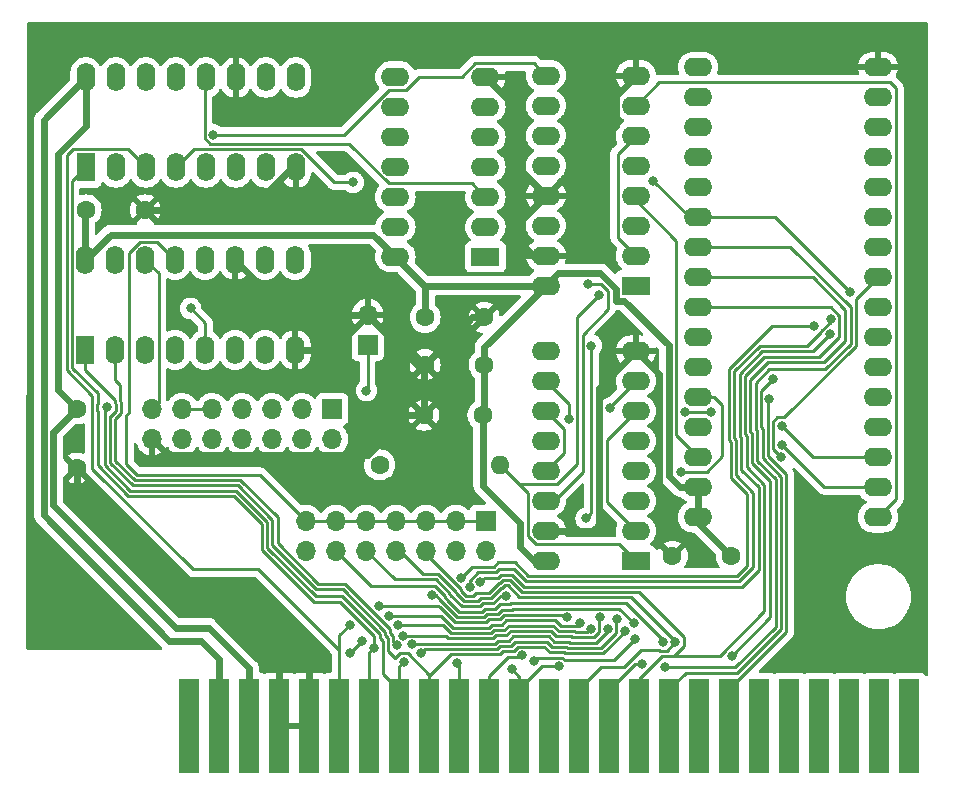
<source format=gbr>
%TF.GenerationSoftware,KiCad,Pcbnew,(6.0.2-0)*%
%TF.CreationDate,2022-04-21T10:57:23-07:00*%
%TF.ProjectId,megarom,6d656761-726f-46d2-9e6b-696361645f70,rev?*%
%TF.SameCoordinates,Original*%
%TF.FileFunction,Copper,L2,Bot*%
%TF.FilePolarity,Positive*%
%FSLAX46Y46*%
G04 Gerber Fmt 4.6, Leading zero omitted, Abs format (unit mm)*
G04 Created by KiCad (PCBNEW (6.0.2-0)) date 2022-04-21 10:57:23*
%MOMM*%
%LPD*%
G01*
G04 APERTURE LIST*
%TA.AperFunction,ComponentPad*%
%ADD10O,2.400000X1.600000*%
%TD*%
%TA.AperFunction,ComponentPad*%
%ADD11R,1.600000X2.400000*%
%TD*%
%TA.AperFunction,ComponentPad*%
%ADD12O,1.600000X2.400000*%
%TD*%
%TA.AperFunction,ComponentPad*%
%ADD13C,1.600000*%
%TD*%
%TA.AperFunction,ComponentPad*%
%ADD14R,2.400000X1.600000*%
%TD*%
%TA.AperFunction,ComponentPad*%
%ADD15O,1.600000X1.600000*%
%TD*%
%TA.AperFunction,ComponentPad*%
%ADD16R,1.700000X1.700000*%
%TD*%
%TA.AperFunction,ComponentPad*%
%ADD17O,1.700000X1.700000*%
%TD*%
%TA.AperFunction,ConnectorPad*%
%ADD18R,1.800000X8.000000*%
%TD*%
%TA.AperFunction,ViaPad*%
%ADD19C,0.800000*%
%TD*%
%TA.AperFunction,Conductor*%
%ADD20C,0.600000*%
%TD*%
%TA.AperFunction,Conductor*%
%ADD21C,0.250000*%
%TD*%
G04 APERTURE END LIST*
D10*
%TO.P,U4,32,VCC*%
%TO.N,+5V*%
X149890800Y-100736400D03*
%TO.P,U4,31,~{WR}*%
X149890800Y-98196400D03*
%TO.P,U4,30,A17*%
%TO.N,/MA17*%
X149890800Y-95656400D03*
%TO.P,U4,29,A14*%
%TO.N,/MA14*%
X149890800Y-93116400D03*
%TO.P,U4,28,A13*%
%TO.N,/MA13*%
X149890800Y-90576400D03*
%TO.P,U4,27,A8*%
%TO.N,/A8*%
X149890800Y-88036400D03*
%TO.P,U4,26,A9*%
%TO.N,/A9*%
X149890800Y-85496400D03*
%TO.P,U4,25,A11*%
%TO.N,/A11*%
X149890800Y-82956400D03*
%TO.P,U4,24,~{OE}*%
%TO.N,/~{RD}*%
X149890800Y-80416400D03*
%TO.P,U4,23,A10*%
%TO.N,/A10*%
X149890800Y-77876400D03*
%TO.P,U4,22,~{CS1}*%
%TO.N,/~{SLTSL}*%
X149890800Y-75336400D03*
%TO.P,U4,21,D7*%
%TO.N,/D7*%
X149890800Y-72796400D03*
%TO.P,U4,20,D6*%
%TO.N,/D6*%
X149890800Y-70256400D03*
%TO.P,U4,19,D5*%
%TO.N,/D5*%
X149890800Y-67716400D03*
%TO.P,U4,18,D4*%
%TO.N,/D4*%
X149890800Y-65176400D03*
%TO.P,U4,17,D3*%
%TO.N,/D3*%
X149890800Y-62636400D03*
%TO.P,U4,16,GND*%
%TO.N,GND*%
X165130800Y-62636400D03*
%TO.P,U4,15,D2*%
%TO.N,/D2*%
X165130800Y-65176400D03*
%TO.P,U4,14,D1*%
%TO.N,/D1*%
X165130800Y-67716400D03*
%TO.P,U4,13,D0*%
%TO.N,/D0*%
X165130800Y-70256400D03*
%TO.P,U4,12,A0*%
%TO.N,/A0*%
X165130800Y-72796400D03*
%TO.P,U4,11,A1*%
%TO.N,/A1*%
X165130800Y-75336400D03*
%TO.P,U4,10,A2*%
%TO.N,/A2*%
X165130800Y-77876400D03*
%TO.P,U4,9,A3*%
%TO.N,/A3*%
X165130800Y-80416400D03*
%TO.P,U4,8,A4*%
%TO.N,/A4*%
X165130800Y-82956400D03*
%TO.P,U4,7,A5*%
%TO.N,/A5*%
X165130800Y-85496400D03*
%TO.P,U4,6,A6*%
%TO.N,/A6*%
X165130800Y-88036400D03*
%TO.P,U4,5,A7*%
%TO.N,/A7*%
X165130800Y-90576400D03*
%TO.P,U4,4,A12*%
%TO.N,/A12*%
X165130800Y-93116400D03*
%TO.P,U4,3,A15*%
%TO.N,/MA15*%
X165130800Y-95656400D03*
%TO.P,U4,2,A16*%
%TO.N,/MA16*%
X165130800Y-98196400D03*
%TO.P,U4,1,A18*%
%TO.N,/MA18*%
X165130800Y-100736400D03*
%TD*%
D11*
%TO.P,U2,1,D2*%
%TO.N,/D1*%
X98008200Y-86578200D03*
D12*
%TO.P,U2,2,D3*%
%TO.N,/D2*%
X100548200Y-86578200D03*
%TO.P,U2,3,D4*%
%TO.N,/D3*%
X103088200Y-86578200D03*
%TO.P,U2,4,Rb*%
%TO.N,/RB*%
X105628200Y-86578200D03*
%TO.P,U2,5,Ra*%
%TO.N,/RA*%
X108168200Y-86578200D03*
%TO.P,U2,6,Q4*%
%TO.N,/Q3*%
X110708200Y-86578200D03*
%TO.P,U2,7,Q3*%
%TO.N,/Q2*%
X113248200Y-86578200D03*
%TO.P,U2,8,GND*%
%TO.N,GND*%
X115788200Y-86578200D03*
%TO.P,U2,9,Q2*%
%TO.N,/Q1*%
X115788200Y-78958200D03*
%TO.P,U2,10,Q1*%
%TO.N,/Q0*%
X113248200Y-78958200D03*
%TO.P,U2,11,~{Er}*%
%TO.N,GND*%
X110708200Y-78958200D03*
%TO.P,U2,12,~{Ew}*%
%TO.N,/~{CS}*%
X108168200Y-78958200D03*
%TO.P,U2,13,Wb*%
%TO.N,/WB*%
X105628200Y-78958200D03*
%TO.P,U2,14,Wa*%
%TO.N,/WA*%
X103088200Y-78958200D03*
%TO.P,U2,15,D1*%
%TO.N,/D0*%
X100548200Y-78958200D03*
%TO.P,U2,16,VCC*%
%TO.N,+5V*%
X98008200Y-78958200D03*
%TD*%
D13*
%TO.P,C6,1*%
%TO.N,+5V*%
X131684400Y-92100400D03*
%TO.P,C6,2*%
%TO.N,GND*%
X126684400Y-92100400D03*
%TD*%
%TO.P,C5,1*%
%TO.N,+5V*%
X131775200Y-87833200D03*
%TO.P,C5,2*%
%TO.N,GND*%
X126775200Y-87833200D03*
%TD*%
D14*
%TO.P,U6,1,S*%
%TO.N,/~{8KB}*%
X144627600Y-104444800D03*
D10*
%TO.P,U6,2,I0a*%
%TO.N,/Q0*%
X144627600Y-101904800D03*
%TO.P,U6,3,I1a*%
%TO.N,/A13*%
X144627600Y-99364800D03*
%TO.P,U6,4,Za*%
%TO.N,/MA13*%
X144627600Y-96824800D03*
%TO.P,U6,5,I0b*%
%TO.N,/Q1*%
X144627600Y-94284800D03*
%TO.P,U6,6,I1b*%
%TO.N,/Q0*%
X144627600Y-91744800D03*
%TO.P,U6,7,Zb*%
%TO.N,/MA14*%
X144627600Y-89204800D03*
%TO.P,U6,8,GND*%
%TO.N,GND*%
X144627600Y-86664800D03*
%TO.P,U6,9,Zc*%
%TO.N,/MA15*%
X137007600Y-86664800D03*
%TO.P,U6,10,I1c*%
%TO.N,/Q1*%
X137007600Y-89204800D03*
%TO.P,U6,11,I0c*%
%TO.N,/Q2*%
X137007600Y-91744800D03*
%TO.P,U6,12,Zd*%
%TO.N,/MA16*%
X137007600Y-94284800D03*
%TO.P,U6,13,I1d*%
%TO.N,/Q2*%
X137007600Y-96824800D03*
%TO.P,U6,14,I0d*%
%TO.N,/Q3*%
X137007600Y-99364800D03*
%TO.P,U6,15,E*%
%TO.N,GND*%
X137007600Y-101904800D03*
%TO.P,U6,16,VCC*%
%TO.N,+5V*%
X137007600Y-104444800D03*
%TD*%
D14*
%TO.P,U5,1,S*%
%TO.N,/~{8KB}*%
X144627600Y-81127600D03*
D10*
%TO.P,U5,2,I0a*%
%TO.N,/Q4*%
X144627600Y-78587600D03*
%TO.P,U5,3,I1a*%
%TO.N,/Q3*%
X144627600Y-76047600D03*
%TO.P,U5,4,Za*%
%TO.N,/MA17*%
X144627600Y-73507600D03*
%TO.P,U5,5,I0b*%
%TO.N,/Q5*%
X144627600Y-70967600D03*
%TO.P,U5,6,I1b*%
%TO.N,/Q4*%
X144627600Y-68427600D03*
%TO.P,U5,7,Zb*%
%TO.N,/MA18*%
X144627600Y-65887600D03*
%TO.P,U5,8,GND*%
%TO.N,GND*%
X144627600Y-63347600D03*
%TO.P,U5,9,Zc*%
%TO.N,/RA*%
X137007600Y-63347600D03*
%TO.P,U5,10,I1c*%
%TO.N,/A15*%
X137007600Y-65887600D03*
%TO.P,U5,11,I0c*%
%TO.N,/A13*%
X137007600Y-68427600D03*
%TO.P,U5,12,Zd*%
%TO.N,/RB*%
X137007600Y-70967600D03*
%TO.P,U5,13,I1d*%
%TO.N,GND*%
X137007600Y-73507600D03*
%TO.P,U5,14,I0d*%
%TO.N,/A15*%
X137007600Y-76047600D03*
%TO.P,U5,15,E*%
%TO.N,GND*%
X137007600Y-78587600D03*
%TO.P,U5,16,VCC*%
%TO.N,+5V*%
X137007600Y-81127600D03*
%TD*%
D13*
%TO.P,R1,1*%
%TO.N,+5V*%
X122936000Y-96316800D03*
D15*
%TO.P,R1,2*%
%TO.N,/~{8KB}*%
X133096000Y-96316800D03*
%TD*%
D16*
%TO.P,P8,1,P1*%
%TO.N,/~{8KB}*%
X121920000Y-86156800D03*
D17*
%TO.P,P8,2,P2*%
%TO.N,GND*%
X121920000Y-83616800D03*
%TD*%
D16*
%TO.P,P7,1,P1*%
%TO.N,/WA*%
X118922800Y-91592400D03*
D17*
%TO.P,P7,2,P2*%
%TO.N,/A0*%
X118922800Y-94132400D03*
%TO.P,P7,3,P3*%
%TO.N,/WA*%
X116382800Y-91592400D03*
%TO.P,P7,4,P4*%
%TO.N,/A1*%
X116382800Y-94132400D03*
%TO.P,P7,5,P5*%
%TO.N,/WA*%
X113842800Y-91592400D03*
%TO.P,P7,6,P6*%
%TO.N,/A11*%
X113842800Y-94132400D03*
%TO.P,P7,7,P7*%
%TO.N,/WA*%
X111302800Y-91592400D03*
%TO.P,P7,8,P8*%
%TO.N,/A12*%
X111302800Y-94132400D03*
%TO.P,P7,9,P9*%
%TO.N,/WA*%
X108762800Y-91592400D03*
%TO.P,P7,10,P10*%
%TO.N,/A13*%
X108762800Y-94132400D03*
%TO.P,P7,11,P11*%
%TO.N,/WA*%
X106222800Y-91592400D03*
%TO.P,P7,12,P12*%
%TO.N,/A15*%
X106222800Y-94132400D03*
%TO.P,P7,13,P13*%
%TO.N,/WA*%
X103682800Y-91592400D03*
%TO.P,P7,14,P14*%
%TO.N,GND*%
X103682800Y-94132400D03*
%TD*%
D14*
%TO.P,U1,1*%
%TO.N,/~{SLTSL}*%
X131891800Y-78694200D03*
D10*
%TO.P,U1,2*%
%TO.N,/~{WR}*%
X131891800Y-76154200D03*
%TO.P,U1,3*%
%TO.N,/~{CS}*%
X131891800Y-73614200D03*
%TO.P,U1,4*%
%TO.N,unconnected-(U1-Pad4)*%
X131891800Y-71074200D03*
%TO.P,U1,5*%
%TO.N,unconnected-(U1-Pad5)*%
X131891800Y-68534200D03*
%TO.P,U1,6*%
%TO.N,unconnected-(U1-Pad6)*%
X131891800Y-65994200D03*
%TO.P,U1,7,GND*%
%TO.N,GND*%
X131891800Y-63454200D03*
%TO.P,U1,8*%
%TO.N,unconnected-(U1-Pad8)*%
X124271800Y-63454200D03*
%TO.P,U1,9*%
%TO.N,unconnected-(U1-Pad9)*%
X124271800Y-65994200D03*
%TO.P,U1,10*%
%TO.N,unconnected-(U1-Pad10)*%
X124271800Y-68534200D03*
%TO.P,U1,11*%
%TO.N,unconnected-(U1-Pad11)*%
X124271800Y-71074200D03*
%TO.P,U1,12*%
%TO.N,unconnected-(U1-Pad12)*%
X124271800Y-73614200D03*
%TO.P,U1,13*%
%TO.N,unconnected-(U1-Pad13)*%
X124271800Y-76154200D03*
%TO.P,U1,14,VCC*%
%TO.N,+5V*%
X124271800Y-78694200D03*
%TD*%
D13*
%TO.P,C4,1*%
%TO.N,+5V*%
X98084000Y-74726800D03*
%TO.P,C4,2*%
%TO.N,GND*%
X103084000Y-74726800D03*
%TD*%
D11*
%TO.P,U3,1,D2*%
%TO.N,/D5*%
X98059000Y-71135000D03*
D12*
%TO.P,U3,2,D3*%
%TO.N,/D6*%
X100599000Y-71135000D03*
%TO.P,U3,3,D4*%
%TO.N,/D7*%
X103139000Y-71135000D03*
%TO.P,U3,4,Rb*%
%TO.N,/RB*%
X105679000Y-71135000D03*
%TO.P,U3,5,Ra*%
%TO.N,/RA*%
X108219000Y-71135000D03*
%TO.P,U3,6,Q4*%
%TO.N,unconnected-(U3-Pad6)*%
X110759000Y-71135000D03*
%TO.P,U3,7,Q3*%
%TO.N,unconnected-(U3-Pad7)*%
X113299000Y-71135000D03*
%TO.P,U3,8,GND*%
%TO.N,GND*%
X115839000Y-71135000D03*
%TO.P,U3,9,Q2*%
%TO.N,/Q5*%
X115839000Y-63515000D03*
%TO.P,U3,10,Q1*%
%TO.N,/Q4*%
X113299000Y-63515000D03*
%TO.P,U3,11,~{Er}*%
%TO.N,GND*%
X110759000Y-63515000D03*
%TO.P,U3,12,~{Ew}*%
%TO.N,/~{CS}*%
X108219000Y-63515000D03*
%TO.P,U3,13,Wb*%
%TO.N,/WB*%
X105679000Y-63515000D03*
%TO.P,U3,14,Wa*%
%TO.N,/WA*%
X103139000Y-63515000D03*
%TO.P,U3,15,D1*%
%TO.N,/D4*%
X100599000Y-63515000D03*
%TO.P,U3,16,VCC*%
%TO.N,+5V*%
X98059000Y-63515000D03*
%TD*%
D18*
%TO.P,P1,49,P49*%
%TO.N,unconnected-(P1-Pad49)*%
X106822240Y-118412640D03*
%TO.P,P1,47,P47*%
%TO.N,+5V*%
X109362240Y-118412640D03*
%TO.P,P1,45,P45*%
X111902240Y-118412640D03*
%TO.P,P1,43,P43*%
%TO.N,GND*%
X114442240Y-118412640D03*
%TO.P,P1,41,P41*%
X116982240Y-118412640D03*
%TO.P,P1,39,P39*%
%TO.N,/D7*%
X119522240Y-118412640D03*
%TO.P,P1,37,P37*%
%TO.N,/D5*%
X122062240Y-118412640D03*
%TO.P,P1,35,P35*%
%TO.N,/D3*%
X124602240Y-118412640D03*
%TO.P,P1,33,P33*%
%TO.N,/D1*%
X127142240Y-118412640D03*
%TO.P,P1,31,P31*%
%TO.N,/A5*%
X129682240Y-118412640D03*
%TO.P,P1,29,P29*%
%TO.N,/A3*%
X132222240Y-118412640D03*
%TO.P,P1,27,P27*%
%TO.N,/A1*%
X134762240Y-118412640D03*
%TO.P,P1,25,P25*%
%TO.N,unconnected-(P1-Pad25)*%
X137302240Y-118412640D03*
%TO.P,P1,23,P23*%
%TO.N,/A12*%
X139842240Y-118412640D03*
%TO.P,P1,21,P21*%
%TO.N,/A7*%
X142382240Y-118412640D03*
%TO.P,P1,19,P19*%
%TO.N,/A11*%
X144922240Y-118412640D03*
%TO.P,P1,17,P17*%
%TO.N,/A9*%
X147462240Y-118412640D03*
%TO.P,P1,15,P15*%
%TO.N,/~{RESET}*%
X150002240Y-118412640D03*
%TO.P,P1,13,P13*%
%TO.N,/~{WR}*%
X152542240Y-118412640D03*
%TO.P,P1,11,P11*%
%TO.N,unconnected-(P1-Pad11)*%
X155082240Y-118412640D03*
%TO.P,P1,9,P9*%
%TO.N,unconnected-(P1-Pad9)*%
X157622240Y-118412640D03*
%TO.P,P1,7,P7*%
%TO.N,/~{WAIT}*%
X160162240Y-118412640D03*
%TO.P,P1,5,P5*%
%TO.N,unconnected-(P1-Pad5)*%
X162702240Y-118412640D03*
%TO.P,P1,3,P3*%
%TO.N,unconnected-(P1-Pad3)*%
X165242240Y-118412640D03*
%TO.P,P1,1,P1*%
%TO.N,unconnected-(P1-Pad1)*%
X167782240Y-118412640D03*
%TD*%
D13*
%TO.P,C2,1*%
%TO.N,+5V*%
X97282000Y-91581600D03*
%TO.P,C2,2*%
%TO.N,GND*%
X97282000Y-96581600D03*
%TD*%
%TO.P,C1,1*%
%TO.N,+5V*%
X126786000Y-83820000D03*
%TO.P,C1,2*%
%TO.N,GND*%
X131786000Y-83820000D03*
%TD*%
D16*
%TO.P,P2,1,P1*%
%TO.N,/WB*%
X131927600Y-101041200D03*
D17*
%TO.P,P2,2,P2*%
%TO.N,/A0*%
X131927600Y-103581200D03*
%TO.P,P2,3,P3*%
%TO.N,/WB*%
X129387600Y-101041200D03*
%TO.P,P2,4,P4*%
%TO.N,/A1*%
X129387600Y-103581200D03*
%TO.P,P2,5,P5*%
%TO.N,/WB*%
X126847600Y-101041200D03*
%TO.P,P2,6,P6*%
%TO.N,/A11*%
X126847600Y-103581200D03*
%TO.P,P2,7,P7*%
%TO.N,/WB*%
X124307600Y-101041200D03*
%TO.P,P2,8,P8*%
%TO.N,/A12*%
X124307600Y-103581200D03*
%TO.P,P2,9,P9*%
%TO.N,/WB*%
X121767600Y-101041200D03*
%TO.P,P2,10,P10*%
%TO.N,/A13*%
X121767600Y-103581200D03*
%TO.P,P2,11,P11*%
%TO.N,/WB*%
X119227600Y-101041200D03*
%TO.P,P2,12,P12*%
%TO.N,/A15*%
X119227600Y-103581200D03*
%TO.P,P2,13,P13*%
%TO.N,/WB*%
X116687600Y-101041200D03*
%TO.P,P2,14,P14*%
%TO.N,GND*%
X116687600Y-103581200D03*
%TD*%
D13*
%TO.P,C3,2*%
%TO.N,GND*%
X147715600Y-104038400D03*
%TO.P,C3,1*%
%TO.N,+5V*%
X152715600Y-104038400D03*
%TD*%
D19*
%TO.N,GND*%
X113487200Y-66548000D03*
X116128800Y-66649600D03*
X118567200Y-65532000D03*
X120802400Y-63550800D03*
X118618000Y-63550800D03*
X108966000Y-81686400D03*
X129082800Y-91998800D03*
X126796800Y-94284800D03*
X124714000Y-94081600D03*
X123596400Y-91897200D03*
X119710200Y-85826600D03*
X117856000Y-83616800D03*
X115468400Y-81635600D03*
X124104400Y-87020400D03*
X124460000Y-83820000D03*
X125374400Y-85750400D03*
X127812800Y-85750400D03*
X129235200Y-86918800D03*
X129184400Y-84023200D03*
X140055600Y-77876400D03*
X141630400Y-76149200D03*
X155194000Y-62230000D03*
X160680400Y-62026800D03*
X167690800Y-112623600D03*
X164896800Y-111810800D03*
X168605200Y-109829600D03*
X168249600Y-104343200D03*
X168605200Y-100533200D03*
X168503600Y-96266000D03*
X168605200Y-91135200D03*
X168503600Y-86715600D03*
X168503600Y-82550000D03*
X168503600Y-77825600D03*
X168605200Y-72898000D03*
X168402000Y-68529200D03*
X168503600Y-63804800D03*
X94386400Y-63550800D03*
X102311200Y-60401200D03*
X98552000Y-60401200D03*
X95097600Y-60604400D03*
X94183200Y-104546400D03*
X95808800Y-106375200D03*
X94945200Y-108458000D03*
X98196400Y-108508800D03*
X95046800Y-110744000D03*
X98145600Y-110744000D03*
X101295200Y-110744000D03*
%TO.N,/MA13*%
X148488400Y-96926400D03*
%TO.N,/A13*%
X140411200Y-100838000D03*
%TO.N,/MA14*%
X142443200Y-91490800D03*
%TO.N,/A13*%
X140868400Y-86207600D03*
%TO.N,/~{SLTSL}*%
X146100800Y-72237600D03*
%TO.N,/RB*%
X120700800Y-72390000D03*
%TO.N,/RA*%
X108864400Y-68376800D03*
%TO.N,/~{8KB}*%
X121818400Y-90017600D03*
%TO.N,/RA*%
X106934000Y-83058000D03*
%TO.N,/Q1*%
X138938000Y-92405200D03*
%TO.N,/~{8KB}*%
X141528800Y-81889600D03*
%TO.N,/Q3*%
X140614400Y-80975200D03*
%TO.N,/~{RD}*%
X152734499Y-112500899D03*
%TO.N,/~{SLTSL}*%
X162759958Y-81699255D03*
%TO.N,/MA16*%
X156987888Y-94607055D03*
%TO.N,/MA15*%
X156987889Y-93030797D03*
X151028400Y-91846400D03*
X148770611Y-91846400D03*
%TO.N,/~{WR}*%
X155940030Y-90728748D03*
%TO.N,/A12*%
X147980400Y-111325425D03*
%TO.N,/D7*%
X138785600Y-109217565D03*
X122885200Y-108268100D03*
X120396000Y-109880400D03*
%TO.N,/D6*%
X139908601Y-109713675D03*
X121412000Y-111201200D03*
X120412801Y-112251199D03*
X123716055Y-109100345D03*
%TO.N,/D5*%
X140790200Y-110184617D03*
X124454858Y-109874123D03*
X122478801Y-111778480D03*
%TO.N,/D2*%
X124377311Y-111588692D03*
%TO.N,/D4*%
X124946402Y-110767022D03*
X141585875Y-109217416D03*
%TO.N,/D3*%
X142240158Y-110236075D03*
X124957051Y-112981551D03*
X125684567Y-111510089D03*
%TO.N,/D2*%
X143035814Y-109370647D03*
X126409067Y-112261634D03*
%TO.N,/D1*%
X143690928Y-110353037D03*
%TO.N,/D0*%
X144481371Y-109741313D03*
X127387113Y-107366581D03*
%TO.N,/A0*%
X144583615Y-111033672D03*
X135972518Y-112914120D03*
%TO.N,/A1*%
X138083955Y-113363629D03*
%TO.N,/D3*%
X99872799Y-91440000D03*
%TO.N,/A5*%
X159715016Y-84581873D03*
X129475900Y-113080807D03*
X129840568Y-105863726D03*
%TO.N,/A9*%
X156210000Y-89052400D03*
%TO.N,/A3*%
X156932469Y-95639251D03*
X135017098Y-112453269D03*
%TO.N,/A4*%
X161107901Y-83951299D03*
X130542157Y-106676632D03*
%TO.N,/A2*%
X131441519Y-106240568D03*
X161057100Y-85263502D03*
%TO.N,/A7*%
X145134782Y-113202785D03*
%TO.N,/A10*%
X147079781Y-113458780D03*
%TO.N,/A15*%
X146947595Y-111325424D03*
%TO.N,/A13*%
X133635548Y-107408183D03*
%TO.N,/A1*%
X134151989Y-113637356D03*
%TD*%
D20*
%TO.N,GND*%
X119710200Y-85826600D02*
X121920000Y-83616800D01*
X117856000Y-83616800D02*
X115366800Y-83616800D01*
D21*
%TO.N,/MA13*%
X149890800Y-90576400D02*
X151282400Y-90576400D01*
X151282400Y-90576400D02*
X151942800Y-91236800D01*
X151942800Y-91236800D02*
X151942800Y-95594711D01*
X151942800Y-95594711D02*
X150611111Y-96926400D01*
X150611111Y-96926400D02*
X148488400Y-96926400D01*
%TO.N,/MA15*%
X151028400Y-91846400D02*
X148770611Y-91846400D01*
D20*
%TO.N,GND*%
X144627600Y-86664800D02*
X146622078Y-88659278D01*
%TO.N,+5V*%
X148386800Y-98196400D02*
X149890800Y-98196400D01*
X138059501Y-80075699D02*
X141622691Y-80075699D01*
%TO.N,GND*%
X146622078Y-102944878D02*
X147715600Y-104038400D01*
%TO.N,+5V*%
X143660703Y-82427111D02*
X147421600Y-86188008D01*
X147421600Y-97231200D02*
X148386800Y-98196400D01*
D21*
%TO.N,/MA17*%
X148046111Y-93811711D02*
X148046110Y-77326110D01*
D20*
%TO.N,+5V*%
X141622691Y-80075699D02*
X142928089Y-81381097D01*
X137145101Y-80990099D02*
X138059501Y-80075699D01*
%TO.N,GND*%
X146622078Y-88659278D02*
X146622078Y-102944878D01*
D21*
%TO.N,/MA17*%
X149890800Y-95656400D02*
X148046111Y-93811711D01*
X148046110Y-77326110D02*
X144627600Y-73907600D01*
D20*
%TO.N,+5V*%
X142928089Y-81381097D02*
X142928089Y-82427111D01*
X147421600Y-86188008D02*
X147421600Y-97231200D01*
X142928089Y-82427111D02*
X143660703Y-82427111D01*
D21*
%TO.N,/A10*%
X162806311Y-82973407D02*
X162806311Y-86038193D01*
%TO.N,/A11*%
X160164711Y-87180489D02*
X155465017Y-87180489D01*
%TO.N,/~{WR}*%
X155813877Y-90854901D02*
X155940030Y-90728748D01*
%TO.N,/~{RD}*%
X149890800Y-80416400D02*
X159613600Y-80416400D01*
%TO.N,/A9*%
X156913511Y-97307442D02*
X156913510Y-110218994D01*
%TO.N,/A2*%
X133196931Y-105615277D02*
X132961981Y-105850227D01*
%TO.N,/A10*%
X154914858Y-95944493D02*
X156464000Y-97493635D01*
%TO.N,/A9*%
X155364365Y-95758296D02*
X156913511Y-97307442D01*
%TO.N,/A11*%
X154015836Y-96510236D02*
X155498800Y-97993200D01*
%TO.N,/A10*%
X149890800Y-77876400D02*
X157709304Y-77876400D01*
%TO.N,/A4*%
X135323509Y-106164309D02*
X134324967Y-105165767D01*
X132775788Y-105400716D02*
X131256771Y-105400716D01*
%TO.N,/~{RD}*%
X156006800Y-109228598D02*
X152734499Y-112500899D01*
X154465347Y-93646333D02*
X154465347Y-96146947D01*
%TO.N,/MA16*%
X165130800Y-98196400D02*
X160577232Y-98196400D01*
%TO.N,/~{RD}*%
X154316508Y-89167892D02*
X154316509Y-93497494D01*
%TO.N,/~{WR}*%
X157370710Y-97121910D02*
X155813877Y-95565077D01*
%TO.N,/A11*%
X154015836Y-93832525D02*
X154015836Y-96510236D01*
%TO.N,/A10*%
X157709304Y-77876400D02*
X162806311Y-82973407D01*
%TO.N,/A5*%
X135534398Y-105714798D02*
X134366000Y-104546400D01*
%TO.N,/~{RD}*%
X162356799Y-85801201D02*
X160528001Y-87629999D01*
X162356800Y-83159600D02*
X162356799Y-85801201D01*
%TO.N,/A11*%
X155498800Y-97993200D02*
X155498800Y-108712000D01*
%TO.N,/~{RD}*%
X159613600Y-80416400D02*
X162356800Y-83159600D01*
X156006800Y-97688400D02*
X156006800Y-109228598D01*
%TO.N,/A3*%
X156263388Y-92642401D02*
X156263388Y-94970170D01*
%TO.N,/A11*%
X155498800Y-108712000D02*
X151711364Y-112499436D01*
%TO.N,/A3*%
X156263388Y-94970170D02*
X156932469Y-95639251D01*
%TO.N,/A2*%
X155329623Y-86680179D02*
X153417486Y-88592316D01*
X159640423Y-86680179D02*
X155329623Y-86680179D01*
%TO.N,/A9*%
X148866590Y-113908290D02*
X147462240Y-115312640D01*
%TO.N,/A11*%
X153866997Y-88778509D02*
X153866996Y-93683685D01*
%TO.N,/A3*%
X165130800Y-80416400D02*
X163255820Y-82291380D01*
%TO.N,/A11*%
X155465017Y-87180489D02*
X153866997Y-88778509D01*
X161848800Y-85496400D02*
X160164711Y-87180489D01*
X161848800Y-83667600D02*
X161848800Y-85496400D01*
X149890800Y-82956400D02*
X161137600Y-82956400D01*
X153866996Y-93683685D02*
X154015836Y-93832525D01*
%TO.N,/A3*%
X157189909Y-92290299D02*
X156615490Y-92290299D01*
%TO.N,/A10*%
X162806311Y-86038193D02*
X160618202Y-88226302D01*
%TO.N,/A2*%
X153417486Y-93869876D02*
X153566325Y-94018716D01*
X132961981Y-105850227D02*
X131831860Y-105850227D01*
%TO.N,/A10*%
X156464000Y-110032800D02*
X153038020Y-113458780D01*
%TO.N,/A2*%
X134138774Y-105615278D02*
X133196931Y-105615277D01*
%TO.N,/A10*%
X156464000Y-97493635D02*
X156464000Y-110032800D01*
%TO.N,/A2*%
X135137315Y-106613819D02*
X134138774Y-105615278D01*
X153634581Y-106613819D02*
X135137315Y-106613819D01*
X155041600Y-105206800D02*
X153634581Y-106613819D01*
X155041600Y-98196400D02*
X155041600Y-105206800D01*
%TO.N,/~{WR}*%
X157370710Y-110484170D02*
X157370710Y-97121910D01*
%TO.N,/A2*%
X153566325Y-96721125D02*
X155041600Y-98196400D01*
X153417486Y-88592316D02*
X153417486Y-93869876D01*
%TO.N,/A4*%
X131256771Y-105400716D02*
X130542157Y-106115330D01*
%TO.N,/A3*%
X163255820Y-82291380D02*
X163255820Y-86224388D01*
%TO.N,/A4*%
X133010737Y-105165767D02*
X132775788Y-105400716D01*
X134324967Y-105165767D02*
X133010737Y-105165767D01*
X153398998Y-106164306D02*
X135323509Y-106164309D01*
%TO.N,/A10*%
X155893802Y-88226302D02*
X154766019Y-89354085D01*
%TO.N,/A4*%
X154584400Y-104978904D02*
X153398998Y-106164306D01*
X154584400Y-98655948D02*
X154584400Y-104978904D01*
X153116814Y-97188362D02*
X154584400Y-98655948D01*
X153116814Y-94204908D02*
X153116814Y-97188362D01*
X152967975Y-94056069D02*
X153116814Y-94204908D01*
%TO.N,/A9*%
X155215530Y-90046870D02*
X155215529Y-93125111D01*
%TO.N,/A4*%
X155143429Y-86230669D02*
X152967975Y-88406123D01*
%TO.N,/A10*%
X154766019Y-93311301D02*
X154914858Y-93460141D01*
%TO.N,/A4*%
X159124731Y-86230669D02*
X155143429Y-86230669D01*
%TO.N,/A5*%
X130753089Y-104951205D02*
X129840568Y-105863726D01*
%TO.N,/A4*%
X160332599Y-85022801D02*
X159124731Y-86230669D01*
%TO.N,/A9*%
X153224213Y-113908291D02*
X148866590Y-113908290D01*
X156913510Y-110218994D02*
X153224213Y-113908291D01*
%TO.N,/A5*%
X134366000Y-104546400D02*
X132994400Y-104546400D01*
X154025600Y-104902000D02*
X153212805Y-105714795D01*
X152667303Y-97447703D02*
X154025600Y-98806000D01*
%TO.N,/A11*%
X161137600Y-82956400D02*
X161848800Y-83667600D01*
%TO.N,/A5*%
X152667303Y-94391101D02*
X152667303Y-97447703D01*
X154025600Y-98806000D02*
X154025600Y-104902000D01*
X156156521Y-84581873D02*
X152518464Y-88219930D01*
X152518464Y-88219930D02*
X152518464Y-94242262D01*
%TO.N,/A4*%
X160332599Y-84963403D02*
X160332599Y-85022801D01*
%TO.N,/A3*%
X156615490Y-92290299D02*
X156263388Y-92642401D01*
%TO.N,/~{RD}*%
X154316509Y-93497494D02*
X154465347Y-93646333D01*
%TO.N,/A4*%
X161107901Y-84188101D02*
X160332599Y-84963403D01*
%TO.N,/A5*%
X132589595Y-104951205D02*
X130753089Y-104951205D01*
%TO.N,/A10*%
X154914858Y-93460141D02*
X154914858Y-95944493D01*
%TO.N,/A5*%
X159715016Y-84581873D02*
X156156521Y-84581873D01*
%TO.N,/A4*%
X130542157Y-106115330D02*
X130542157Y-106676632D01*
%TO.N,/A2*%
X131831860Y-105850227D02*
X131441519Y-106240568D01*
%TO.N,/~{RD}*%
X154465347Y-96146947D02*
X156006800Y-97688400D01*
%TO.N,/A5*%
X152518464Y-94242262D02*
X152667303Y-94391101D01*
%TO.N,/MA15*%
X159613492Y-95656400D02*
X156987889Y-93030797D01*
X165130800Y-95656400D02*
X159613492Y-95656400D01*
%TO.N,/A2*%
X153566325Y-94018716D02*
X153566325Y-96721125D01*
%TO.N,/A4*%
X161107901Y-83951299D02*
X161107901Y-84188101D01*
%TO.N,/MA16*%
X160577232Y-98196400D02*
X156987888Y-94607055D01*
%TO.N,/~{WR}*%
X155813877Y-95565077D02*
X155813877Y-90854901D01*
%TO.N,/A10*%
X160618202Y-88226302D02*
X155893802Y-88226302D01*
%TO.N,/A5*%
X153212805Y-105714795D02*
X135534398Y-105714798D01*
%TO.N,/~{RD}*%
X155854400Y-87630000D02*
X154316508Y-89167892D01*
%TO.N,/~{WR}*%
X152542240Y-115312640D02*
X157370710Y-110484170D01*
%TO.N,/A9*%
X156210000Y-89052400D02*
X155215530Y-90046870D01*
%TO.N,/A10*%
X153038020Y-113458780D02*
X147079781Y-113458780D01*
%TO.N,/A5*%
X132994400Y-104546400D02*
X132589595Y-104951205D01*
%TO.N,/~{RD}*%
X160528001Y-87629999D02*
X155854400Y-87630000D01*
%TO.N,/A4*%
X152967975Y-88406123D02*
X152967975Y-94056069D01*
%TO.N,/A11*%
X151711364Y-112499436D02*
X147835324Y-112499436D01*
%TO.N,/A10*%
X154766019Y-89354085D02*
X154766019Y-93311301D01*
%TO.N,/A3*%
X163255820Y-86224388D02*
X157189909Y-92290299D01*
%TO.N,/A9*%
X155215529Y-93125111D02*
X155364369Y-93273949D01*
X155364369Y-93273949D02*
X155364365Y-95758296D01*
%TO.N,/A2*%
X161057100Y-85263502D02*
X159640423Y-86680179D01*
%TO.N,/A13*%
X140868400Y-100380800D02*
X140411200Y-100838000D01*
X140868400Y-86207600D02*
X140868400Y-100380800D01*
X131663688Y-108049523D02*
X132549286Y-108049522D01*
%TO.N,/D3*%
X125684567Y-111510089D02*
X125748659Y-111445997D01*
%TO.N,/A12*%
X133213852Y-106749252D02*
X133334363Y-106749253D01*
%TO.N,/A15*%
X127610229Y-106565099D02*
X128469126Y-107423996D01*
%TO.N,/A13*%
X124200388Y-106013988D02*
X127694822Y-106013988D01*
%TO.N,/A12*%
X126607338Y-105564478D02*
X127881016Y-105564478D01*
%TO.N,/A15*%
X128469127Y-107535316D02*
X128732447Y-107798632D01*
X133935647Y-108132684D02*
X134067531Y-108000800D01*
%TO.N,/D7*%
X134308036Y-109031703D02*
X134308033Y-109031706D01*
%TO.N,/D2*%
X126775194Y-111895507D02*
X128379394Y-111895507D01*
%TO.N,/D7*%
X122898500Y-108254800D02*
X122885200Y-108268100D01*
%TO.N,/A13*%
X128918636Y-107349119D02*
X129869672Y-108300155D01*
%TO.N,/D7*%
X131773957Y-109647953D02*
X131773225Y-109648685D01*
%TO.N,/A12*%
X147980400Y-111252000D02*
X147980400Y-111325425D01*
%TO.N,/A13*%
X131215377Y-108299420D02*
X131413792Y-108299419D01*
X133190625Y-107408183D02*
X133635548Y-107408183D01*
X128918635Y-107237801D02*
X128918636Y-107349119D01*
%TO.N,/A15*%
X134067531Y-108000800D02*
X143814800Y-108000800D01*
X131400838Y-108749663D02*
X131401571Y-108748930D01*
%TO.N,/A11*%
X129817656Y-106865414D02*
X126847600Y-103895358D01*
%TO.N,/A15*%
X132735480Y-108499032D02*
X133101828Y-108132684D01*
%TO.N,/D0*%
X131587765Y-109198441D02*
X131587032Y-109199174D01*
%TO.N,/D4*%
X141514701Y-110484718D02*
X141090302Y-110909117D01*
%TO.N,/D6*%
X128127048Y-109100345D02*
X129124899Y-110098197D01*
X137819013Y-109481213D02*
X138279864Y-109942064D01*
%TO.N,/D4*%
X132780846Y-110746589D02*
X132530949Y-110996486D01*
%TO.N,/A11*%
X131093668Y-107150501D02*
X130843770Y-107400399D01*
X130842256Y-107401133D02*
X130242058Y-107401133D01*
%TO.N,/D1*%
X132890388Y-112345746D02*
X132891117Y-112345017D01*
%TO.N,/A12*%
X133766388Y-106514300D02*
X134764931Y-107512843D01*
%TO.N,/D4*%
X137446627Y-110380235D02*
X134866616Y-110380235D01*
%TO.N,/A12*%
X134764931Y-107512843D02*
X144241244Y-107512844D01*
%TO.N,/D0*%
X132036076Y-108948543D02*
X131786178Y-109198441D01*
%TO.N,/A15*%
X131401571Y-108748930D02*
X131599986Y-108748929D01*
%TO.N,/D4*%
X141585875Y-109217416D02*
X141514701Y-109288590D01*
X133666443Y-110746589D02*
X132780846Y-110746589D01*
%TO.N,/D6*%
X123716055Y-109100345D02*
X128127048Y-109100345D01*
%TO.N,/A15*%
X143814800Y-108000800D02*
X146947595Y-111133595D01*
%TO.N,/D2*%
X134038831Y-111645609D02*
X134405182Y-111279258D01*
%TO.N,/D6*%
X132408463Y-109847564D02*
X133294061Y-109847563D01*
%TO.N,/D7*%
X133107866Y-109398054D02*
X132222270Y-109398053D01*
%TO.N,/A12*%
X129368146Y-107162925D02*
X130055865Y-107850644D01*
%TO.N,/D7*%
X129311092Y-109648686D02*
X128010539Y-108348132D01*
%TO.N,/D2*%
X126409067Y-112261634D02*
X126775194Y-111895507D01*
%TO.N,/D4*%
X128752514Y-110997219D02*
X128522315Y-110767022D01*
%TO.N,/A11*%
X144874328Y-107063333D02*
X138394715Y-107063333D01*
%TO.N,/A13*%
X129869672Y-108300155D02*
X131214644Y-108300153D01*
%TO.N,/D6*%
X133660407Y-109481217D02*
X133749452Y-109481216D01*
%TO.N,/A12*%
X133334363Y-106749253D02*
X133569316Y-106514300D01*
X130055865Y-107850644D02*
X131028450Y-107850643D01*
%TO.N,/D6*%
X133749452Y-109481216D02*
X134494227Y-109481216D01*
%TO.N,/A15*%
X122211499Y-106565099D02*
X127610229Y-106565099D01*
%TO.N,/D1*%
X134316343Y-112095121D02*
X134682695Y-111728769D01*
%TO.N,/D0*%
X134121840Y-108582195D02*
X133288021Y-108582195D01*
%TO.N,/A12*%
X129368146Y-107051608D02*
X129368146Y-107162925D01*
%TO.N,/D3*%
X137721287Y-111290596D02*
X138942636Y-111290598D01*
%TO.N,/A12*%
X124624060Y-103581200D02*
X126607338Y-105564478D01*
%TO.N,/D6*%
X131960151Y-110097463D02*
X132158564Y-110097463D01*
%TO.N,/D2*%
X137535093Y-111740107D02*
X138756442Y-111740108D01*
%TO.N,/A15*%
X146947595Y-111133595D02*
X146947595Y-111325424D01*
X131849881Y-108499034D02*
X132735480Y-108499032D01*
%TO.N,/D3*%
X125748659Y-111445997D02*
X128565588Y-111445997D01*
%TO.N,/D5*%
X137632820Y-109930724D02*
X138093671Y-110391575D01*
%TO.N,/D1*%
X143690928Y-110445609D02*
X143690928Y-110353037D01*
%TO.N,/D5*%
X128265122Y-109874123D02*
X128938706Y-110547708D01*
%TO.N,/D4*%
X128522315Y-110767022D02*
X124946402Y-110767022D01*
%TO.N,/D0*%
X128460049Y-108161938D02*
X128019618Y-107721513D01*
%TO.N,/D4*%
X132332536Y-110996486D02*
X132331806Y-110997216D01*
%TO.N,/A11*%
X138394715Y-107063333D02*
X134951122Y-107063330D01*
%TO.N,/D2*%
X141692693Y-111808140D02*
X142964659Y-110536174D01*
%TO.N,/A11*%
X130242058Y-107401133D02*
X129817656Y-106976731D01*
%TO.N,/D3*%
X132717142Y-111445997D02*
X132967040Y-111196099D01*
%TO.N,/D6*%
X131959419Y-110098195D02*
X131960151Y-110097463D01*
%TO.N,/A12*%
X144241244Y-107512844D02*
X147980400Y-111252000D01*
%TO.N,/D3*%
X141276495Y-111358628D02*
X142240158Y-110394965D01*
%TO.N,/D4*%
X134866616Y-110380235D02*
X134866614Y-110380237D01*
%TO.N,/A11*%
X130843770Y-107400399D02*
X130842990Y-107400399D01*
%TO.N,/D0*%
X127666937Y-107366581D02*
X127387113Y-107366581D01*
%TO.N,/A12*%
X127881016Y-105564478D02*
X129368146Y-107051608D01*
%TO.N,/D5*%
X134680421Y-109930726D02*
X134680423Y-109930724D01*
%TO.N,/D6*%
X129124899Y-110098197D02*
X131959419Y-110098195D01*
%TO.N,/A12*%
X131227598Y-107849909D02*
X131477495Y-107600012D01*
%TO.N,/D0*%
X129497286Y-109199176D02*
X128460049Y-108161938D01*
%TO.N,/A13*%
X121767600Y-103581200D02*
X124200388Y-106013988D01*
%TO.N,/D2*%
X138824476Y-111808140D02*
X141692693Y-111808140D01*
%TO.N,/D5*%
X133846602Y-109930726D02*
X134680421Y-109930726D01*
%TO.N,/A12*%
X131029184Y-107849909D02*
X131227598Y-107849909D01*
%TO.N,/A15*%
X119227600Y-103581200D02*
X122211499Y-106565099D01*
%TO.N,/D1*%
X134682695Y-111728769D02*
X136888049Y-111728769D01*
%TO.N,/D7*%
X133474214Y-109031706D02*
X133107866Y-109398054D01*
%TO.N,/D3*%
X128565588Y-111445997D02*
X128566322Y-111446731D01*
%TO.N,/A13*%
X127694822Y-106013988D02*
X128918635Y-107237801D01*
%TO.N,/A11*%
X134951122Y-107063330D02*
X133952581Y-106064789D01*
X132176899Y-107150501D02*
X131093668Y-107150501D01*
%TO.N,/D3*%
X128566322Y-111446731D02*
X132518000Y-111446726D01*
%TO.N,/A15*%
X128469126Y-107423996D02*
X128469127Y-107535316D01*
%TO.N,/D3*%
X133852637Y-111196099D02*
X134218990Y-110829748D01*
%TO.N,/D2*%
X137074242Y-111279258D02*
X137535093Y-111740107D01*
%TO.N,/D5*%
X138093671Y-110391575D02*
X139437610Y-110391577D01*
%TO.N,/D2*%
X132903336Y-111895507D02*
X133153233Y-111645610D01*
%TO.N,/A11*%
X133952581Y-106064789D02*
X133383123Y-106064789D01*
%TO.N,/D1*%
X138638283Y-112257650D02*
X141878887Y-112257651D01*
%TO.N,/A11*%
X133148170Y-106299742D02*
X133027658Y-106299742D01*
%TO.N,/D1*%
X127142240Y-118412640D02*
X127142240Y-114162640D01*
%TO.N,/D4*%
X134866614Y-110380237D02*
X134032795Y-110380237D01*
%TO.N,/A12*%
X131477495Y-107600012D02*
X132363092Y-107600012D01*
%TO.N,/D5*%
X134680423Y-109930724D02*
X137632820Y-109930724D01*
X124454858Y-109874123D02*
X128265122Y-109874123D01*
%TO.N,/A13*%
X132549286Y-108049522D02*
X133190625Y-107408183D01*
%TO.N,/D6*%
X138279864Y-109942064D02*
X139680210Y-109942066D01*
%TO.N,/D0*%
X132921673Y-108948543D02*
X132036076Y-108948543D01*
%TO.N,/D6*%
X134494230Y-109481213D02*
X137819013Y-109481213D01*
%TO.N,/D7*%
X132222270Y-109398053D02*
X131972370Y-109647953D01*
%TO.N,/D3*%
X132967040Y-111196099D02*
X133852637Y-111196099D01*
%TO.N,/D6*%
X132158564Y-110097463D02*
X132408463Y-109847564D01*
%TO.N,/D5*%
X132145613Y-110547705D02*
X132146343Y-110546975D01*
%TO.N,/D6*%
X134494227Y-109481216D02*
X134494230Y-109481213D01*
%TO.N,/D5*%
X132594656Y-110297075D02*
X133480255Y-110297073D01*
%TO.N,/D0*%
X128019618Y-107721513D02*
X128019618Y-107719262D01*
%TO.N,/D2*%
X132704923Y-111895507D02*
X132903336Y-111895507D01*
%TO.N,/D4*%
X141514701Y-109288590D02*
X141514701Y-110484718D01*
%TO.N,/D2*%
X128981953Y-111896240D02*
X132704194Y-111896236D01*
%TO.N,/D5*%
X128938706Y-110547708D02*
X132145613Y-110547705D01*
%TO.N,/A11*%
X129817656Y-106976731D02*
X129817656Y-106865414D01*
%TO.N,/A13*%
X131413792Y-108299419D02*
X131663688Y-108049523D01*
%TO.N,/D4*%
X139196860Y-110909117D02*
X139128830Y-110841087D01*
%TO.N,/A13*%
X131214644Y-108300153D02*
X131215377Y-108299420D01*
%TO.N,/A11*%
X147835324Y-112499436D02*
X148704901Y-111629859D01*
%TO.N,/D0*%
X131587032Y-109199174D02*
X129497286Y-109199176D01*
%TO.N,/A15*%
X128732447Y-107798632D02*
X129683480Y-108749666D01*
%TO.N,/D3*%
X138942636Y-111290598D02*
X139010667Y-111358628D01*
X134218990Y-110829748D02*
X135052810Y-110829745D01*
X135052810Y-110829745D02*
X137260433Y-110829745D01*
X139010667Y-111358628D02*
X141276495Y-111358628D01*
%TO.N,/D4*%
X137907477Y-110841085D02*
X137446627Y-110380235D01*
X134032795Y-110380237D02*
X133666443Y-110746589D01*
%TO.N,/D2*%
X142964659Y-110536174D02*
X142964659Y-109441802D01*
%TO.N,/D7*%
X128010539Y-108348132D02*
X127917204Y-108254800D01*
%TO.N,/D5*%
X132146343Y-110546975D02*
X132344756Y-110546975D01*
%TO.N,/D4*%
X132530949Y-110996486D02*
X132332536Y-110996486D01*
%TO.N,/D7*%
X127917204Y-108254800D02*
X122898500Y-108254800D01*
X131972370Y-109647953D02*
X131773957Y-109647953D01*
%TO.N,/A15*%
X133101828Y-108132684D02*
X133935647Y-108132684D01*
%TO.N,/D7*%
X138599738Y-109031703D02*
X134308036Y-109031703D01*
%TO.N,/D0*%
X131786178Y-109198441D02*
X131587765Y-109198441D01*
%TO.N,/D6*%
X139680210Y-109942066D02*
X139908601Y-109713675D01*
%TO.N,/D1*%
X128959129Y-112345751D02*
X132890388Y-112345746D01*
%TO.N,/A11*%
X133383123Y-106064789D02*
X133148170Y-106299742D01*
%TO.N,/D1*%
X137348900Y-112189618D02*
X138570248Y-112189618D01*
X133339426Y-112095121D02*
X134316343Y-112095121D01*
%TO.N,/A12*%
X132363092Y-107600012D02*
X133213852Y-106749252D01*
%TO.N,/D0*%
X133288021Y-108582195D02*
X132921673Y-108948543D01*
%TO.N,/D2*%
X142964659Y-109441802D02*
X143035814Y-109370647D01*
%TO.N,/A11*%
X133027658Y-106299742D02*
X132176899Y-107150501D01*
%TO.N,/D1*%
X127142240Y-114162640D02*
X128959129Y-112345751D01*
%TO.N,/D2*%
X133153233Y-111645610D02*
X134038831Y-111645609D01*
X128379394Y-111895507D02*
X128380131Y-111896243D01*
X132704194Y-111896236D02*
X132704923Y-111895507D01*
%TO.N,/D3*%
X137721284Y-111290596D02*
X137721287Y-111290596D01*
%TO.N,/A15*%
X131599986Y-108748929D02*
X131849881Y-108499034D01*
%TO.N,/D5*%
X132344756Y-110546975D02*
X132594656Y-110297075D01*
%TO.N,/A15*%
X129683480Y-108749666D02*
X131400838Y-108749663D01*
%TO.N,/D0*%
X134215309Y-108488726D02*
X134121840Y-108582195D01*
%TO.N,/D5*%
X133480255Y-110297073D02*
X133846602Y-109930726D01*
%TO.N,/D0*%
X144481371Y-109741313D02*
X143228784Y-108488726D01*
X128019618Y-107719262D02*
X127666937Y-107366581D01*
%TO.N,/D2*%
X128380131Y-111896243D02*
X128981953Y-111896240D01*
%TO.N,/D4*%
X141090302Y-110909117D02*
X139196860Y-110909117D01*
X128752514Y-110997219D02*
X132331806Y-110997215D01*
%TO.N,/D1*%
X133089530Y-112345017D02*
X133339426Y-112095121D01*
%TO.N,/A11*%
X130842990Y-107400399D02*
X130842256Y-107401133D01*
%TO.N,/D3*%
X132518729Y-111445997D02*
X132717142Y-111445997D01*
%TO.N,/D1*%
X138570248Y-112189618D02*
X138638283Y-112257651D01*
%TO.N,/D2*%
X134405182Y-111279258D02*
X137074242Y-111279258D01*
%TO.N,/A11*%
X148704901Y-110893906D02*
X144874328Y-107063333D01*
%TO.N,/D5*%
X139437610Y-110391577D02*
X139498533Y-110452500D01*
%TO.N,/D7*%
X138785600Y-109217565D02*
X138599738Y-109031703D01*
%TO.N,/D1*%
X136888049Y-111728769D02*
X137348900Y-112189618D01*
%TO.N,/A11*%
X148704901Y-111629859D02*
X148704901Y-110893906D01*
%TO.N,/D0*%
X143228784Y-108488726D02*
X134215309Y-108488726D01*
%TO.N,/D2*%
X138756442Y-111740108D02*
X138824476Y-111808140D01*
%TO.N,/D1*%
X132891117Y-112345017D02*
X133089530Y-112345017D01*
%TO.N,/D5*%
X140522317Y-110452500D02*
X140790200Y-110184617D01*
%TO.N,/A12*%
X131028450Y-107850643D02*
X131029184Y-107849909D01*
%TO.N,/D7*%
X129311092Y-109648686D02*
X131773225Y-109648684D01*
%TO.N,/D3*%
X142240158Y-110394965D02*
X142240158Y-110236075D01*
X132518000Y-111446726D02*
X132518729Y-111445997D01*
%TO.N,/D1*%
X141878887Y-112257650D02*
X143690928Y-110445609D01*
%TO.N,/D5*%
X139498533Y-110452500D02*
X140522317Y-110452500D01*
%TO.N,/A12*%
X133569316Y-106514300D02*
X133766388Y-106514300D01*
%TO.N,/D6*%
X133294061Y-109847563D02*
X133660407Y-109481217D01*
%TO.N,/D7*%
X133474214Y-109031706D02*
X134308033Y-109031705D01*
%TO.N,/D4*%
X139128830Y-110841087D02*
X137907477Y-110841085D01*
%TO.N,/D3*%
X137260433Y-110829745D02*
X137721284Y-111290596D01*
D20*
%TO.N,GND*%
X144627600Y-86664800D02*
X141528800Y-89763600D01*
X141528800Y-89763600D02*
X141528800Y-101549200D01*
X141528800Y-101549200D02*
X141173200Y-101904800D01*
X141173200Y-101904800D02*
X137007600Y-101904800D01*
D21*
%TO.N,/Q0*%
X142153311Y-94219089D02*
X144627600Y-91744800D01*
X142153311Y-99430511D02*
X142153311Y-94219089D01*
X144627600Y-101904800D02*
X142153311Y-99430511D01*
%TO.N,/Q3*%
X137657600Y-99364800D02*
X140112011Y-96910389D01*
X142253301Y-81589501D02*
X141639000Y-80975200D01*
X142253301Y-83154899D02*
X142253301Y-81589501D01*
X141639000Y-80975200D02*
X140614400Y-80975200D01*
X140112011Y-85296189D02*
X142253301Y-83154899D01*
X140112011Y-96910389D02*
X140112011Y-85296189D01*
%TO.N,/~{8KB}*%
X139662501Y-96201899D02*
X139662501Y-83755899D01*
X134728520Y-97949320D02*
X137915080Y-97949320D01*
X139662501Y-83755899D02*
X141528800Y-81889600D01*
X137915080Y-97949320D02*
X139662501Y-96201899D01*
%TO.N,/MA18*%
X165130800Y-100736400D02*
X166655320Y-99211880D01*
X166655320Y-99211880D02*
X166655320Y-64394920D01*
X166655320Y-64394920D02*
X166166800Y-63906400D01*
X166166800Y-63906400D02*
X146608800Y-63906400D01*
X146608800Y-63906400D02*
X144627600Y-65887600D01*
D20*
%TO.N,+5V*%
X149890800Y-101213600D02*
X152715600Y-104038400D01*
X149890800Y-98196400D02*
X149890800Y-100736400D01*
D21*
%TO.N,/~{SLTSL}*%
X149890800Y-75336400D02*
X156397103Y-75336400D01*
X156397103Y-75336400D02*
X162759958Y-81699255D01*
X149199600Y-75336400D02*
X146100800Y-72237600D01*
%TO.N,/~{CS}*%
X130767280Y-72489680D02*
X131891800Y-73614200D01*
X108601800Y-69138800D02*
X120346089Y-69138800D01*
%TO.N,/RA*%
X126267111Y-63449200D02*
X125137591Y-64578720D01*
%TO.N,/~{CS}*%
X120346089Y-69138800D02*
X123696969Y-72489680D01*
X108139899Y-68676899D02*
X108601800Y-69138800D01*
X123696969Y-72489680D02*
X130767280Y-72489680D01*
X108139899Y-63594101D02*
X108139899Y-68676899D01*
%TO.N,/RA*%
X119898889Y-68376800D02*
X108864400Y-68376800D01*
X125137591Y-64578720D02*
X123696969Y-64578720D01*
X129906489Y-63449200D02*
X126267111Y-63449200D01*
X131026009Y-62329680D02*
X129906489Y-63449200D01*
X135989680Y-62329680D02*
X131026009Y-62329680D01*
X137007600Y-63347600D02*
X135989680Y-62329680D01*
X123696969Y-64578720D02*
X119898889Y-68376800D01*
%TO.N,/Q1*%
X137007600Y-89204800D02*
X138938000Y-91135200D01*
X138938000Y-91135200D02*
X138938000Y-92405200D01*
D20*
%TO.N,+5V*%
X109362240Y-118412640D02*
X109362240Y-112715040D01*
X94488000Y-100584000D02*
X94488000Y-67086000D01*
X109362240Y-112715040D02*
X107848400Y-111201200D01*
X107848400Y-111201200D02*
X105105200Y-111201200D01*
X105105200Y-111201200D02*
X94488000Y-100584000D01*
X94488000Y-67086000D02*
X98059000Y-63515000D01*
X111902240Y-118412640D02*
X111902240Y-113527840D01*
X111902240Y-113527840D02*
X108458000Y-110083600D01*
X108458000Y-110083600D02*
X105664000Y-110083600D01*
X105664000Y-110083600D02*
X95300800Y-99720400D01*
X95300800Y-99720400D02*
X95300800Y-93562800D01*
X95300800Y-93562800D02*
X97282000Y-91581600D01*
%TO.N,GND*%
X114442240Y-118412640D02*
X114442240Y-112359440D01*
X114442240Y-112359440D02*
X111048800Y-108966000D01*
X111048800Y-108966000D02*
X107696000Y-108966000D01*
X97282000Y-98552000D02*
X97282000Y-96581600D01*
X107696000Y-108966000D02*
X97282000Y-98552000D01*
X97282000Y-96581600D02*
X108193200Y-107492800D01*
X108193200Y-107492800D02*
X111607600Y-107492800D01*
X111607600Y-107492800D02*
X116982240Y-112867440D01*
X116982240Y-112867440D02*
X116982240Y-118412640D01*
D21*
%TO.N,/WB*%
X131927600Y-101041200D02*
X129387600Y-101041200D01*
X129387600Y-101041200D02*
X126847600Y-101041200D01*
X126847600Y-101041200D02*
X124307600Y-101041200D01*
X124307600Y-101041200D02*
X121767600Y-101041200D01*
X121767600Y-101041200D02*
X119227600Y-101041200D01*
X116687600Y-101041200D02*
X119227600Y-101041200D01*
%TO.N,/WA*%
X106222800Y-91592400D02*
X108762800Y-91592400D01*
%TO.N,/MA14*%
X142443200Y-91490800D02*
X142443200Y-91389200D01*
X142443200Y-91389200D02*
X144627600Y-89204800D01*
%TO.N,/~{8KB}*%
X135483080Y-98703880D02*
X135483080Y-102370591D01*
X136141809Y-103029320D02*
X143212120Y-103029320D01*
D20*
%TO.N,+5V*%
X136007600Y-104444800D02*
X137007600Y-104444800D01*
D21*
%TO.N,/~{8KB}*%
X135483080Y-102370591D02*
X136141809Y-103029320D01*
X133096000Y-96316800D02*
X135483080Y-98703880D01*
X143212120Y-103029320D02*
X144627600Y-104444800D01*
D20*
%TO.N,+5V*%
X131684400Y-92100400D02*
X131684400Y-98098978D01*
X134858570Y-103295770D02*
X136007600Y-104444800D01*
X131684400Y-98098978D02*
X134858570Y-101273148D01*
X134858570Y-101273148D02*
X134858570Y-103295770D01*
%TO.N,GND*%
X137007600Y-78587600D02*
X135940800Y-78587600D01*
X135940800Y-78587600D02*
X134569200Y-77216000D01*
X134569200Y-77216000D02*
X134569200Y-75946000D01*
X134569200Y-75946000D02*
X137007600Y-73507600D01*
X137007600Y-73507600D02*
X142928080Y-67587120D01*
X142928080Y-67587120D02*
X142928080Y-65047120D01*
X142928080Y-65047120D02*
X144627600Y-63347600D01*
X131891800Y-63454200D02*
X134620000Y-66182400D01*
X134620000Y-66182400D02*
X134620000Y-71120000D01*
X134620000Y-71120000D02*
X137007600Y-73507600D01*
D21*
%TO.N,/RB*%
X116304791Y-69610480D02*
X119084312Y-72390000D01*
X120700800Y-72390000D02*
X119084312Y-72390000D01*
D20*
%TO.N,GND*%
X103084000Y-74726800D02*
X111944998Y-74726800D01*
X111944998Y-74726800D02*
X115536798Y-71135000D01*
D21*
%TO.N,/RB*%
X107203520Y-69610480D02*
X105679000Y-71135000D01*
X116304791Y-69610480D02*
X107203520Y-69610480D01*
D20*
%TO.N,GND*%
X121920000Y-83616800D02*
X117856000Y-83616800D01*
X115366800Y-83616800D02*
X110708200Y-78958200D01*
X126775200Y-87833200D02*
X130788400Y-83820000D01*
X130788400Y-83820000D02*
X131786000Y-83820000D01*
X121920000Y-83616800D02*
X126136400Y-87833200D01*
X126136400Y-87833200D02*
X126775200Y-87833200D01*
X115788200Y-86578200D02*
X118958600Y-86578200D01*
X118958600Y-86578200D02*
X119710200Y-85826600D01*
X126684400Y-92100400D02*
X126684400Y-87924000D01*
X103682800Y-94132400D02*
X105032311Y-95481911D01*
X105032311Y-95481911D02*
X121933102Y-95481911D01*
X121933102Y-95481911D02*
X125314613Y-92100400D01*
X125314613Y-92100400D02*
X126684400Y-92100400D01*
D21*
%TO.N,/D2*%
X123827333Y-110236221D02*
X123827333Y-110541006D01*
%TO.N,/WB*%
X102391044Y-97158644D02*
X101496321Y-96263921D01*
%TO.N,/D1*%
X123652811Y-112101713D02*
X123652811Y-111002203D01*
%TO.N,/WB*%
X101672720Y-78383369D02*
X102622409Y-77433680D01*
%TO.N,/D3*%
X113400978Y-103316474D02*
X113400978Y-101134893D01*
X113400978Y-101134893D02*
X110773262Y-98507177D01*
%TO.N,/D1*%
X100533200Y-90779600D02*
X98008200Y-88254600D01*
%TO.N,/D2*%
X119981691Y-106390579D02*
X123827333Y-110236221D01*
%TO.N,/D3*%
X119769393Y-107449689D02*
X117534193Y-107449689D01*
%TO.N,/D2*%
X100540890Y-95944194D02*
X102204850Y-97608154D01*
%TO.N,/D1*%
X119795498Y-106840090D02*
X117560297Y-106840089D01*
%TO.N,/D2*%
X100548200Y-86578200D02*
X100548200Y-89093504D01*
%TO.N,/WB*%
X104103680Y-77433680D02*
X105628200Y-78958200D01*
%TO.N,/D2*%
X102204850Y-97608154D02*
X111145651Y-97608155D01*
X100990400Y-90897297D02*
X101046811Y-90953708D01*
%TO.N,/D3*%
X123203301Y-111205901D02*
X122928312Y-110930912D01*
%TO.N,/D2*%
X101046811Y-90953708D02*
X101046810Y-91926293D01*
%TO.N,/D3*%
X101832465Y-98507177D02*
X99641869Y-96316581D01*
%TO.N,/D1*%
X100091379Y-96130387D02*
X100091379Y-92186621D01*
%TO.N,/D2*%
X114300000Y-102944088D02*
X117746490Y-106390578D01*
%TO.N,/D1*%
X100091379Y-92186621D02*
X100113499Y-92164501D01*
%TO.N,/D2*%
X111145651Y-97608155D02*
X114300000Y-100762504D01*
X100540890Y-92432213D02*
X100540890Y-95944194D01*
%TO.N,/D1*%
X124232550Y-112681452D02*
X123652811Y-112101713D01*
%TO.N,/WB*%
X101496321Y-96263921D02*
X101496321Y-92077797D01*
%TO.N,/D1*%
X100533200Y-91075801D02*
X100533200Y-90779600D01*
%TO.N,/D2*%
X124102322Y-110815995D02*
X124102322Y-111313703D01*
%TO.N,/WB*%
X116687600Y-101041200D02*
X112805044Y-97158644D01*
%TO.N,/D3*%
X124602240Y-115408848D02*
X123203301Y-114009909D01*
%TO.N,/D2*%
X114300000Y-100762504D02*
X114300000Y-102944088D01*
X101046810Y-91926293D02*
X100540890Y-92432213D01*
%TO.N,/D1*%
X123652811Y-111002203D02*
X123377822Y-110727214D01*
%TO.N,/WB*%
X112805044Y-97158644D02*
X102391044Y-97158644D01*
%TO.N,/D2*%
X124102322Y-111313703D02*
X124377311Y-111588692D01*
%TO.N,/D1*%
X123377822Y-110422414D02*
X119795498Y-106840090D01*
X100597300Y-91139901D02*
X100533200Y-91075801D01*
X100597300Y-91740099D02*
X100597300Y-91139901D01*
X125321250Y-112257050D02*
X124656952Y-112257050D01*
%TO.N,/D2*%
X123827333Y-110541006D02*
X124102322Y-110815995D01*
%TO.N,/D3*%
X99641869Y-96316581D02*
X99641869Y-91670930D01*
%TO.N,/D2*%
X100990400Y-89535704D02*
X100990400Y-90897297D01*
%TO.N,/D1*%
X102018657Y-98057665D02*
X100091379Y-96130387D01*
X98008200Y-88254600D02*
X98008200Y-86978200D01*
%TO.N,/WB*%
X101672720Y-91901398D02*
X101672720Y-78383369D01*
%TO.N,/D3*%
X123203301Y-114009909D02*
X123203301Y-111205901D01*
%TO.N,/WB*%
X102622409Y-77433680D02*
X104103680Y-77433680D01*
%TO.N,/D1*%
X100113499Y-92164501D02*
X100172898Y-92164501D01*
%TO.N,/D3*%
X122928312Y-110608608D02*
X119769393Y-107449689D01*
X117534193Y-107449689D02*
X113400978Y-103316474D01*
%TO.N,/D1*%
X100172898Y-92164501D02*
X100597300Y-91740099D01*
%TO.N,/D3*%
X122928312Y-110930912D02*
X122928312Y-110608608D01*
%TO.N,/D1*%
X124656952Y-112257050D02*
X124232550Y-112681452D01*
X117560297Y-106840089D02*
X113850489Y-103130281D01*
%TO.N,/D3*%
X110773262Y-98507177D02*
X101832465Y-98507177D01*
X99641869Y-91670930D02*
X99872799Y-91440000D01*
%TO.N,/D1*%
X123377822Y-110727214D02*
X123377822Y-110422414D01*
%TO.N,/D2*%
X117746490Y-106390578D02*
X119981691Y-106390579D01*
%TO.N,/D1*%
X113850489Y-100948697D02*
X110959458Y-98057666D01*
%TO.N,/D2*%
X100548200Y-89093504D02*
X100990400Y-89535704D01*
%TO.N,/D1*%
X110959458Y-98057666D02*
X102018657Y-98057665D01*
X127142240Y-114078040D02*
X125321250Y-112257050D01*
%TO.N,/WB*%
X101496321Y-92077797D02*
X101672720Y-91901398D01*
%TO.N,/D1*%
X113850489Y-103130281D02*
X113850489Y-100948697D01*
%TO.N,/D7*%
X107107521Y-105155241D02*
X98597189Y-96644909D01*
X98597189Y-91939593D02*
X98583889Y-91926293D01*
X98597189Y-90451928D02*
X96434169Y-88288908D01*
X119522240Y-112003840D02*
X112673641Y-105155241D01*
X96434169Y-88288908D02*
X96434169Y-70110809D01*
X98583889Y-91926293D02*
X98583889Y-90953707D01*
X98583889Y-90953707D02*
X98597188Y-90940408D01*
X98597188Y-90940408D02*
X98597189Y-90451928D01*
X98597189Y-96644909D02*
X98597189Y-91939593D01*
X112673641Y-105155241D02*
X107107521Y-105155241D01*
X96434169Y-70110809D02*
X96934498Y-69610480D01*
X96934498Y-69610480D02*
X101614480Y-69610480D01*
X101614480Y-69610480D02*
X103139000Y-71135000D01*
%TO.N,/D5*%
X117347999Y-107899199D02*
X112951467Y-103502667D01*
X99033399Y-91740099D02*
X99033399Y-91139901D01*
X110562374Y-98956688D02*
X101646271Y-98956687D01*
X99046699Y-91126601D02*
X99046699Y-90265721D01*
X99033399Y-91139901D02*
X99046699Y-91126601D01*
X112951467Y-101345781D02*
X110562374Y-98956688D01*
X119583200Y-107899200D02*
X117347999Y-107899199D01*
X122478801Y-111778480D02*
X122478801Y-110794801D01*
X122478801Y-110794801D02*
X119583200Y-107899200D01*
X101646271Y-98956687D02*
X99046699Y-96357115D01*
X112951467Y-103502667D02*
X112951467Y-101345781D01*
X96883680Y-72310320D02*
X98059000Y-71135000D01*
X99046699Y-96357115D02*
X99046699Y-91753399D01*
X99046699Y-91753399D02*
X99033399Y-91740099D01*
X96883680Y-88102702D02*
X96883680Y-72310320D01*
X99046699Y-90265721D02*
X96883680Y-88102702D01*
%TO.N,/WA*%
X103088200Y-78958200D02*
X104212720Y-80082720D01*
X104212720Y-91062480D02*
X103682800Y-91592400D01*
X104212720Y-80082720D02*
X104212720Y-91062480D01*
D20*
%TO.N,+5V*%
X98008200Y-78958200D02*
X100157230Y-76809170D01*
X100157230Y-76809170D02*
X122386770Y-76809170D01*
X97282000Y-91581600D02*
X95707200Y-90006800D01*
X95707200Y-90006800D02*
X95707200Y-69954587D01*
X95707200Y-69954587D02*
X98059000Y-67602787D01*
X98059000Y-67602787D02*
X98059000Y-63515000D01*
D21*
%TO.N,/~{8KB}*%
X121818400Y-90017600D02*
X121920000Y-89916000D01*
X121920000Y-89916000D02*
X121920000Y-86156800D01*
%TO.N,/RA*%
X106934000Y-83058000D02*
X108168200Y-84292200D01*
X108168200Y-84292200D02*
X108168200Y-86578200D01*
D20*
%TO.N,+5V*%
X131775200Y-87833200D02*
X131775200Y-92009600D01*
D21*
%TO.N,/Q2*%
X137007600Y-96824800D02*
X138532120Y-95300280D01*
X138532120Y-95300280D02*
X138532120Y-93269320D01*
X138532120Y-93269320D02*
X137007600Y-91744800D01*
%TO.N,/Q4*%
X144627600Y-78587600D02*
X143103080Y-77063080D01*
X143103080Y-77063080D02*
X143103080Y-69952120D01*
X143103080Y-69952120D02*
X144627600Y-68427600D01*
%TO.N,/A11*%
X144922240Y-118412640D02*
X144922240Y-114439925D01*
%TO.N,/A12*%
X139842240Y-115312640D02*
X141692825Y-113462055D01*
X143630192Y-113462055D02*
X145064946Y-112027301D01*
%TO.N,/A11*%
X144922240Y-114439925D02*
X146862729Y-112499436D01*
%TO.N,/A12*%
X146624872Y-112027301D02*
X146647496Y-112049925D01*
X146647496Y-112049925D02*
X147255900Y-112049925D01*
X141692825Y-113462055D02*
X143630192Y-113462055D01*
X145064946Y-112027301D02*
X146624872Y-112027301D01*
%TO.N,/A11*%
X146862729Y-112499436D02*
X147835324Y-112499436D01*
%TO.N,/A12*%
X147255900Y-112049925D02*
X147980400Y-111325425D01*
D20*
%TO.N,+5V*%
X131775200Y-87833200D02*
X131775200Y-86360000D01*
X131775200Y-86360000D02*
X137007600Y-81127600D01*
X126786000Y-83820000D02*
X126786000Y-81208400D01*
X122386770Y-76809170D02*
X126786000Y-81208400D01*
D21*
%TO.N,/A0*%
X138589691Y-112844765D02*
X138384054Y-112639128D01*
X142772522Y-112844765D02*
X138589691Y-112844765D01*
X136247510Y-112639128D02*
X135972518Y-112914120D01*
X138384054Y-112639128D02*
X136247510Y-112639128D01*
X144583615Y-111033672D02*
X142772522Y-112844765D01*
%TO.N,/A1*%
X136711251Y-113363629D02*
X138083955Y-113363629D01*
X134762240Y-115312640D02*
X136711251Y-113363629D01*
%TO.N,/A3*%
X133840256Y-112544624D02*
X134925743Y-112544624D01*
X132222240Y-114162640D02*
X133840256Y-112544624D01*
X134925743Y-112544624D02*
X135017098Y-112453269D01*
X132222240Y-118412640D02*
X132222240Y-114162640D01*
%TO.N,/A1*%
X134762240Y-118412640D02*
X134762240Y-114247607D01*
X134762240Y-114247607D02*
X134151989Y-113637356D01*
D20*
%TO.N,+5V*%
X126705200Y-81127600D02*
X137007600Y-81127600D01*
D21*
%TO.N,/A7*%
X142415310Y-115312640D02*
X144525165Y-113202785D01*
X144525165Y-113202785D02*
X145134782Y-113202785D01*
%TO.N,/A5*%
X129682240Y-113287147D02*
X129475900Y-113080807D01*
X129682240Y-118412640D02*
X129682240Y-113287147D01*
%TO.N,/D7*%
X119522240Y-118412640D02*
X119522240Y-110754160D01*
X119522240Y-110754160D02*
X120396000Y-109880400D01*
%TO.N,/D6*%
X121412000Y-111201200D02*
X121412000Y-111252000D01*
X121412000Y-111252000D02*
X120412801Y-112251199D01*
%TO.N,/D5*%
X122062240Y-118412640D02*
X122062240Y-112195041D01*
X122062240Y-112195041D02*
X122478801Y-111778480D01*
%TO.N,/D3*%
X124602240Y-113336362D02*
X124957051Y-112981551D01*
X124602240Y-118412640D02*
X124602240Y-113336362D01*
D20*
%TO.N,+5V*%
X98008200Y-78958200D02*
X98008200Y-74802600D01*
%TD*%
%TA.AperFunction,Conductor*%
%TO.N,GND*%
G36*
X97919443Y-92809397D02*
G01*
X97958300Y-92868816D01*
X97963689Y-92905273D01*
X97963689Y-95258478D01*
X97943687Y-95326599D01*
X97890031Y-95373092D01*
X97819757Y-95383196D01*
X97784439Y-95372673D01*
X97736053Y-95350110D01*
X97725761Y-95346364D01*
X97515312Y-95289975D01*
X97504519Y-95288072D01*
X97287475Y-95269083D01*
X97276525Y-95269083D01*
X97059481Y-95288072D01*
X97048688Y-95289975D01*
X96838239Y-95346364D01*
X96827947Y-95350110D01*
X96630489Y-95442186D01*
X96620994Y-95447669D01*
X96568952Y-95484109D01*
X96560576Y-95494588D01*
X96567644Y-95508034D01*
X98081462Y-97021852D01*
X98089534Y-97031007D01*
X98092647Y-97036271D01*
X98106968Y-97050592D01*
X98119808Y-97065625D01*
X98131717Y-97082016D01*
X98137823Y-97087067D01*
X98165794Y-97110207D01*
X98174573Y-97118197D01*
X106603869Y-105547494D01*
X106611409Y-105555780D01*
X106615521Y-105562259D01*
X106621298Y-105567684D01*
X106665172Y-105608884D01*
X106668014Y-105611639D01*
X106687751Y-105631376D01*
X106690948Y-105633856D01*
X106699968Y-105641559D01*
X106732200Y-105671827D01*
X106739146Y-105675646D01*
X106739149Y-105675648D01*
X106749955Y-105681589D01*
X106766474Y-105692440D01*
X106782480Y-105704855D01*
X106789749Y-105708000D01*
X106789753Y-105708003D01*
X106823058Y-105722415D01*
X106833708Y-105727632D01*
X106872461Y-105748936D01*
X106880136Y-105750907D01*
X106880137Y-105750907D01*
X106892083Y-105753974D01*
X106910788Y-105760378D01*
X106929376Y-105768422D01*
X106937199Y-105769661D01*
X106937209Y-105769664D01*
X106973045Y-105775340D01*
X106984665Y-105777746D01*
X107019810Y-105786769D01*
X107027491Y-105788741D01*
X107047745Y-105788741D01*
X107067455Y-105790292D01*
X107087464Y-105793461D01*
X107095356Y-105792715D01*
X107131482Y-105789300D01*
X107143340Y-105788741D01*
X112359047Y-105788741D01*
X112427168Y-105808743D01*
X112448142Y-105825646D01*
X118851835Y-112229339D01*
X118885861Y-112291651D01*
X118888740Y-112318434D01*
X118888740Y-113778140D01*
X118868738Y-113846261D01*
X118815082Y-113892754D01*
X118762740Y-113904140D01*
X118574106Y-113904140D01*
X118511924Y-113910895D01*
X118375535Y-113962025D01*
X118368350Y-113967410D01*
X118368348Y-113967411D01*
X118327388Y-113998109D01*
X118260881Y-114022957D01*
X118191499Y-114007904D01*
X118176258Y-113998109D01*
X118135889Y-113967854D01*
X118120294Y-113959316D01*
X117999846Y-113914162D01*
X117984591Y-113910535D01*
X117933726Y-113905009D01*
X117926912Y-113904640D01*
X117254355Y-113904640D01*
X117239116Y-113909115D01*
X117237911Y-113910505D01*
X117236240Y-113918188D01*
X117236240Y-118540640D01*
X117216238Y-118608761D01*
X117162582Y-118655254D01*
X117110240Y-118666640D01*
X114314240Y-118666640D01*
X114246119Y-118646638D01*
X114199626Y-118592982D01*
X114188240Y-118540640D01*
X114188240Y-118140525D01*
X114696240Y-118140525D01*
X114700715Y-118155764D01*
X114702105Y-118156969D01*
X114709788Y-118158640D01*
X116710125Y-118158640D01*
X116725364Y-118154165D01*
X116726569Y-118152775D01*
X116728240Y-118145092D01*
X116728240Y-113922756D01*
X116723765Y-113907517D01*
X116722375Y-113906312D01*
X116714692Y-113904641D01*
X116037571Y-113904641D01*
X116030750Y-113905011D01*
X115979888Y-113910535D01*
X115964636Y-113914161D01*
X115844186Y-113959316D01*
X115828592Y-113967854D01*
X115787805Y-113998422D01*
X115721299Y-114023270D01*
X115651916Y-114008217D01*
X115636675Y-113998422D01*
X115595888Y-113967854D01*
X115580294Y-113959316D01*
X115459846Y-113914162D01*
X115444591Y-113910535D01*
X115393726Y-113905009D01*
X115386912Y-113904640D01*
X114714355Y-113904640D01*
X114699116Y-113909115D01*
X114697911Y-113910505D01*
X114696240Y-113918188D01*
X114696240Y-118140525D01*
X114188240Y-118140525D01*
X114188240Y-113922756D01*
X114183765Y-113907517D01*
X114182375Y-113906312D01*
X114174692Y-113904641D01*
X113497571Y-113904641D01*
X113490750Y-113905011D01*
X113439888Y-113910535D01*
X113424636Y-113914161D01*
X113304186Y-113959316D01*
X113288591Y-113967854D01*
X113248222Y-113998109D01*
X113181715Y-114022957D01*
X113112333Y-114007904D01*
X113097092Y-113998109D01*
X113056132Y-113967411D01*
X113056130Y-113967410D01*
X113048945Y-113962025D01*
X112912556Y-113910895D01*
X112850374Y-113904140D01*
X112836740Y-113904140D01*
X112768619Y-113884138D01*
X112722126Y-113830482D01*
X112710740Y-113778140D01*
X112710740Y-113537054D01*
X112710747Y-113535734D01*
X112711521Y-113461806D01*
X112711691Y-113445619D01*
X112702529Y-113403243D01*
X112700470Y-113390672D01*
X112696422Y-113354584D01*
X112695637Y-113347585D01*
X112684745Y-113316305D01*
X112684607Y-113315910D01*
X112680444Y-113301098D01*
X112674849Y-113275221D01*
X112673359Y-113268330D01*
X112655032Y-113229027D01*
X112650250Y-113217251D01*
X112635985Y-113176288D01*
X112631660Y-113169366D01*
X112618213Y-113147845D01*
X112610874Y-113134328D01*
X112599681Y-113110326D01*
X112599680Y-113110325D01*
X112596702Y-113103938D01*
X112578760Y-113080807D01*
X112570134Y-113069687D01*
X112562838Y-113059228D01*
X112543598Y-113028436D01*
X112543596Y-113028433D01*
X112539866Y-113022464D01*
X112511264Y-112993661D01*
X112510679Y-112993036D01*
X112510162Y-112992370D01*
X112484172Y-112966380D01*
X112412055Y-112893758D01*
X112411018Y-112893100D01*
X112409789Y-112891997D01*
X109036234Y-109518442D01*
X109035306Y-109517505D01*
X108977157Y-109458125D01*
X108977156Y-109458124D01*
X108972229Y-109453093D01*
X108935779Y-109429602D01*
X108925454Y-109422183D01*
X108891557Y-109395124D01*
X108861362Y-109380527D01*
X108847945Y-109372998D01*
X108819762Y-109354835D01*
X108813145Y-109352427D01*
X108813140Y-109352424D01*
X108779027Y-109340008D01*
X108767284Y-109335047D01*
X108734597Y-109319246D01*
X108734592Y-109319244D01*
X108728251Y-109316179D01*
X108721393Y-109314596D01*
X108721391Y-109314595D01*
X108695574Y-109308635D01*
X108680831Y-109304268D01*
X108649315Y-109292797D01*
X108642325Y-109291914D01*
X108642317Y-109291912D01*
X108606299Y-109287362D01*
X108593747Y-109285126D01*
X108558386Y-109276962D01*
X108558383Y-109276962D01*
X108551515Y-109275376D01*
X108544469Y-109275351D01*
X108544466Y-109275351D01*
X108510944Y-109275234D01*
X108510062Y-109275205D01*
X108509231Y-109275100D01*
X108472581Y-109275100D01*
X108472141Y-109275099D01*
X108373657Y-109274755D01*
X108373652Y-109274755D01*
X108370130Y-109274743D01*
X108368930Y-109275011D01*
X108367293Y-109275100D01*
X106051082Y-109275100D01*
X105982961Y-109255098D01*
X105961987Y-109238195D01*
X96146205Y-99422413D01*
X96112179Y-99360101D01*
X96109300Y-99333318D01*
X96109300Y-97667662D01*
X96560493Y-97667662D01*
X96569789Y-97679677D01*
X96620994Y-97715531D01*
X96630489Y-97721014D01*
X96827947Y-97813090D01*
X96838239Y-97816836D01*
X97048688Y-97873225D01*
X97059481Y-97875128D01*
X97276525Y-97894117D01*
X97287475Y-97894117D01*
X97504519Y-97875128D01*
X97515312Y-97873225D01*
X97725761Y-97816836D01*
X97736053Y-97813090D01*
X97933511Y-97721014D01*
X97943006Y-97715531D01*
X97995048Y-97679091D01*
X98003424Y-97668612D01*
X97996356Y-97655166D01*
X97294812Y-96953622D01*
X97280868Y-96946008D01*
X97279035Y-96946139D01*
X97272420Y-96950390D01*
X96566923Y-97655887D01*
X96560493Y-97667662D01*
X96109300Y-97667662D01*
X96109300Y-97424180D01*
X96129302Y-97356059D01*
X96176676Y-97312649D01*
X96208434Y-97295956D01*
X96909978Y-96594412D01*
X96917592Y-96580468D01*
X96917461Y-96578635D01*
X96913210Y-96572020D01*
X96207713Y-95866523D01*
X96174913Y-95848612D01*
X96124712Y-95798409D01*
X96109300Y-95738025D01*
X96109300Y-93949882D01*
X96129302Y-93881761D01*
X96146205Y-93860787D01*
X97084032Y-92922960D01*
X97146344Y-92888934D01*
X97184108Y-92886534D01*
X97276524Y-92894619D01*
X97276525Y-92894619D01*
X97282000Y-92895098D01*
X97510087Y-92875143D01*
X97515400Y-92873719D01*
X97515402Y-92873719D01*
X97725933Y-92817307D01*
X97725935Y-92817306D01*
X97731243Y-92815884D01*
X97784440Y-92791078D01*
X97854630Y-92780417D01*
X97919443Y-92809397D01*
G37*
%TD.AperFunction*%
%TA.AperFunction,Conductor*%
G36*
X169309321Y-58846402D02*
G01*
X169355814Y-58900058D01*
X169367200Y-58952400D01*
X169367200Y-114104103D01*
X169347198Y-114172224D01*
X169293542Y-114218717D01*
X169223268Y-114228821D01*
X169158688Y-114199327D01*
X169133817Y-114168501D01*
X169132855Y-114165935D01*
X169045501Y-114049379D01*
X168928945Y-113962025D01*
X168792556Y-113910895D01*
X168730374Y-113904140D01*
X166834106Y-113904140D01*
X166771924Y-113910895D01*
X166635535Y-113962025D01*
X166587803Y-113997798D01*
X166521299Y-114022645D01*
X166451917Y-114007592D01*
X166436684Y-113997803D01*
X166388945Y-113962025D01*
X166252556Y-113910895D01*
X166190374Y-113904140D01*
X164294106Y-113904140D01*
X164231924Y-113910895D01*
X164095535Y-113962025D01*
X164047803Y-113997798D01*
X163981299Y-114022645D01*
X163911917Y-114007592D01*
X163896684Y-113997803D01*
X163848945Y-113962025D01*
X163712556Y-113910895D01*
X163650374Y-113904140D01*
X161754106Y-113904140D01*
X161691924Y-113910895D01*
X161555535Y-113962025D01*
X161507803Y-113997798D01*
X161441299Y-114022645D01*
X161371917Y-114007592D01*
X161356684Y-113997803D01*
X161308945Y-113962025D01*
X161172556Y-113910895D01*
X161110374Y-113904140D01*
X159214106Y-113904140D01*
X159151924Y-113910895D01*
X159015535Y-113962025D01*
X158967803Y-113997798D01*
X158901299Y-114022645D01*
X158831917Y-114007592D01*
X158816684Y-113997803D01*
X158768945Y-113962025D01*
X158632556Y-113910895D01*
X158570374Y-113904140D01*
X156674106Y-113904140D01*
X156611924Y-113910895D01*
X156475535Y-113962025D01*
X156427803Y-113997798D01*
X156361299Y-114022645D01*
X156291917Y-114007592D01*
X156276684Y-113997803D01*
X156228945Y-113962025D01*
X156092556Y-113910895D01*
X156030374Y-113904140D01*
X155150834Y-113904140D01*
X155082713Y-113884138D01*
X155036220Y-113830482D01*
X155026116Y-113760208D01*
X155055610Y-113695628D01*
X155061739Y-113689045D01*
X156309658Y-112441127D01*
X157762963Y-110987822D01*
X157771249Y-110980282D01*
X157777728Y-110976170D01*
X157824354Y-110926518D01*
X157827108Y-110923677D01*
X157846845Y-110903940D01*
X157849325Y-110900743D01*
X157857030Y-110891721D01*
X157887296Y-110859491D01*
X157891115Y-110852545D01*
X157891117Y-110852542D01*
X157897058Y-110841736D01*
X157907909Y-110825217D01*
X157915468Y-110815471D01*
X157920324Y-110809211D01*
X157923469Y-110801942D01*
X157923472Y-110801938D01*
X157937884Y-110768633D01*
X157943101Y-110757983D01*
X157964405Y-110719230D01*
X157969443Y-110699607D01*
X157975847Y-110680904D01*
X157980743Y-110669590D01*
X157980743Y-110669589D01*
X157983891Y-110662315D01*
X157985130Y-110654492D01*
X157985133Y-110654482D01*
X157990809Y-110618646D01*
X157993215Y-110607026D01*
X158002238Y-110571881D01*
X158002238Y-110571880D01*
X158004210Y-110564200D01*
X158004210Y-110543946D01*
X158005761Y-110524235D01*
X158007690Y-110512056D01*
X158008930Y-110504227D01*
X158004769Y-110460208D01*
X158004210Y-110448351D01*
X158004210Y-107468212D01*
X162410551Y-107468212D01*
X162428775Y-107799352D01*
X162486648Y-108125905D01*
X162487753Y-108129530D01*
X162487754Y-108129535D01*
X162562668Y-108375333D01*
X162583334Y-108443140D01*
X162717431Y-108746461D01*
X162719372Y-108749723D01*
X162885057Y-109028216D01*
X162885061Y-109028222D01*
X162886997Y-109031476D01*
X163089576Y-109294055D01*
X163134813Y-109340008D01*
X163251089Y-109458125D01*
X163322233Y-109530396D01*
X163581598Y-109737074D01*
X163863914Y-109911095D01*
X163867361Y-109912684D01*
X164161647Y-110048353D01*
X164161657Y-110048357D01*
X164165091Y-110049940D01*
X164168691Y-110051099D01*
X164168698Y-110051102D01*
X164477159Y-110150435D01*
X164477162Y-110150436D01*
X164480768Y-110151597D01*
X164484484Y-110152316D01*
X164484492Y-110152318D01*
X164802653Y-110213874D01*
X164802662Y-110213875D01*
X164806372Y-110214593D01*
X164810148Y-110214860D01*
X164810153Y-110214861D01*
X164908788Y-110221845D01*
X165068319Y-110233140D01*
X165249426Y-110233140D01*
X165251292Y-110233028D01*
X165251309Y-110233027D01*
X165493302Y-110218438D01*
X165493306Y-110218438D01*
X165497080Y-110218210D01*
X165500802Y-110217530D01*
X165500804Y-110217530D01*
X165574672Y-110204039D01*
X165823325Y-110158627D01*
X166140049Y-110060281D01*
X166442665Y-109924598D01*
X166726788Y-109753542D01*
X166729772Y-109751215D01*
X166729779Y-109751210D01*
X166985308Y-109551927D01*
X166985310Y-109551925D01*
X166988303Y-109549591D01*
X167223422Y-109315700D01*
X167239578Y-109295207D01*
X167426389Y-109058238D01*
X167428739Y-109055257D01*
X167601280Y-108772033D01*
X167709845Y-108533258D01*
X167736977Y-108473585D01*
X167736980Y-108473577D01*
X167738546Y-108470133D01*
X167838549Y-108153928D01*
X167899839Y-107827999D01*
X167921529Y-107497068D01*
X167903305Y-107165928D01*
X167900019Y-107147383D01*
X167846093Y-106843105D01*
X167845432Y-106839375D01*
X167836892Y-106811352D01*
X167749855Y-106525779D01*
X167748746Y-106522140D01*
X167614649Y-106218819D01*
X167479754Y-105992081D01*
X167447023Y-105937064D01*
X167447019Y-105937058D01*
X167445083Y-105933804D01*
X167242504Y-105671225D01*
X167009847Y-105434884D01*
X166750482Y-105228206D01*
X166468166Y-105054185D01*
X166401575Y-105023486D01*
X166170433Y-104916927D01*
X166170423Y-104916923D01*
X166166989Y-104915340D01*
X166163389Y-104914181D01*
X166163382Y-104914178D01*
X165854921Y-104814845D01*
X165854918Y-104814844D01*
X165851312Y-104813683D01*
X165847596Y-104812964D01*
X165847588Y-104812962D01*
X165529427Y-104751406D01*
X165529418Y-104751405D01*
X165525708Y-104750687D01*
X165521932Y-104750420D01*
X165521927Y-104750419D01*
X165422706Y-104743394D01*
X165263761Y-104732140D01*
X165082654Y-104732140D01*
X165080788Y-104732252D01*
X165080771Y-104732253D01*
X164838778Y-104746842D01*
X164838774Y-104746842D01*
X164835000Y-104747070D01*
X164831278Y-104747750D01*
X164831276Y-104747750D01*
X164815195Y-104750687D01*
X164508755Y-104806653D01*
X164192031Y-104904999D01*
X163889415Y-105040682D01*
X163605292Y-105211738D01*
X163602308Y-105214065D01*
X163602301Y-105214070D01*
X163388913Y-105380488D01*
X163343777Y-105415689D01*
X163108658Y-105649580D01*
X163106316Y-105652550D01*
X163106314Y-105652553D01*
X162957782Y-105840965D01*
X162903341Y-105910023D01*
X162730800Y-106193247D01*
X162719173Y-106218819D01*
X162595103Y-106491695D01*
X162595100Y-106491703D01*
X162593534Y-106495147D01*
X162493531Y-106811352D01*
X162487560Y-106843105D01*
X162435040Y-107122399D01*
X162432241Y-107137281D01*
X162410551Y-107468212D01*
X158004210Y-107468212D01*
X158004210Y-97200673D01*
X158004737Y-97189489D01*
X158006411Y-97182001D01*
X158004272Y-97113942D01*
X158004210Y-97109985D01*
X158004210Y-97082054D01*
X158003704Y-97078048D01*
X158002771Y-97066202D01*
X158001632Y-97029947D01*
X158001383Y-97022020D01*
X157995732Y-97002568D01*
X157991724Y-96983216D01*
X157990830Y-96976145D01*
X157989184Y-96963113D01*
X157986266Y-96955742D01*
X157972910Y-96922007D01*
X157969065Y-96910780D01*
X157963226Y-96890684D01*
X157956728Y-96868317D01*
X157952694Y-96861495D01*
X157952691Y-96861489D01*
X157946416Y-96850878D01*
X157937720Y-96833128D01*
X157933182Y-96821666D01*
X157933179Y-96821661D01*
X157930262Y-96814293D01*
X157917152Y-96796249D01*
X157904283Y-96778535D01*
X157897772Y-96768624D01*
X157890542Y-96756401D01*
X157873076Y-96687586D01*
X157895588Y-96620253D01*
X157950929Y-96575779D01*
X158021529Y-96568285D01*
X158088085Y-96603158D01*
X160073580Y-98588653D01*
X160081120Y-98596939D01*
X160085232Y-98603418D01*
X160091009Y-98608843D01*
X160134883Y-98650043D01*
X160137725Y-98652798D01*
X160157462Y-98672535D01*
X160160659Y-98675015D01*
X160169679Y-98682718D01*
X160201911Y-98712986D01*
X160208857Y-98716805D01*
X160208860Y-98716807D01*
X160219666Y-98722748D01*
X160236185Y-98733599D01*
X160252191Y-98746014D01*
X160259460Y-98749159D01*
X160259464Y-98749162D01*
X160292769Y-98763574D01*
X160303419Y-98768791D01*
X160342172Y-98790095D01*
X160349847Y-98792066D01*
X160349848Y-98792066D01*
X160361794Y-98795133D01*
X160380499Y-98801537D01*
X160399087Y-98809581D01*
X160406910Y-98810820D01*
X160406920Y-98810823D01*
X160442756Y-98816499D01*
X160454376Y-98818905D01*
X160489521Y-98827928D01*
X160497202Y-98829900D01*
X160517456Y-98829900D01*
X160537166Y-98831451D01*
X160557175Y-98834620D01*
X160565067Y-98833874D01*
X160590699Y-98831451D01*
X160601194Y-98830459D01*
X160613051Y-98829900D01*
X163511406Y-98829900D01*
X163579527Y-98849902D01*
X163614619Y-98883629D01*
X163713767Y-99025226D01*
X163724602Y-99040700D01*
X163886500Y-99202598D01*
X163891008Y-99205755D01*
X163891011Y-99205757D01*
X163898055Y-99210689D01*
X164074051Y-99333923D01*
X164079033Y-99336246D01*
X164079038Y-99336249D01*
X164113257Y-99352205D01*
X164166542Y-99399122D01*
X164186003Y-99467399D01*
X164165461Y-99535359D01*
X164113257Y-99580595D01*
X164079038Y-99596551D01*
X164079033Y-99596554D01*
X164074051Y-99598877D01*
X163990232Y-99657568D01*
X163891011Y-99727043D01*
X163891008Y-99727045D01*
X163886500Y-99730202D01*
X163724602Y-99892100D01*
X163721445Y-99896608D01*
X163721443Y-99896611D01*
X163686387Y-99946677D01*
X163593277Y-100079651D01*
X163590954Y-100084633D01*
X163590951Y-100084638D01*
X163531826Y-100211433D01*
X163496516Y-100287157D01*
X163495094Y-100292465D01*
X163495093Y-100292467D01*
X163438862Y-100502323D01*
X163437257Y-100508313D01*
X163417302Y-100736400D01*
X163437257Y-100964487D01*
X163438681Y-100969800D01*
X163438681Y-100969802D01*
X163464193Y-101065011D01*
X163496516Y-101185643D01*
X163498839Y-101190624D01*
X163498839Y-101190625D01*
X163590951Y-101388162D01*
X163590954Y-101388167D01*
X163593277Y-101393149D01*
X163621007Y-101432751D01*
X163718007Y-101571281D01*
X163724602Y-101580700D01*
X163886500Y-101742598D01*
X163891008Y-101745755D01*
X163891011Y-101745757D01*
X163894493Y-101748195D01*
X164074051Y-101873923D01*
X164079033Y-101876246D01*
X164079038Y-101876249D01*
X164259239Y-101960277D01*
X164281557Y-101970684D01*
X164286865Y-101972106D01*
X164286867Y-101972107D01*
X164497398Y-102028519D01*
X164497400Y-102028519D01*
X164502713Y-102029943D01*
X164602280Y-102038654D01*
X164670949Y-102044662D01*
X164670956Y-102044662D01*
X164673673Y-102044900D01*
X165587927Y-102044900D01*
X165590644Y-102044662D01*
X165590651Y-102044662D01*
X165659320Y-102038654D01*
X165758887Y-102029943D01*
X165764200Y-102028519D01*
X165764202Y-102028519D01*
X165974733Y-101972107D01*
X165974735Y-101972106D01*
X165980043Y-101970684D01*
X166002361Y-101960277D01*
X166182562Y-101876249D01*
X166182567Y-101876246D01*
X166187549Y-101873923D01*
X166367107Y-101748195D01*
X166370589Y-101745757D01*
X166370592Y-101745755D01*
X166375100Y-101742598D01*
X166536998Y-101580700D01*
X166543594Y-101571281D01*
X166640593Y-101432751D01*
X166668323Y-101393149D01*
X166670646Y-101388167D01*
X166670649Y-101388162D01*
X166762761Y-101190625D01*
X166762761Y-101190624D01*
X166765084Y-101185643D01*
X166797408Y-101065011D01*
X166822919Y-100969802D01*
X166822919Y-100969800D01*
X166824343Y-100964487D01*
X166844298Y-100736400D01*
X166824343Y-100508313D01*
X166822738Y-100502323D01*
X166766507Y-100292467D01*
X166766506Y-100292465D01*
X166765084Y-100287157D01*
X166710420Y-100169928D01*
X166699759Y-100099738D01*
X166728739Y-100034926D01*
X166735520Y-100027585D01*
X167047573Y-99715532D01*
X167055859Y-99707992D01*
X167062338Y-99703880D01*
X167108964Y-99654228D01*
X167111718Y-99651387D01*
X167131455Y-99631650D01*
X167133935Y-99628453D01*
X167141640Y-99619431D01*
X167171906Y-99587201D01*
X167175725Y-99580255D01*
X167175727Y-99580252D01*
X167181668Y-99569446D01*
X167192519Y-99552927D01*
X167200078Y-99543181D01*
X167204934Y-99536921D01*
X167208079Y-99529652D01*
X167208082Y-99529648D01*
X167222494Y-99496343D01*
X167227711Y-99485693D01*
X167249015Y-99446940D01*
X167254053Y-99427317D01*
X167260457Y-99408614D01*
X167265353Y-99397300D01*
X167265353Y-99397299D01*
X167268501Y-99390025D01*
X167269740Y-99382202D01*
X167269743Y-99382192D01*
X167275419Y-99346356D01*
X167277825Y-99334736D01*
X167286848Y-99299591D01*
X167286848Y-99299590D01*
X167288820Y-99291910D01*
X167288820Y-99271656D01*
X167290371Y-99251945D01*
X167292300Y-99239766D01*
X167293540Y-99231937D01*
X167289379Y-99187918D01*
X167288820Y-99176061D01*
X167288820Y-64473688D01*
X167289347Y-64462505D01*
X167291022Y-64455012D01*
X167288882Y-64386921D01*
X167288820Y-64382964D01*
X167288820Y-64355064D01*
X167288316Y-64351073D01*
X167287383Y-64339231D01*
X167286243Y-64302956D01*
X167285994Y-64295031D01*
X167280341Y-64275572D01*
X167276332Y-64256213D01*
X167276166Y-64254903D01*
X167273794Y-64236123D01*
X167270878Y-64228757D01*
X167270876Y-64228751D01*
X167257520Y-64195018D01*
X167253675Y-64183788D01*
X167243550Y-64148937D01*
X167243550Y-64148936D01*
X167241339Y-64141327D01*
X167231025Y-64123886D01*
X167222328Y-64106133D01*
X167217792Y-64094678D01*
X167214872Y-64087303D01*
X167188883Y-64051532D01*
X167182367Y-64041612D01*
X167169502Y-64019859D01*
X167159862Y-64003558D01*
X167145541Y-63989237D01*
X167132700Y-63974203D01*
X167125452Y-63964227D01*
X167120792Y-63957813D01*
X167086727Y-63929632D01*
X167077946Y-63921642D01*
X166670447Y-63514142D01*
X166662913Y-63505863D01*
X166658800Y-63499382D01*
X166653019Y-63493954D01*
X166647969Y-63487849D01*
X166650040Y-63486136D01*
X166620654Y-63436124D01*
X166623491Y-63365184D01*
X166639658Y-63333214D01*
X166664738Y-63297396D01*
X166670211Y-63287917D01*
X166762290Y-63090453D01*
X166766036Y-63080161D01*
X166812194Y-62907897D01*
X166811858Y-62893801D01*
X166803916Y-62890400D01*
X163462833Y-62890400D01*
X163449302Y-62894373D01*
X163448073Y-62902922D01*
X163495564Y-63080161D01*
X163499312Y-63090458D01*
X163500800Y-63093649D01*
X163501034Y-63095189D01*
X163501193Y-63095626D01*
X163501105Y-63095658D01*
X163511462Y-63163841D01*
X163482483Y-63228654D01*
X163423063Y-63267510D01*
X163386606Y-63272900D01*
X151635545Y-63272900D01*
X151567424Y-63252898D01*
X151520931Y-63199242D01*
X151510827Y-63128968D01*
X151521352Y-63093647D01*
X151522759Y-63090630D01*
X151522761Y-63090625D01*
X151525084Y-63085643D01*
X151538162Y-63036838D01*
X151582919Y-62869802D01*
X151582919Y-62869800D01*
X151584343Y-62864487D01*
X151604298Y-62636400D01*
X151584343Y-62408313D01*
X151574044Y-62369878D01*
X151572711Y-62364903D01*
X163449406Y-62364903D01*
X163449742Y-62378999D01*
X163457684Y-62382400D01*
X164858685Y-62382400D01*
X164873924Y-62377925D01*
X164875129Y-62376535D01*
X164876800Y-62368852D01*
X164876800Y-62364285D01*
X165384800Y-62364285D01*
X165389275Y-62379524D01*
X165390665Y-62380729D01*
X165398348Y-62382400D01*
X166798767Y-62382400D01*
X166812298Y-62378427D01*
X166813527Y-62369878D01*
X166766036Y-62192639D01*
X166762290Y-62182347D01*
X166670214Y-61984889D01*
X166664731Y-61975393D01*
X166539772Y-61796933D01*
X166532716Y-61788525D01*
X166378675Y-61634484D01*
X166370267Y-61627428D01*
X166191807Y-61502469D01*
X166182311Y-61496986D01*
X165984853Y-61404910D01*
X165974561Y-61401164D01*
X165764112Y-61344775D01*
X165753319Y-61342872D01*
X165590630Y-61328638D01*
X165585165Y-61328400D01*
X165402915Y-61328400D01*
X165387676Y-61332875D01*
X165386471Y-61334265D01*
X165384800Y-61341948D01*
X165384800Y-62364285D01*
X164876800Y-62364285D01*
X164876800Y-61346515D01*
X164872325Y-61331276D01*
X164870935Y-61330071D01*
X164863252Y-61328400D01*
X164676435Y-61328400D01*
X164670970Y-61328638D01*
X164508281Y-61342872D01*
X164497488Y-61344775D01*
X164287039Y-61401164D01*
X164276747Y-61404910D01*
X164079289Y-61496986D01*
X164069793Y-61502469D01*
X163891333Y-61627428D01*
X163882925Y-61634484D01*
X163728884Y-61788525D01*
X163721828Y-61796933D01*
X163596869Y-61975393D01*
X163591386Y-61984889D01*
X163499310Y-62182347D01*
X163495564Y-62192639D01*
X163449406Y-62364903D01*
X151572711Y-62364903D01*
X151526507Y-62192467D01*
X151526506Y-62192465D01*
X151525084Y-62187157D01*
X151512504Y-62160178D01*
X151430649Y-61984638D01*
X151430646Y-61984633D01*
X151428323Y-61979651D01*
X151340022Y-61853545D01*
X151300157Y-61796611D01*
X151300155Y-61796608D01*
X151296998Y-61792100D01*
X151135100Y-61630202D01*
X151130592Y-61627045D01*
X151130589Y-61627043D01*
X151052411Y-61572302D01*
X150947549Y-61498877D01*
X150942567Y-61496554D01*
X150942562Y-61496551D01*
X150745025Y-61404439D01*
X150745024Y-61404439D01*
X150740043Y-61402116D01*
X150734735Y-61400694D01*
X150734733Y-61400693D01*
X150524202Y-61344281D01*
X150524200Y-61344281D01*
X150518887Y-61342857D01*
X150419320Y-61334146D01*
X150350651Y-61328138D01*
X150350644Y-61328138D01*
X150347927Y-61327900D01*
X149433673Y-61327900D01*
X149430956Y-61328138D01*
X149430949Y-61328138D01*
X149362280Y-61334146D01*
X149262713Y-61342857D01*
X149257400Y-61344281D01*
X149257398Y-61344281D01*
X149046867Y-61400693D01*
X149046865Y-61400694D01*
X149041557Y-61402116D01*
X149036576Y-61404439D01*
X149036575Y-61404439D01*
X148839038Y-61496551D01*
X148839033Y-61496554D01*
X148834051Y-61498877D01*
X148729189Y-61572302D01*
X148651011Y-61627043D01*
X148651008Y-61627045D01*
X148646500Y-61630202D01*
X148484602Y-61792100D01*
X148481445Y-61796608D01*
X148481443Y-61796611D01*
X148441578Y-61853545D01*
X148353277Y-61979651D01*
X148350954Y-61984633D01*
X148350951Y-61984638D01*
X148269096Y-62160178D01*
X148256516Y-62187157D01*
X148255094Y-62192465D01*
X148255093Y-62192467D01*
X148207556Y-62369878D01*
X148197257Y-62408313D01*
X148177302Y-62636400D01*
X148197257Y-62864487D01*
X148198681Y-62869800D01*
X148198681Y-62869802D01*
X148243439Y-63036838D01*
X148256516Y-63085643D01*
X148258839Y-63090625D01*
X148258841Y-63090630D01*
X148260248Y-63093647D01*
X148260469Y-63095104D01*
X148260722Y-63095798D01*
X148260582Y-63095849D01*
X148270911Y-63163838D01*
X148241933Y-63228652D01*
X148182515Y-63267510D01*
X148146055Y-63272900D01*
X146687567Y-63272900D01*
X146676384Y-63272373D01*
X146668891Y-63270698D01*
X146660965Y-63270947D01*
X146660964Y-63270947D01*
X146600801Y-63272838D01*
X146596843Y-63272900D01*
X146568944Y-63272900D01*
X146564954Y-63273404D01*
X146553120Y-63274336D01*
X146508911Y-63275726D01*
X146501297Y-63277938D01*
X146501292Y-63277939D01*
X146489459Y-63281377D01*
X146470080Y-63285390D01*
X146469487Y-63285465D01*
X146466513Y-63285840D01*
X146396424Y-63274524D01*
X146343579Y-63227111D01*
X146325217Y-63171813D01*
X146321128Y-63125081D01*
X146319225Y-63114286D01*
X146262836Y-62903839D01*
X146259090Y-62893547D01*
X146167014Y-62696089D01*
X146161531Y-62686593D01*
X146036572Y-62508133D01*
X146029516Y-62499725D01*
X145875475Y-62345684D01*
X145867067Y-62338628D01*
X145688607Y-62213669D01*
X145679111Y-62208186D01*
X145481653Y-62116110D01*
X145471361Y-62112364D01*
X145260912Y-62055975D01*
X145250119Y-62054072D01*
X145087430Y-62039838D01*
X145081965Y-62039600D01*
X144899715Y-62039600D01*
X144884476Y-62044075D01*
X144883271Y-62045465D01*
X144881600Y-62053148D01*
X144881600Y-63475600D01*
X144861598Y-63543721D01*
X144807942Y-63590214D01*
X144755600Y-63601600D01*
X142959633Y-63601600D01*
X142946102Y-63605573D01*
X142944873Y-63614122D01*
X142992364Y-63791361D01*
X142996110Y-63801653D01*
X143088186Y-63999111D01*
X143093669Y-64008607D01*
X143218628Y-64187067D01*
X143225684Y-64195475D01*
X143379725Y-64349516D01*
X143388133Y-64356572D01*
X143566593Y-64481531D01*
X143576089Y-64487014D01*
X143610649Y-64503129D01*
X143663934Y-64550046D01*
X143683395Y-64618323D01*
X143662853Y-64686283D01*
X143610649Y-64731519D01*
X143575838Y-64747751D01*
X143575833Y-64747754D01*
X143570851Y-64750077D01*
X143552574Y-64762875D01*
X143387811Y-64878243D01*
X143387808Y-64878245D01*
X143383300Y-64881402D01*
X143221402Y-65043300D01*
X143218245Y-65047808D01*
X143218243Y-65047811D01*
X143203517Y-65068842D01*
X143090077Y-65230851D01*
X143087754Y-65235833D01*
X143087751Y-65235838D01*
X143085265Y-65241170D01*
X142993316Y-65438357D01*
X142991894Y-65443665D01*
X142991893Y-65443667D01*
X142937152Y-65647961D01*
X142934057Y-65659513D01*
X142914102Y-65887600D01*
X142934057Y-66115687D01*
X142935481Y-66121000D01*
X142935481Y-66121002D01*
X142987175Y-66313923D01*
X142993316Y-66336843D01*
X142995639Y-66341824D01*
X142995639Y-66341825D01*
X143087751Y-66539362D01*
X143087754Y-66539367D01*
X143090077Y-66544349D01*
X143130662Y-66602310D01*
X143208938Y-66714099D01*
X143221402Y-66731900D01*
X143383300Y-66893798D01*
X143387808Y-66896955D01*
X143387811Y-66896957D01*
X143446000Y-66937701D01*
X143570851Y-67025123D01*
X143575833Y-67027446D01*
X143575838Y-67027449D01*
X143610057Y-67043405D01*
X143663342Y-67090322D01*
X143682803Y-67158599D01*
X143662261Y-67226559D01*
X143610057Y-67271795D01*
X143575838Y-67287751D01*
X143575833Y-67287754D01*
X143570851Y-67290077D01*
X143509324Y-67333159D01*
X143387811Y-67418243D01*
X143387808Y-67418245D01*
X143383300Y-67421402D01*
X143221402Y-67583300D01*
X143218245Y-67587808D01*
X143218243Y-67587811D01*
X143197903Y-67616860D01*
X143090077Y-67770851D01*
X143087754Y-67775833D01*
X143087751Y-67775838D01*
X143011665Y-67939007D01*
X142993316Y-67978357D01*
X142991894Y-67983665D01*
X142991893Y-67983667D01*
X142939147Y-68180518D01*
X142934057Y-68199513D01*
X142914102Y-68427600D01*
X142934057Y-68655687D01*
X142935481Y-68661000D01*
X142935481Y-68661002D01*
X142987175Y-68853923D01*
X142993316Y-68876843D01*
X142995639Y-68881824D01*
X142995639Y-68881825D01*
X143004236Y-68900262D01*
X143047980Y-68994072D01*
X143058641Y-69064262D01*
X143029661Y-69129074D01*
X143022880Y-69136415D01*
X142710827Y-69448468D01*
X142702541Y-69456008D01*
X142696062Y-69460120D01*
X142690637Y-69465897D01*
X142649437Y-69509771D01*
X142646682Y-69512613D01*
X142626945Y-69532350D01*
X142624465Y-69535547D01*
X142616762Y-69544567D01*
X142586494Y-69576799D01*
X142582675Y-69583745D01*
X142582673Y-69583748D01*
X142576732Y-69594554D01*
X142565881Y-69611073D01*
X142553466Y-69627079D01*
X142550321Y-69634348D01*
X142550318Y-69634352D01*
X142535906Y-69667657D01*
X142530689Y-69678307D01*
X142509385Y-69717060D01*
X142507414Y-69724735D01*
X142507414Y-69724736D01*
X142504347Y-69736682D01*
X142497943Y-69755386D01*
X142493836Y-69764878D01*
X142489899Y-69773975D01*
X142488660Y-69781798D01*
X142488657Y-69781808D01*
X142482981Y-69817644D01*
X142480575Y-69829264D01*
X142474156Y-69854268D01*
X142469580Y-69872090D01*
X142469580Y-69892344D01*
X142468029Y-69912054D01*
X142464860Y-69932063D01*
X142465606Y-69939955D01*
X142469021Y-69976081D01*
X142469580Y-69987939D01*
X142469580Y-76984313D01*
X142469053Y-76995496D01*
X142467378Y-77002989D01*
X142467627Y-77010915D01*
X142467627Y-77010916D01*
X142469518Y-77071066D01*
X142469580Y-77075025D01*
X142469580Y-77102936D01*
X142470077Y-77106870D01*
X142470077Y-77106871D01*
X142470085Y-77106936D01*
X142471018Y-77118773D01*
X142472407Y-77162969D01*
X142477926Y-77181966D01*
X142478058Y-77182419D01*
X142482067Y-77201780D01*
X142484606Y-77221877D01*
X142487525Y-77229248D01*
X142487525Y-77229250D01*
X142500884Y-77262992D01*
X142504729Y-77274222D01*
X142510489Y-77294049D01*
X142517062Y-77316673D01*
X142521095Y-77323492D01*
X142521097Y-77323497D01*
X142527373Y-77334108D01*
X142536068Y-77351856D01*
X142543528Y-77370697D01*
X142548190Y-77377113D01*
X142548190Y-77377114D01*
X142569516Y-77406467D01*
X142576032Y-77416387D01*
X142585308Y-77432071D01*
X142598538Y-77454442D01*
X142612859Y-77468763D01*
X142625699Y-77483796D01*
X142637608Y-77500187D01*
X142643712Y-77505237D01*
X142643717Y-77505242D01*
X142671678Y-77528373D01*
X142680459Y-77536363D01*
X143022880Y-77878785D01*
X143056905Y-77941097D01*
X143051840Y-78011913D01*
X143047979Y-78021129D01*
X143007025Y-78108957D01*
X142993316Y-78138357D01*
X142991894Y-78143665D01*
X142991893Y-78143667D01*
X142941000Y-78333600D01*
X142934057Y-78359513D01*
X142914102Y-78587600D01*
X142934057Y-78815687D01*
X142935481Y-78821000D01*
X142935481Y-78821002D01*
X142987175Y-79013923D01*
X142993316Y-79036843D01*
X142995639Y-79041824D01*
X142995639Y-79041825D01*
X143087751Y-79239362D01*
X143087754Y-79239367D01*
X143090077Y-79244349D01*
X143151526Y-79332107D01*
X143211705Y-79418051D01*
X143221402Y-79431900D01*
X143383300Y-79593798D01*
X143387811Y-79596957D01*
X143392024Y-79600492D01*
X143391073Y-79601626D01*
X143431071Y-79651671D01*
X143438376Y-79722290D01*
X143406342Y-79785649D01*
X143345138Y-79821630D01*
X143328083Y-79824682D01*
X143317284Y-79825855D01*
X143180895Y-79876985D01*
X143064339Y-79964339D01*
X142976985Y-80080895D01*
X142974284Y-80078871D01*
X142935605Y-80117452D01*
X142866212Y-80132454D01*
X142799723Y-80107559D01*
X142786266Y-80095882D01*
X142200925Y-79510541D01*
X142199997Y-79509604D01*
X142141848Y-79450224D01*
X142141847Y-79450223D01*
X142136920Y-79445192D01*
X142100470Y-79421701D01*
X142090145Y-79414282D01*
X142056248Y-79387223D01*
X142026053Y-79372626D01*
X142012636Y-79365097D01*
X141984453Y-79346934D01*
X141977836Y-79344526D01*
X141977831Y-79344523D01*
X141943718Y-79332107D01*
X141931975Y-79327146D01*
X141899288Y-79311345D01*
X141899283Y-79311343D01*
X141892942Y-79308278D01*
X141886084Y-79306695D01*
X141886082Y-79306694D01*
X141860265Y-79300734D01*
X141845522Y-79296367D01*
X141814006Y-79284896D01*
X141807016Y-79284013D01*
X141807008Y-79284011D01*
X141770990Y-79279461D01*
X141758438Y-79277225D01*
X141723077Y-79269061D01*
X141723074Y-79269061D01*
X141716206Y-79267475D01*
X141709160Y-79267450D01*
X141709157Y-79267450D01*
X141675635Y-79267333D01*
X141674753Y-79267304D01*
X141673922Y-79267199D01*
X141637272Y-79267199D01*
X141636832Y-79267198D01*
X141538348Y-79266854D01*
X141538343Y-79266854D01*
X141534821Y-79266842D01*
X141533621Y-79267110D01*
X141531984Y-79267199D01*
X138731697Y-79267199D01*
X138663576Y-79247197D01*
X138617083Y-79193541D01*
X138606979Y-79123267D01*
X138617502Y-79087950D01*
X138639088Y-79041658D01*
X138642836Y-79031361D01*
X138688994Y-78859097D01*
X138688658Y-78845001D01*
X138680716Y-78841600D01*
X135339633Y-78841600D01*
X135326102Y-78845573D01*
X135324873Y-78854122D01*
X135372364Y-79031361D01*
X135376110Y-79041653D01*
X135468186Y-79239111D01*
X135473669Y-79248607D01*
X135598628Y-79427067D01*
X135605684Y-79435475D01*
X135759725Y-79589516D01*
X135768133Y-79596572D01*
X135946593Y-79721531D01*
X135956089Y-79727014D01*
X135990649Y-79743129D01*
X136043934Y-79790046D01*
X136063395Y-79858323D01*
X136042853Y-79926283D01*
X135990649Y-79971519D01*
X135955838Y-79987751D01*
X135955833Y-79987754D01*
X135950851Y-79990077D01*
X135904258Y-80022702D01*
X135767811Y-80118243D01*
X135767808Y-80118245D01*
X135763300Y-80121402D01*
X135602507Y-80282195D01*
X135540195Y-80316221D01*
X135513412Y-80319100D01*
X127092282Y-80319100D01*
X127024161Y-80299098D01*
X127003187Y-80282195D01*
X125948722Y-79227730D01*
X125914696Y-79165418D01*
X125916110Y-79106026D01*
X125965343Y-78922287D01*
X125985298Y-78694200D01*
X125965343Y-78466113D01*
X125938248Y-78364993D01*
X125907507Y-78250267D01*
X125907506Y-78250265D01*
X125906084Y-78244957D01*
X125866781Y-78160670D01*
X125811649Y-78042438D01*
X125811646Y-78042433D01*
X125809323Y-78037451D01*
X125717762Y-77906689D01*
X125681157Y-77854411D01*
X125681155Y-77854408D01*
X125677998Y-77849900D01*
X125516100Y-77688002D01*
X125511592Y-77684845D01*
X125511589Y-77684843D01*
X125410302Y-77613921D01*
X125328549Y-77556677D01*
X125323567Y-77554354D01*
X125323562Y-77554351D01*
X125289343Y-77538395D01*
X125236058Y-77491478D01*
X125216597Y-77423201D01*
X125237139Y-77355241D01*
X125289343Y-77310005D01*
X125323562Y-77294049D01*
X125323567Y-77294046D01*
X125328549Y-77291723D01*
X125475008Y-77189171D01*
X125511589Y-77163557D01*
X125511592Y-77163555D01*
X125516100Y-77160398D01*
X125677998Y-76998500D01*
X125708866Y-76954417D01*
X125755799Y-76887389D01*
X125809323Y-76810949D01*
X125811646Y-76805967D01*
X125811649Y-76805962D01*
X125903761Y-76608425D01*
X125903761Y-76608424D01*
X125906084Y-76603443D01*
X125915729Y-76567450D01*
X125963919Y-76387602D01*
X125963919Y-76387600D01*
X125965343Y-76382287D01*
X125985298Y-76154200D01*
X125965343Y-75926113D01*
X125952112Y-75876733D01*
X125907507Y-75710267D01*
X125907506Y-75710265D01*
X125906084Y-75704957D01*
X125843061Y-75569802D01*
X125811649Y-75502438D01*
X125811646Y-75502433D01*
X125809323Y-75497451D01*
X125677998Y-75309900D01*
X125516100Y-75148002D01*
X125511592Y-75144845D01*
X125511589Y-75144843D01*
X125369425Y-75045299D01*
X125328549Y-75016677D01*
X125323567Y-75014354D01*
X125323562Y-75014351D01*
X125289343Y-74998395D01*
X125236058Y-74951478D01*
X125216597Y-74883201D01*
X125237139Y-74815241D01*
X125289343Y-74770005D01*
X125323562Y-74754049D01*
X125323567Y-74754046D01*
X125328549Y-74751723D01*
X125485919Y-74641531D01*
X125511589Y-74623557D01*
X125511592Y-74623555D01*
X125516100Y-74620398D01*
X125677998Y-74458500D01*
X125716746Y-74403163D01*
X125800857Y-74283039D01*
X125809323Y-74270949D01*
X125811646Y-74265967D01*
X125811649Y-74265962D01*
X125903761Y-74068425D01*
X125903761Y-74068424D01*
X125906084Y-74063443D01*
X125919175Y-74014589D01*
X125963919Y-73847602D01*
X125963919Y-73847600D01*
X125965343Y-73842287D01*
X125985298Y-73614200D01*
X125965343Y-73386113D01*
X125963919Y-73380798D01*
X125937390Y-73281791D01*
X125939080Y-73210815D01*
X125978874Y-73152019D01*
X126044138Y-73124071D01*
X126059097Y-73123180D01*
X130104503Y-73123180D01*
X130172624Y-73143182D01*
X130219117Y-73196838D01*
X130229221Y-73267112D01*
X130226210Y-73281791D01*
X130199681Y-73380798D01*
X130198257Y-73386113D01*
X130178302Y-73614200D01*
X130198257Y-73842287D01*
X130199681Y-73847600D01*
X130199681Y-73847602D01*
X130244426Y-74014589D01*
X130257516Y-74063443D01*
X130259839Y-74068424D01*
X130259839Y-74068425D01*
X130351951Y-74265962D01*
X130351954Y-74265967D01*
X130354277Y-74270949D01*
X130362743Y-74283039D01*
X130446855Y-74403163D01*
X130485602Y-74458500D01*
X130647500Y-74620398D01*
X130652008Y-74623555D01*
X130652011Y-74623557D01*
X130677681Y-74641531D01*
X130835051Y-74751723D01*
X130840033Y-74754046D01*
X130840038Y-74754049D01*
X130874257Y-74770005D01*
X130927542Y-74816922D01*
X130947003Y-74885199D01*
X130926461Y-74953159D01*
X130874257Y-74998395D01*
X130840038Y-75014351D01*
X130840033Y-75014354D01*
X130835051Y-75016677D01*
X130794175Y-75045299D01*
X130652011Y-75144843D01*
X130652008Y-75144845D01*
X130647500Y-75148002D01*
X130485602Y-75309900D01*
X130354277Y-75497451D01*
X130351954Y-75502433D01*
X130351951Y-75502438D01*
X130320539Y-75569802D01*
X130257516Y-75704957D01*
X130256094Y-75710265D01*
X130256093Y-75710267D01*
X130211488Y-75876733D01*
X130198257Y-75926113D01*
X130178302Y-76154200D01*
X130198257Y-76382287D01*
X130199681Y-76387600D01*
X130199681Y-76387602D01*
X130247872Y-76567450D01*
X130257516Y-76603443D01*
X130259839Y-76608424D01*
X130259839Y-76608425D01*
X130351951Y-76805962D01*
X130351954Y-76805967D01*
X130354277Y-76810949D01*
X130407801Y-76887389D01*
X130454735Y-76954417D01*
X130485602Y-76998500D01*
X130647500Y-77160398D01*
X130652011Y-77163557D01*
X130656224Y-77167092D01*
X130655273Y-77168226D01*
X130695271Y-77218271D01*
X130702576Y-77288890D01*
X130670542Y-77352249D01*
X130609338Y-77388230D01*
X130592283Y-77391282D01*
X130581484Y-77392455D01*
X130445095Y-77443585D01*
X130328539Y-77530939D01*
X130241185Y-77647495D01*
X130190055Y-77783884D01*
X130183300Y-77846066D01*
X130183300Y-79542334D01*
X130190055Y-79604516D01*
X130241185Y-79740905D01*
X130328539Y-79857461D01*
X130445095Y-79944815D01*
X130581484Y-79995945D01*
X130643666Y-80002700D01*
X133139934Y-80002700D01*
X133202116Y-79995945D01*
X133338505Y-79944815D01*
X133455061Y-79857461D01*
X133542415Y-79740905D01*
X133593545Y-79604516D01*
X133600300Y-79542334D01*
X133600300Y-77846066D01*
X133593545Y-77783884D01*
X133542415Y-77647495D01*
X133455061Y-77530939D01*
X133338505Y-77443585D01*
X133202116Y-77392455D01*
X133191326Y-77391283D01*
X133189194Y-77390397D01*
X133186578Y-77389775D01*
X133186679Y-77389352D01*
X133125765Y-77364045D01*
X133085337Y-77305683D01*
X133082878Y-77234729D01*
X133119171Y-77173710D01*
X133127831Y-77166711D01*
X133131593Y-77163554D01*
X133136100Y-77160398D01*
X133297998Y-76998500D01*
X133328866Y-76954417D01*
X133375799Y-76887389D01*
X133429323Y-76810949D01*
X133431646Y-76805967D01*
X133431649Y-76805962D01*
X133523761Y-76608425D01*
X133523761Y-76608424D01*
X133526084Y-76603443D01*
X133535729Y-76567450D01*
X133583919Y-76387602D01*
X133583919Y-76387600D01*
X133585343Y-76382287D01*
X133605298Y-76154200D01*
X133595972Y-76047600D01*
X135294102Y-76047600D01*
X135314057Y-76275687D01*
X135315481Y-76281000D01*
X135315481Y-76281002D01*
X135367175Y-76473923D01*
X135373316Y-76496843D01*
X135375639Y-76501824D01*
X135375639Y-76501825D01*
X135467751Y-76699362D01*
X135467754Y-76699367D01*
X135470077Y-76704349D01*
X135521388Y-76777628D01*
X135597236Y-76885950D01*
X135601402Y-76891900D01*
X135763300Y-77053798D01*
X135767808Y-77056955D01*
X135767811Y-77056957D01*
X135787961Y-77071066D01*
X135950851Y-77185123D01*
X135955833Y-77187446D01*
X135955838Y-77187449D01*
X135990649Y-77203681D01*
X136043934Y-77250598D01*
X136063395Y-77318875D01*
X136042853Y-77386835D01*
X135990649Y-77432071D01*
X135956089Y-77448186D01*
X135946593Y-77453669D01*
X135768133Y-77578628D01*
X135759725Y-77585684D01*
X135605684Y-77739725D01*
X135598628Y-77748133D01*
X135473669Y-77926593D01*
X135468186Y-77936089D01*
X135376110Y-78133547D01*
X135372364Y-78143839D01*
X135326206Y-78316103D01*
X135326542Y-78330199D01*
X135334484Y-78333600D01*
X138675567Y-78333600D01*
X138689098Y-78329627D01*
X138690327Y-78321078D01*
X138642836Y-78143839D01*
X138639090Y-78133547D01*
X138547014Y-77936089D01*
X138541531Y-77926593D01*
X138416572Y-77748133D01*
X138409516Y-77739725D01*
X138255475Y-77585684D01*
X138247067Y-77578628D01*
X138068607Y-77453669D01*
X138059111Y-77448186D01*
X138024551Y-77432071D01*
X137971266Y-77385154D01*
X137951805Y-77316877D01*
X137972347Y-77248917D01*
X138024551Y-77203681D01*
X138059362Y-77187449D01*
X138059367Y-77187446D01*
X138064349Y-77185123D01*
X138227239Y-77071066D01*
X138247389Y-77056957D01*
X138247392Y-77056955D01*
X138251900Y-77053798D01*
X138413798Y-76891900D01*
X138417965Y-76885950D01*
X138493812Y-76777628D01*
X138545123Y-76704349D01*
X138547446Y-76699367D01*
X138547449Y-76699362D01*
X138639561Y-76501825D01*
X138639561Y-76501824D01*
X138641884Y-76496843D01*
X138648026Y-76473923D01*
X138699719Y-76281002D01*
X138699719Y-76281000D01*
X138701143Y-76275687D01*
X138721098Y-76047600D01*
X138701143Y-75819513D01*
X138696013Y-75800366D01*
X138643307Y-75603667D01*
X138643306Y-75603665D01*
X138641884Y-75598357D01*
X138628569Y-75569802D01*
X138547449Y-75395838D01*
X138547446Y-75395833D01*
X138545123Y-75390851D01*
X138413798Y-75203300D01*
X138251900Y-75041402D01*
X138247392Y-75038245D01*
X138247389Y-75038243D01*
X138169211Y-74983502D01*
X138064349Y-74910077D01*
X138059367Y-74907754D01*
X138059362Y-74907751D01*
X138024551Y-74891519D01*
X137971266Y-74844602D01*
X137951805Y-74776325D01*
X137972347Y-74708365D01*
X138024551Y-74663129D01*
X138059111Y-74647014D01*
X138068607Y-74641531D01*
X138247067Y-74516572D01*
X138255475Y-74509516D01*
X138409516Y-74355475D01*
X138416572Y-74347067D01*
X138541531Y-74168607D01*
X138547014Y-74159111D01*
X138639090Y-73961653D01*
X138642836Y-73951361D01*
X138688994Y-73779097D01*
X138688658Y-73765001D01*
X138680716Y-73761600D01*
X135339633Y-73761600D01*
X135326102Y-73765573D01*
X135324873Y-73774122D01*
X135372364Y-73951361D01*
X135376110Y-73961653D01*
X135468186Y-74159111D01*
X135473669Y-74168607D01*
X135598628Y-74347067D01*
X135605684Y-74355475D01*
X135759725Y-74509516D01*
X135768133Y-74516572D01*
X135946593Y-74641531D01*
X135956089Y-74647014D01*
X135990649Y-74663129D01*
X136043934Y-74710046D01*
X136063395Y-74778323D01*
X136042853Y-74846283D01*
X135990649Y-74891519D01*
X135955838Y-74907751D01*
X135955833Y-74907754D01*
X135950851Y-74910077D01*
X135845989Y-74983502D01*
X135767811Y-75038243D01*
X135767808Y-75038245D01*
X135763300Y-75041402D01*
X135601402Y-75203300D01*
X135470077Y-75390851D01*
X135467754Y-75395833D01*
X135467751Y-75395838D01*
X135386631Y-75569802D01*
X135373316Y-75598357D01*
X135371894Y-75603665D01*
X135371893Y-75603667D01*
X135319187Y-75800366D01*
X135314057Y-75819513D01*
X135294102Y-76047600D01*
X133595972Y-76047600D01*
X133585343Y-75926113D01*
X133572112Y-75876733D01*
X133527507Y-75710267D01*
X133527506Y-75710265D01*
X133526084Y-75704957D01*
X133463061Y-75569802D01*
X133431649Y-75502438D01*
X133431646Y-75502433D01*
X133429323Y-75497451D01*
X133297998Y-75309900D01*
X133136100Y-75148002D01*
X133131592Y-75144845D01*
X133131589Y-75144843D01*
X132989425Y-75045299D01*
X132948549Y-75016677D01*
X132943567Y-75014354D01*
X132943562Y-75014351D01*
X132909343Y-74998395D01*
X132856058Y-74951478D01*
X132836597Y-74883201D01*
X132857139Y-74815241D01*
X132909343Y-74770005D01*
X132943562Y-74754049D01*
X132943567Y-74754046D01*
X132948549Y-74751723D01*
X133105919Y-74641531D01*
X133131589Y-74623557D01*
X133131592Y-74623555D01*
X133136100Y-74620398D01*
X133297998Y-74458500D01*
X133336746Y-74403163D01*
X133420857Y-74283039D01*
X133429323Y-74270949D01*
X133431646Y-74265967D01*
X133431649Y-74265962D01*
X133523761Y-74068425D01*
X133523761Y-74068424D01*
X133526084Y-74063443D01*
X133539175Y-74014589D01*
X133583919Y-73847602D01*
X133583919Y-73847600D01*
X133585343Y-73842287D01*
X133605298Y-73614200D01*
X133585343Y-73386113D01*
X133583919Y-73380798D01*
X133527507Y-73170267D01*
X133527506Y-73170265D01*
X133526084Y-73164957D01*
X133483085Y-73072745D01*
X133431649Y-72962438D01*
X133431646Y-72962433D01*
X133429323Y-72957451D01*
X133331487Y-72817727D01*
X133301157Y-72774411D01*
X133301155Y-72774408D01*
X133297998Y-72769900D01*
X133136100Y-72608002D01*
X133131592Y-72604845D01*
X133131589Y-72604843D01*
X132979898Y-72498628D01*
X132948549Y-72476677D01*
X132943567Y-72474354D01*
X132943562Y-72474351D01*
X132909343Y-72458395D01*
X132856058Y-72411478D01*
X132836597Y-72343201D01*
X132857139Y-72275241D01*
X132909343Y-72230005D01*
X132943562Y-72214049D01*
X132943567Y-72214046D01*
X132948549Y-72211723D01*
X133074286Y-72123681D01*
X133131589Y-72083557D01*
X133131592Y-72083555D01*
X133136100Y-72080398D01*
X133297998Y-71918500D01*
X133330328Y-71872329D01*
X133403161Y-71768312D01*
X133429323Y-71730949D01*
X133431646Y-71725967D01*
X133431649Y-71725962D01*
X133523761Y-71528425D01*
X133523761Y-71528424D01*
X133526084Y-71523443D01*
X133555891Y-71412205D01*
X133583919Y-71307602D01*
X133583919Y-71307600D01*
X133585343Y-71302287D01*
X133605298Y-71074200D01*
X133585343Y-70846113D01*
X133558248Y-70744993D01*
X133527507Y-70630267D01*
X133527506Y-70630265D01*
X133526084Y-70624957D01*
X133463061Y-70489802D01*
X133431649Y-70422438D01*
X133431646Y-70422433D01*
X133429323Y-70417451D01*
X133337110Y-70285757D01*
X133301157Y-70234411D01*
X133301155Y-70234408D01*
X133297998Y-70229900D01*
X133136100Y-70068002D01*
X133131592Y-70064845D01*
X133131589Y-70064843D01*
X133053411Y-70010102D01*
X132948549Y-69936677D01*
X132943567Y-69934354D01*
X132943562Y-69934351D01*
X132909343Y-69918395D01*
X132856058Y-69871478D01*
X132836597Y-69803201D01*
X132857139Y-69735241D01*
X132909343Y-69690005D01*
X132943562Y-69674049D01*
X132943567Y-69674046D01*
X132948549Y-69671723D01*
X133084114Y-69576799D01*
X133131589Y-69543557D01*
X133131592Y-69543555D01*
X133136100Y-69540398D01*
X133297998Y-69378500D01*
X133429323Y-69190949D01*
X133431646Y-69185967D01*
X133431649Y-69185962D01*
X133523761Y-68988425D01*
X133523761Y-68988424D01*
X133526084Y-68983443D01*
X133527833Y-68976918D01*
X133583919Y-68767602D01*
X133583919Y-68767600D01*
X133585343Y-68762287D01*
X133605298Y-68534200D01*
X133585343Y-68306113D01*
X133558248Y-68204993D01*
X133527507Y-68090267D01*
X133527506Y-68090265D01*
X133526084Y-68084957D01*
X133500458Y-68030001D01*
X133431649Y-67882438D01*
X133431646Y-67882433D01*
X133429323Y-67877451D01*
X133310154Y-67707260D01*
X133301157Y-67694411D01*
X133301155Y-67694408D01*
X133297998Y-67689900D01*
X133136100Y-67528002D01*
X133131592Y-67524845D01*
X133131589Y-67524843D01*
X132989425Y-67425299D01*
X132948549Y-67396677D01*
X132943567Y-67394354D01*
X132943562Y-67394351D01*
X132909343Y-67378395D01*
X132856058Y-67331478D01*
X132836597Y-67263201D01*
X132857139Y-67195241D01*
X132909343Y-67150005D01*
X132943562Y-67134049D01*
X132943567Y-67134046D01*
X132948549Y-67131723D01*
X133074680Y-67043405D01*
X133131589Y-67003557D01*
X133131592Y-67003555D01*
X133136100Y-67000398D01*
X133297998Y-66838500D01*
X133313929Y-66815749D01*
X133372640Y-66731900D01*
X133429323Y-66650949D01*
X133431646Y-66645967D01*
X133431649Y-66645962D01*
X133523761Y-66448425D01*
X133523761Y-66448424D01*
X133526084Y-66443443D01*
X133555891Y-66332205D01*
X133583919Y-66227602D01*
X133583919Y-66227600D01*
X133585343Y-66222287D01*
X133605298Y-65994200D01*
X133585343Y-65766113D01*
X133583919Y-65760798D01*
X133527507Y-65550267D01*
X133527506Y-65550265D01*
X133526084Y-65544957D01*
X133523761Y-65539975D01*
X133431649Y-65342438D01*
X133431646Y-65342433D01*
X133429323Y-65337451D01*
X133331487Y-65197727D01*
X133301157Y-65154411D01*
X133301155Y-65154408D01*
X133297998Y-65149900D01*
X133136100Y-64988002D01*
X133131592Y-64984845D01*
X133131589Y-64984843D01*
X132989425Y-64885299D01*
X132948549Y-64856677D01*
X132943567Y-64854354D01*
X132943562Y-64854351D01*
X132908751Y-64838119D01*
X132855466Y-64791202D01*
X132836005Y-64722925D01*
X132856547Y-64654965D01*
X132908751Y-64609729D01*
X132943311Y-64593614D01*
X132952807Y-64588131D01*
X133131267Y-64463172D01*
X133139675Y-64456116D01*
X133293716Y-64302075D01*
X133300772Y-64293667D01*
X133425731Y-64115207D01*
X133431214Y-64105711D01*
X133523290Y-63908253D01*
X133527036Y-63897961D01*
X133573194Y-63725697D01*
X133572858Y-63711601D01*
X133564916Y-63708200D01*
X131763800Y-63708200D01*
X131695679Y-63688198D01*
X131649186Y-63634542D01*
X131637800Y-63582200D01*
X131637800Y-63326200D01*
X131657802Y-63258079D01*
X131711458Y-63211586D01*
X131763800Y-63200200D01*
X133559767Y-63200200D01*
X133573298Y-63196227D01*
X133574527Y-63187679D01*
X133556872Y-63121792D01*
X133558562Y-63050815D01*
X133598356Y-62992019D01*
X133663620Y-62964071D01*
X133678579Y-62963180D01*
X135191948Y-62963180D01*
X135260069Y-62983182D01*
X135306562Y-63036838D01*
X135316034Y-63111059D01*
X135315481Y-63114198D01*
X135314057Y-63119513D01*
X135294102Y-63347600D01*
X135314057Y-63575687D01*
X135315481Y-63581000D01*
X135315481Y-63581002D01*
X135342621Y-63682287D01*
X135373316Y-63796843D01*
X135375639Y-63801824D01*
X135375639Y-63801825D01*
X135467751Y-63999362D01*
X135467754Y-63999367D01*
X135470077Y-64004349D01*
X135522960Y-64079873D01*
X135563386Y-64137607D01*
X135601402Y-64191900D01*
X135763300Y-64353798D01*
X135767808Y-64356955D01*
X135767811Y-64356957D01*
X135770772Y-64359030D01*
X135950851Y-64485123D01*
X135955833Y-64487446D01*
X135955838Y-64487449D01*
X135990057Y-64503405D01*
X136043342Y-64550322D01*
X136062803Y-64618599D01*
X136042261Y-64686559D01*
X135990057Y-64731795D01*
X135955838Y-64747751D01*
X135955833Y-64747754D01*
X135950851Y-64750077D01*
X135932574Y-64762875D01*
X135767811Y-64878243D01*
X135767808Y-64878245D01*
X135763300Y-64881402D01*
X135601402Y-65043300D01*
X135598245Y-65047808D01*
X135598243Y-65047811D01*
X135583517Y-65068842D01*
X135470077Y-65230851D01*
X135467754Y-65235833D01*
X135467751Y-65235838D01*
X135465265Y-65241170D01*
X135373316Y-65438357D01*
X135371894Y-65443665D01*
X135371893Y-65443667D01*
X135317152Y-65647961D01*
X135314057Y-65659513D01*
X135294102Y-65887600D01*
X135314057Y-66115687D01*
X135315481Y-66121000D01*
X135315481Y-66121002D01*
X135367175Y-66313923D01*
X135373316Y-66336843D01*
X135375639Y-66341824D01*
X135375639Y-66341825D01*
X135467751Y-66539362D01*
X135467754Y-66539367D01*
X135470077Y-66544349D01*
X135510662Y-66602310D01*
X135588938Y-66714099D01*
X135601402Y-66731900D01*
X135763300Y-66893798D01*
X135767808Y-66896955D01*
X135767811Y-66896957D01*
X135826000Y-66937701D01*
X135950851Y-67025123D01*
X135955833Y-67027446D01*
X135955838Y-67027449D01*
X135990057Y-67043405D01*
X136043342Y-67090322D01*
X136062803Y-67158599D01*
X136042261Y-67226559D01*
X135990057Y-67271795D01*
X135955838Y-67287751D01*
X135955833Y-67287754D01*
X135950851Y-67290077D01*
X135889324Y-67333159D01*
X135767811Y-67418243D01*
X135767808Y-67418245D01*
X135763300Y-67421402D01*
X135601402Y-67583300D01*
X135598245Y-67587808D01*
X135598243Y-67587811D01*
X135577903Y-67616860D01*
X135470077Y-67770851D01*
X135467754Y-67775833D01*
X135467751Y-67775838D01*
X135391665Y-67939007D01*
X135373316Y-67978357D01*
X135371894Y-67983665D01*
X135371893Y-67983667D01*
X135319147Y-68180518D01*
X135314057Y-68199513D01*
X135294102Y-68427600D01*
X135314057Y-68655687D01*
X135315481Y-68661000D01*
X135315481Y-68661002D01*
X135367175Y-68853923D01*
X135373316Y-68876843D01*
X135375639Y-68881824D01*
X135375639Y-68881825D01*
X135467751Y-69079362D01*
X135467754Y-69079367D01*
X135470077Y-69084349D01*
X135504213Y-69133100D01*
X135588938Y-69254099D01*
X135601402Y-69271900D01*
X135763300Y-69433798D01*
X135767808Y-69436955D01*
X135767811Y-69436957D01*
X135809142Y-69465897D01*
X135950851Y-69565123D01*
X135955833Y-69567446D01*
X135955838Y-69567449D01*
X135990057Y-69583405D01*
X136043342Y-69630322D01*
X136062803Y-69698599D01*
X136042261Y-69766559D01*
X135990057Y-69811795D01*
X135955838Y-69827751D01*
X135955833Y-69827754D01*
X135950851Y-69830077D01*
X135889324Y-69873159D01*
X135767811Y-69958243D01*
X135767808Y-69958245D01*
X135763300Y-69961402D01*
X135601402Y-70123300D01*
X135598245Y-70127808D01*
X135598243Y-70127811D01*
X135554556Y-70190203D01*
X135470077Y-70310851D01*
X135467754Y-70315833D01*
X135467751Y-70315838D01*
X135394249Y-70473466D01*
X135373316Y-70518357D01*
X135371894Y-70523665D01*
X135371893Y-70523667D01*
X135315481Y-70734198D01*
X135314057Y-70739513D01*
X135294102Y-70967600D01*
X135314057Y-71195687D01*
X135315481Y-71201000D01*
X135315481Y-71201002D01*
X135367175Y-71393923D01*
X135373316Y-71416843D01*
X135375639Y-71421824D01*
X135375639Y-71421825D01*
X135467751Y-71619362D01*
X135467754Y-71619367D01*
X135470077Y-71624349D01*
X135506895Y-71676930D01*
X135588938Y-71794099D01*
X135601402Y-71811900D01*
X135763300Y-71973798D01*
X135767808Y-71976955D01*
X135767811Y-71976957D01*
X135827061Y-72018444D01*
X135950851Y-72105123D01*
X135955833Y-72107446D01*
X135955838Y-72107449D01*
X135990649Y-72123681D01*
X136043934Y-72170598D01*
X136063395Y-72238875D01*
X136042853Y-72306835D01*
X135990649Y-72352071D01*
X135956089Y-72368186D01*
X135946593Y-72373669D01*
X135768133Y-72498628D01*
X135759725Y-72505684D01*
X135605684Y-72659725D01*
X135598628Y-72668133D01*
X135473669Y-72846593D01*
X135468186Y-72856089D01*
X135376110Y-73053547D01*
X135372364Y-73063839D01*
X135326206Y-73236103D01*
X135326542Y-73250199D01*
X135334484Y-73253600D01*
X138675567Y-73253600D01*
X138689098Y-73249627D01*
X138690327Y-73241078D01*
X138642836Y-73063839D01*
X138639090Y-73053547D01*
X138547014Y-72856089D01*
X138541531Y-72846593D01*
X138416572Y-72668133D01*
X138409516Y-72659725D01*
X138255475Y-72505684D01*
X138247067Y-72498628D01*
X138068607Y-72373669D01*
X138059111Y-72368186D01*
X138024551Y-72352071D01*
X137971266Y-72305154D01*
X137951805Y-72236877D01*
X137972347Y-72168917D01*
X138024551Y-72123681D01*
X138059362Y-72107449D01*
X138059367Y-72107446D01*
X138064349Y-72105123D01*
X138188139Y-72018444D01*
X138247389Y-71976957D01*
X138247392Y-71976955D01*
X138251900Y-71973798D01*
X138413798Y-71811900D01*
X138426263Y-71794099D01*
X138508305Y-71676930D01*
X138545123Y-71624349D01*
X138547446Y-71619367D01*
X138547449Y-71619362D01*
X138639561Y-71421825D01*
X138639561Y-71421824D01*
X138641884Y-71416843D01*
X138648026Y-71393923D01*
X138699719Y-71201002D01*
X138699719Y-71201000D01*
X138701143Y-71195687D01*
X138721098Y-70967600D01*
X138701143Y-70739513D01*
X138699719Y-70734198D01*
X138643307Y-70523667D01*
X138643306Y-70523665D01*
X138641884Y-70518357D01*
X138620951Y-70473466D01*
X138547449Y-70315838D01*
X138547446Y-70315833D01*
X138545123Y-70310851D01*
X138460644Y-70190203D01*
X138416957Y-70127811D01*
X138416955Y-70127808D01*
X138413798Y-70123300D01*
X138251900Y-69961402D01*
X138247392Y-69958245D01*
X138247389Y-69958243D01*
X138125876Y-69873159D01*
X138064349Y-69830077D01*
X138059367Y-69827754D01*
X138059362Y-69827751D01*
X138025143Y-69811795D01*
X137971858Y-69764878D01*
X137952397Y-69696601D01*
X137972939Y-69628641D01*
X138025143Y-69583405D01*
X138059362Y-69567449D01*
X138059367Y-69567446D01*
X138064349Y-69565123D01*
X138206058Y-69465897D01*
X138247389Y-69436957D01*
X138247392Y-69436955D01*
X138251900Y-69433798D01*
X138413798Y-69271900D01*
X138426263Y-69254099D01*
X138510987Y-69133100D01*
X138545123Y-69084349D01*
X138547446Y-69079367D01*
X138547449Y-69079362D01*
X138639561Y-68881825D01*
X138639561Y-68881824D01*
X138641884Y-68876843D01*
X138648026Y-68853923D01*
X138699719Y-68661002D01*
X138699719Y-68661000D01*
X138701143Y-68655687D01*
X138721098Y-68427600D01*
X138701143Y-68199513D01*
X138696053Y-68180518D01*
X138643307Y-67983667D01*
X138643306Y-67983665D01*
X138641884Y-67978357D01*
X138623535Y-67939007D01*
X138547449Y-67775838D01*
X138547446Y-67775833D01*
X138545123Y-67770851D01*
X138437297Y-67616860D01*
X138416957Y-67587811D01*
X138416955Y-67587808D01*
X138413798Y-67583300D01*
X138251900Y-67421402D01*
X138247392Y-67418245D01*
X138247389Y-67418243D01*
X138125876Y-67333159D01*
X138064349Y-67290077D01*
X138059367Y-67287754D01*
X138059362Y-67287751D01*
X138025143Y-67271795D01*
X137971858Y-67224878D01*
X137952397Y-67156601D01*
X137972939Y-67088641D01*
X138025143Y-67043405D01*
X138059362Y-67027449D01*
X138059367Y-67027446D01*
X138064349Y-67025123D01*
X138189200Y-66937701D01*
X138247389Y-66896957D01*
X138247392Y-66896955D01*
X138251900Y-66893798D01*
X138413798Y-66731900D01*
X138426263Y-66714099D01*
X138504538Y-66602310D01*
X138545123Y-66544349D01*
X138547446Y-66539367D01*
X138547449Y-66539362D01*
X138639561Y-66341825D01*
X138639561Y-66341824D01*
X138641884Y-66336843D01*
X138648026Y-66313923D01*
X138699719Y-66121002D01*
X138699719Y-66121000D01*
X138701143Y-66115687D01*
X138721098Y-65887600D01*
X138701143Y-65659513D01*
X138698048Y-65647961D01*
X138643307Y-65443667D01*
X138643306Y-65443665D01*
X138641884Y-65438357D01*
X138549935Y-65241170D01*
X138547449Y-65235838D01*
X138547446Y-65235833D01*
X138545123Y-65230851D01*
X138431683Y-65068842D01*
X138416957Y-65047811D01*
X138416955Y-65047808D01*
X138413798Y-65043300D01*
X138251900Y-64881402D01*
X138247392Y-64878245D01*
X138247389Y-64878243D01*
X138082626Y-64762875D01*
X138064349Y-64750077D01*
X138059367Y-64747754D01*
X138059362Y-64747751D01*
X138025143Y-64731795D01*
X137971858Y-64684878D01*
X137952397Y-64616601D01*
X137972939Y-64548641D01*
X138025143Y-64503405D01*
X138059362Y-64487449D01*
X138059367Y-64487446D01*
X138064349Y-64485123D01*
X138244428Y-64359030D01*
X138247389Y-64356957D01*
X138247392Y-64356955D01*
X138251900Y-64353798D01*
X138413798Y-64191900D01*
X138451815Y-64137607D01*
X138492240Y-64079873D01*
X138545123Y-64004349D01*
X138547446Y-63999367D01*
X138547449Y-63999362D01*
X138639561Y-63801825D01*
X138639561Y-63801824D01*
X138641884Y-63796843D01*
X138672580Y-63682287D01*
X138699719Y-63581002D01*
X138699719Y-63581000D01*
X138701143Y-63575687D01*
X138721098Y-63347600D01*
X138701143Y-63119513D01*
X138694751Y-63095658D01*
X138689511Y-63076103D01*
X142946206Y-63076103D01*
X142946542Y-63090199D01*
X142954484Y-63093600D01*
X144355485Y-63093600D01*
X144370724Y-63089125D01*
X144371929Y-63087735D01*
X144373600Y-63080052D01*
X144373600Y-62057715D01*
X144369125Y-62042476D01*
X144367735Y-62041271D01*
X144360052Y-62039600D01*
X144173235Y-62039600D01*
X144167770Y-62039838D01*
X144005081Y-62054072D01*
X143994288Y-62055975D01*
X143783839Y-62112364D01*
X143773547Y-62116110D01*
X143576089Y-62208186D01*
X143566593Y-62213669D01*
X143388133Y-62338628D01*
X143379725Y-62345684D01*
X143225684Y-62499725D01*
X143218628Y-62508133D01*
X143093669Y-62686593D01*
X143088186Y-62696089D01*
X142996110Y-62893547D01*
X142992364Y-62903839D01*
X142946206Y-63076103D01*
X138689511Y-63076103D01*
X138643307Y-62903667D01*
X138643306Y-62903665D01*
X138641884Y-62898357D01*
X138632644Y-62878542D01*
X138547449Y-62695838D01*
X138547446Y-62695833D01*
X138545123Y-62690851D01*
X138447432Y-62551334D01*
X138416957Y-62507811D01*
X138416955Y-62507808D01*
X138413798Y-62503300D01*
X138251900Y-62341402D01*
X138247392Y-62338245D01*
X138247389Y-62338243D01*
X138081718Y-62222239D01*
X138064349Y-62210077D01*
X138059367Y-62207754D01*
X138059362Y-62207751D01*
X137861825Y-62115639D01*
X137861824Y-62115639D01*
X137856843Y-62113316D01*
X137851535Y-62111894D01*
X137851533Y-62111893D01*
X137641002Y-62055481D01*
X137641000Y-62055481D01*
X137635687Y-62054057D01*
X137536120Y-62045346D01*
X137467451Y-62039338D01*
X137467444Y-62039338D01*
X137464727Y-62039100D01*
X136647195Y-62039100D01*
X136579074Y-62019098D01*
X136558100Y-62002195D01*
X136493332Y-61937427D01*
X136485792Y-61929141D01*
X136481680Y-61922662D01*
X136432028Y-61876036D01*
X136429187Y-61873282D01*
X136409450Y-61853545D01*
X136406253Y-61851065D01*
X136397231Y-61843360D01*
X136386733Y-61833502D01*
X136365001Y-61813094D01*
X136358055Y-61809275D01*
X136358052Y-61809273D01*
X136347246Y-61803332D01*
X136330727Y-61792481D01*
X136330236Y-61792100D01*
X136314721Y-61780066D01*
X136307452Y-61776921D01*
X136307448Y-61776918D01*
X136274143Y-61762506D01*
X136263493Y-61757289D01*
X136224740Y-61735985D01*
X136205117Y-61730947D01*
X136186414Y-61724543D01*
X136175100Y-61719647D01*
X136175099Y-61719647D01*
X136167825Y-61716499D01*
X136160002Y-61715260D01*
X136159992Y-61715257D01*
X136124156Y-61709581D01*
X136112536Y-61707175D01*
X136077391Y-61698152D01*
X136077390Y-61698152D01*
X136069710Y-61696180D01*
X136049456Y-61696180D01*
X136029745Y-61694629D01*
X136027214Y-61694228D01*
X136009737Y-61691460D01*
X136001845Y-61692206D01*
X135965719Y-61695621D01*
X135953861Y-61696180D01*
X131104772Y-61696180D01*
X131093588Y-61695653D01*
X131086100Y-61693979D01*
X131078177Y-61694228D01*
X131018042Y-61696118D01*
X131014084Y-61696180D01*
X130986153Y-61696180D01*
X130982238Y-61696675D01*
X130982234Y-61696675D01*
X130982176Y-61696683D01*
X130982147Y-61696686D01*
X130970305Y-61697619D01*
X130926119Y-61699007D01*
X130908753Y-61704052D01*
X130906667Y-61704658D01*
X130887315Y-61708666D01*
X130875077Y-61710212D01*
X130875075Y-61710213D01*
X130867212Y-61711206D01*
X130826095Y-61727486D01*
X130814894Y-61731321D01*
X130772415Y-61743662D01*
X130765596Y-61747695D01*
X130765591Y-61747697D01*
X130754980Y-61753973D01*
X130737230Y-61762670D01*
X130718392Y-61770128D01*
X130711976Y-61774789D01*
X130711975Y-61774790D01*
X130682634Y-61796108D01*
X130672710Y-61802627D01*
X130641469Y-61821102D01*
X130641464Y-61821106D01*
X130634646Y-61825138D01*
X130620322Y-61839462D01*
X130605290Y-61852301D01*
X130588902Y-61864208D01*
X130573324Y-61883039D01*
X130560721Y-61898273D01*
X130552731Y-61907053D01*
X129680989Y-62778795D01*
X129618677Y-62812821D01*
X129591894Y-62815700D01*
X126345879Y-62815700D01*
X126334696Y-62815173D01*
X126327203Y-62813498D01*
X126319277Y-62813747D01*
X126319276Y-62813747D01*
X126259113Y-62815638D01*
X126255155Y-62815700D01*
X126227255Y-62815700D01*
X126223265Y-62816204D01*
X126211431Y-62817136D01*
X126167222Y-62818526D01*
X126159606Y-62820739D01*
X126159604Y-62820739D01*
X126147763Y-62824179D01*
X126128404Y-62828188D01*
X126127094Y-62828354D01*
X126108314Y-62830726D01*
X126100948Y-62833642D01*
X126100942Y-62833644D01*
X126067209Y-62847000D01*
X126055979Y-62850845D01*
X126027885Y-62859007D01*
X126013518Y-62863181D01*
X126006695Y-62867216D01*
X125997093Y-62872894D01*
X125928276Y-62890353D01*
X125860945Y-62867835D01*
X125818759Y-62817687D01*
X125818068Y-62816204D01*
X125809323Y-62797451D01*
X125677998Y-62609900D01*
X125516100Y-62448002D01*
X125511592Y-62444845D01*
X125511589Y-62444843D01*
X125420024Y-62380729D01*
X125328549Y-62316677D01*
X125323567Y-62314354D01*
X125323562Y-62314351D01*
X125126025Y-62222239D01*
X125126024Y-62222239D01*
X125121043Y-62219916D01*
X125115735Y-62218494D01*
X125115733Y-62218493D01*
X124905202Y-62162081D01*
X124905200Y-62162081D01*
X124899887Y-62160657D01*
X124800320Y-62151946D01*
X124731651Y-62145938D01*
X124731644Y-62145938D01*
X124728927Y-62145700D01*
X123814673Y-62145700D01*
X123811956Y-62145938D01*
X123811949Y-62145938D01*
X123743280Y-62151946D01*
X123643713Y-62160657D01*
X123638400Y-62162081D01*
X123638398Y-62162081D01*
X123427867Y-62218493D01*
X123427865Y-62218494D01*
X123422557Y-62219916D01*
X123417576Y-62222239D01*
X123417575Y-62222239D01*
X123220038Y-62314351D01*
X123220033Y-62314354D01*
X123215051Y-62316677D01*
X123123576Y-62380729D01*
X123032011Y-62444843D01*
X123032008Y-62444845D01*
X123027500Y-62448002D01*
X122865602Y-62609900D01*
X122734277Y-62797451D01*
X122731954Y-62802433D01*
X122731951Y-62802438D01*
X122677539Y-62919126D01*
X122637516Y-63004957D01*
X122636094Y-63010265D01*
X122636093Y-63010267D01*
X122579681Y-63220798D01*
X122578257Y-63226113D01*
X122558302Y-63454200D01*
X122578257Y-63682287D01*
X122579681Y-63687600D01*
X122579681Y-63687602D01*
X122607530Y-63791533D01*
X122637516Y-63903443D01*
X122639839Y-63908424D01*
X122639839Y-63908425D01*
X122731951Y-64105962D01*
X122731954Y-64105967D01*
X122734277Y-64110949D01*
X122790960Y-64191900D01*
X122857839Y-64287413D01*
X122865602Y-64298500D01*
X122884348Y-64317246D01*
X122918374Y-64379558D01*
X122913309Y-64450373D01*
X122884348Y-64495436D01*
X119673389Y-67706395D01*
X119611077Y-67740421D01*
X119584294Y-67743300D01*
X109572600Y-67743300D01*
X109504479Y-67723298D01*
X109485253Y-67706957D01*
X109484980Y-67707260D01*
X109480068Y-67702837D01*
X109475653Y-67697934D01*
X109321152Y-67585682D01*
X109315124Y-67582998D01*
X109315122Y-67582997D01*
X109152719Y-67510691D01*
X109152718Y-67510691D01*
X109146688Y-67508006D01*
X109053288Y-67488153D01*
X108966344Y-67469672D01*
X108966339Y-67469672D01*
X108959887Y-67468300D01*
X108899399Y-67468300D01*
X108831278Y-67448298D01*
X108784785Y-67394642D01*
X108773399Y-67342300D01*
X108773399Y-65180520D01*
X108793401Y-65112399D01*
X108846150Y-65066325D01*
X108870765Y-65054847D01*
X108875749Y-65052523D01*
X108972406Y-64984843D01*
X109058789Y-64924357D01*
X109058792Y-64924355D01*
X109063300Y-64921198D01*
X109225198Y-64759300D01*
X109229446Y-64753234D01*
X109323911Y-64618323D01*
X109356523Y-64571749D01*
X109358846Y-64566767D01*
X109358849Y-64566762D01*
X109375081Y-64531951D01*
X109421998Y-64478666D01*
X109490275Y-64459205D01*
X109558235Y-64479747D01*
X109603471Y-64531951D01*
X109619586Y-64566511D01*
X109625069Y-64576007D01*
X109750028Y-64754467D01*
X109757084Y-64762875D01*
X109911125Y-64916916D01*
X109919533Y-64923972D01*
X110097993Y-65048931D01*
X110107489Y-65054414D01*
X110304947Y-65146490D01*
X110315239Y-65150236D01*
X110487503Y-65196394D01*
X110501599Y-65196058D01*
X110505000Y-65188116D01*
X110505000Y-65182967D01*
X111013000Y-65182967D01*
X111016973Y-65196498D01*
X111025522Y-65197727D01*
X111202761Y-65150236D01*
X111213053Y-65146490D01*
X111410511Y-65054414D01*
X111420007Y-65048931D01*
X111598467Y-64923972D01*
X111606875Y-64916916D01*
X111760916Y-64762875D01*
X111767972Y-64754467D01*
X111892931Y-64576007D01*
X111898414Y-64566511D01*
X111914529Y-64531951D01*
X111961446Y-64478666D01*
X112029723Y-64459205D01*
X112097683Y-64479747D01*
X112142919Y-64531951D01*
X112159151Y-64566762D01*
X112159154Y-64566767D01*
X112161477Y-64571749D01*
X112194089Y-64618323D01*
X112288555Y-64753234D01*
X112292802Y-64759300D01*
X112454700Y-64921198D01*
X112459208Y-64924355D01*
X112459211Y-64924357D01*
X112537389Y-64979098D01*
X112642251Y-65052523D01*
X112647233Y-65054846D01*
X112647238Y-65054849D01*
X112842721Y-65146003D01*
X112849757Y-65149284D01*
X112855065Y-65150706D01*
X112855067Y-65150707D01*
X113065598Y-65207119D01*
X113065600Y-65207119D01*
X113070913Y-65208543D01*
X113299000Y-65228498D01*
X113527087Y-65208543D01*
X113532400Y-65207119D01*
X113532402Y-65207119D01*
X113742933Y-65150707D01*
X113742935Y-65150706D01*
X113748243Y-65149284D01*
X113755279Y-65146003D01*
X113950762Y-65054849D01*
X113950767Y-65054846D01*
X113955749Y-65052523D01*
X114060611Y-64979098D01*
X114138789Y-64924357D01*
X114138792Y-64924355D01*
X114143300Y-64921198D01*
X114305198Y-64759300D01*
X114309446Y-64753234D01*
X114403911Y-64618323D01*
X114436523Y-64571749D01*
X114438846Y-64566767D01*
X114438849Y-64566762D01*
X114454805Y-64532543D01*
X114501722Y-64479258D01*
X114569999Y-64459797D01*
X114637959Y-64480339D01*
X114683195Y-64532543D01*
X114699151Y-64566762D01*
X114699154Y-64566767D01*
X114701477Y-64571749D01*
X114734089Y-64618323D01*
X114828555Y-64753234D01*
X114832802Y-64759300D01*
X114994700Y-64921198D01*
X114999208Y-64924355D01*
X114999211Y-64924357D01*
X115077389Y-64979098D01*
X115182251Y-65052523D01*
X115187233Y-65054846D01*
X115187238Y-65054849D01*
X115382721Y-65146003D01*
X115389757Y-65149284D01*
X115395065Y-65150706D01*
X115395067Y-65150707D01*
X115605598Y-65207119D01*
X115605600Y-65207119D01*
X115610913Y-65208543D01*
X115839000Y-65228498D01*
X116067087Y-65208543D01*
X116072400Y-65207119D01*
X116072402Y-65207119D01*
X116282933Y-65150707D01*
X116282935Y-65150706D01*
X116288243Y-65149284D01*
X116295279Y-65146003D01*
X116490762Y-65054849D01*
X116490767Y-65054846D01*
X116495749Y-65052523D01*
X116600611Y-64979098D01*
X116678789Y-64924357D01*
X116678792Y-64924355D01*
X116683300Y-64921198D01*
X116845198Y-64759300D01*
X116849446Y-64753234D01*
X116943911Y-64618323D01*
X116976523Y-64571749D01*
X116978846Y-64566767D01*
X116978849Y-64566762D01*
X117070961Y-64369225D01*
X117070961Y-64369224D01*
X117073284Y-64364243D01*
X117075340Y-64356572D01*
X117131119Y-64148402D01*
X117131119Y-64148400D01*
X117132543Y-64143087D01*
X117144296Y-64008752D01*
X117147262Y-63974851D01*
X117147262Y-63974844D01*
X117147500Y-63972127D01*
X117147500Y-63057873D01*
X117142871Y-63004957D01*
X117135361Y-62919126D01*
X117132543Y-62886913D01*
X117116475Y-62826945D01*
X117074707Y-62671067D01*
X117074706Y-62671065D01*
X117073284Y-62665757D01*
X117047238Y-62609900D01*
X116978849Y-62463238D01*
X116978846Y-62463233D01*
X116976523Y-62458251D01*
X116845198Y-62270700D01*
X116683300Y-62108802D01*
X116678792Y-62105645D01*
X116678789Y-62105643D01*
X116592846Y-62045465D01*
X116495749Y-61977477D01*
X116490767Y-61975154D01*
X116490762Y-61975151D01*
X116293225Y-61883039D01*
X116293224Y-61883039D01*
X116288243Y-61880716D01*
X116282935Y-61879294D01*
X116282933Y-61879293D01*
X116072402Y-61822881D01*
X116072400Y-61822881D01*
X116067087Y-61821457D01*
X115839000Y-61801502D01*
X115610913Y-61821457D01*
X115605600Y-61822881D01*
X115605598Y-61822881D01*
X115395067Y-61879293D01*
X115395065Y-61879294D01*
X115389757Y-61880716D01*
X115384776Y-61883039D01*
X115384775Y-61883039D01*
X115187238Y-61975151D01*
X115187233Y-61975154D01*
X115182251Y-61977477D01*
X115085154Y-62045465D01*
X114999211Y-62105643D01*
X114999208Y-62105645D01*
X114994700Y-62108802D01*
X114832802Y-62270700D01*
X114701477Y-62458251D01*
X114699154Y-62463233D01*
X114699151Y-62463238D01*
X114683195Y-62497457D01*
X114636278Y-62550742D01*
X114568001Y-62570203D01*
X114500041Y-62549661D01*
X114454805Y-62497457D01*
X114438849Y-62463238D01*
X114438846Y-62463233D01*
X114436523Y-62458251D01*
X114305198Y-62270700D01*
X114143300Y-62108802D01*
X114138792Y-62105645D01*
X114138789Y-62105643D01*
X114052846Y-62045465D01*
X113955749Y-61977477D01*
X113950767Y-61975154D01*
X113950762Y-61975151D01*
X113753225Y-61883039D01*
X113753224Y-61883039D01*
X113748243Y-61880716D01*
X113742935Y-61879294D01*
X113742933Y-61879293D01*
X113532402Y-61822881D01*
X113532400Y-61822881D01*
X113527087Y-61821457D01*
X113299000Y-61801502D01*
X113070913Y-61821457D01*
X113065600Y-61822881D01*
X113065598Y-61822881D01*
X112855067Y-61879293D01*
X112855065Y-61879294D01*
X112849757Y-61880716D01*
X112844776Y-61883039D01*
X112844775Y-61883039D01*
X112647238Y-61975151D01*
X112647233Y-61975154D01*
X112642251Y-61977477D01*
X112545154Y-62045465D01*
X112459211Y-62105643D01*
X112459208Y-62105645D01*
X112454700Y-62108802D01*
X112292802Y-62270700D01*
X112161477Y-62458251D01*
X112159154Y-62463233D01*
X112159151Y-62463238D01*
X112142919Y-62498049D01*
X112096002Y-62551334D01*
X112027725Y-62570795D01*
X111959765Y-62550253D01*
X111914529Y-62498049D01*
X111898414Y-62463489D01*
X111892931Y-62453993D01*
X111767972Y-62275533D01*
X111760916Y-62267125D01*
X111606875Y-62113084D01*
X111598467Y-62106028D01*
X111420007Y-61981069D01*
X111410511Y-61975586D01*
X111213053Y-61883510D01*
X111202761Y-61879764D01*
X111030497Y-61833606D01*
X111016401Y-61833942D01*
X111013000Y-61841884D01*
X111013000Y-65182967D01*
X110505000Y-65182967D01*
X110505000Y-61847033D01*
X110501027Y-61833502D01*
X110492478Y-61832273D01*
X110315239Y-61879764D01*
X110304947Y-61883510D01*
X110107489Y-61975586D01*
X110097993Y-61981069D01*
X109919533Y-62106028D01*
X109911125Y-62113084D01*
X109757084Y-62267125D01*
X109750028Y-62275533D01*
X109625069Y-62453993D01*
X109619586Y-62463489D01*
X109603471Y-62498049D01*
X109556554Y-62551334D01*
X109488277Y-62570795D01*
X109420317Y-62550253D01*
X109375081Y-62498049D01*
X109358849Y-62463238D01*
X109358846Y-62463233D01*
X109356523Y-62458251D01*
X109225198Y-62270700D01*
X109063300Y-62108802D01*
X109058792Y-62105645D01*
X109058789Y-62105643D01*
X108972846Y-62045465D01*
X108875749Y-61977477D01*
X108870767Y-61975154D01*
X108870762Y-61975151D01*
X108673225Y-61883039D01*
X108673224Y-61883039D01*
X108668243Y-61880716D01*
X108662935Y-61879294D01*
X108662933Y-61879293D01*
X108452402Y-61822881D01*
X108452400Y-61822881D01*
X108447087Y-61821457D01*
X108219000Y-61801502D01*
X107990913Y-61821457D01*
X107985600Y-61822881D01*
X107985598Y-61822881D01*
X107775067Y-61879293D01*
X107775065Y-61879294D01*
X107769757Y-61880716D01*
X107764776Y-61883039D01*
X107764775Y-61883039D01*
X107567238Y-61975151D01*
X107567233Y-61975154D01*
X107562251Y-61977477D01*
X107465154Y-62045465D01*
X107379211Y-62105643D01*
X107379208Y-62105645D01*
X107374700Y-62108802D01*
X107212802Y-62270700D01*
X107081477Y-62458251D01*
X107079154Y-62463233D01*
X107079151Y-62463238D01*
X107063195Y-62497457D01*
X107016278Y-62550742D01*
X106948001Y-62570203D01*
X106880041Y-62549661D01*
X106834805Y-62497457D01*
X106818849Y-62463238D01*
X106818846Y-62463233D01*
X106816523Y-62458251D01*
X106685198Y-62270700D01*
X106523300Y-62108802D01*
X106518792Y-62105645D01*
X106518789Y-62105643D01*
X106432846Y-62045465D01*
X106335749Y-61977477D01*
X106330767Y-61975154D01*
X106330762Y-61975151D01*
X106133225Y-61883039D01*
X106133224Y-61883039D01*
X106128243Y-61880716D01*
X106122935Y-61879294D01*
X106122933Y-61879293D01*
X105912402Y-61822881D01*
X105912400Y-61822881D01*
X105907087Y-61821457D01*
X105679000Y-61801502D01*
X105450913Y-61821457D01*
X105445600Y-61822881D01*
X105445598Y-61822881D01*
X105235067Y-61879293D01*
X105235065Y-61879294D01*
X105229757Y-61880716D01*
X105224776Y-61883039D01*
X105224775Y-61883039D01*
X105027238Y-61975151D01*
X105027233Y-61975154D01*
X105022251Y-61977477D01*
X104925154Y-62045465D01*
X104839211Y-62105643D01*
X104839208Y-62105645D01*
X104834700Y-62108802D01*
X104672802Y-62270700D01*
X104541477Y-62458251D01*
X104539154Y-62463233D01*
X104539151Y-62463238D01*
X104523195Y-62497457D01*
X104476278Y-62550742D01*
X104408001Y-62570203D01*
X104340041Y-62549661D01*
X104294805Y-62497457D01*
X104278849Y-62463238D01*
X104278846Y-62463233D01*
X104276523Y-62458251D01*
X104145198Y-62270700D01*
X103983300Y-62108802D01*
X103978792Y-62105645D01*
X103978789Y-62105643D01*
X103892846Y-62045465D01*
X103795749Y-61977477D01*
X103790767Y-61975154D01*
X103790762Y-61975151D01*
X103593225Y-61883039D01*
X103593224Y-61883039D01*
X103588243Y-61880716D01*
X103582935Y-61879294D01*
X103582933Y-61879293D01*
X103372402Y-61822881D01*
X103372400Y-61822881D01*
X103367087Y-61821457D01*
X103139000Y-61801502D01*
X102910913Y-61821457D01*
X102905600Y-61822881D01*
X102905598Y-61822881D01*
X102695067Y-61879293D01*
X102695065Y-61879294D01*
X102689757Y-61880716D01*
X102684776Y-61883039D01*
X102684775Y-61883039D01*
X102487238Y-61975151D01*
X102487233Y-61975154D01*
X102482251Y-61977477D01*
X102385154Y-62045465D01*
X102299211Y-62105643D01*
X102299208Y-62105645D01*
X102294700Y-62108802D01*
X102132802Y-62270700D01*
X102001477Y-62458251D01*
X101999154Y-62463233D01*
X101999151Y-62463238D01*
X101983195Y-62497457D01*
X101936278Y-62550742D01*
X101868001Y-62570203D01*
X101800041Y-62549661D01*
X101754805Y-62497457D01*
X101738849Y-62463238D01*
X101738846Y-62463233D01*
X101736523Y-62458251D01*
X101605198Y-62270700D01*
X101443300Y-62108802D01*
X101438792Y-62105645D01*
X101438789Y-62105643D01*
X101352846Y-62045465D01*
X101255749Y-61977477D01*
X101250767Y-61975154D01*
X101250762Y-61975151D01*
X101053225Y-61883039D01*
X101053224Y-61883039D01*
X101048243Y-61880716D01*
X101042935Y-61879294D01*
X101042933Y-61879293D01*
X100832402Y-61822881D01*
X100832400Y-61822881D01*
X100827087Y-61821457D01*
X100599000Y-61801502D01*
X100370913Y-61821457D01*
X100365600Y-61822881D01*
X100365598Y-61822881D01*
X100155067Y-61879293D01*
X100155065Y-61879294D01*
X100149757Y-61880716D01*
X100144776Y-61883039D01*
X100144775Y-61883039D01*
X99947238Y-61975151D01*
X99947233Y-61975154D01*
X99942251Y-61977477D01*
X99845154Y-62045465D01*
X99759211Y-62105643D01*
X99759208Y-62105645D01*
X99754700Y-62108802D01*
X99592802Y-62270700D01*
X99461477Y-62458251D01*
X99459154Y-62463233D01*
X99459151Y-62463238D01*
X99443195Y-62497457D01*
X99396278Y-62550742D01*
X99328001Y-62570203D01*
X99260041Y-62549661D01*
X99214805Y-62497457D01*
X99198849Y-62463238D01*
X99198846Y-62463233D01*
X99196523Y-62458251D01*
X99065198Y-62270700D01*
X98903300Y-62108802D01*
X98898792Y-62105645D01*
X98898789Y-62105643D01*
X98812846Y-62045465D01*
X98715749Y-61977477D01*
X98710767Y-61975154D01*
X98710762Y-61975151D01*
X98513225Y-61883039D01*
X98513224Y-61883039D01*
X98508243Y-61880716D01*
X98502935Y-61879294D01*
X98502933Y-61879293D01*
X98292402Y-61822881D01*
X98292400Y-61822881D01*
X98287087Y-61821457D01*
X98059000Y-61801502D01*
X97830913Y-61821457D01*
X97825600Y-61822881D01*
X97825598Y-61822881D01*
X97615067Y-61879293D01*
X97615065Y-61879294D01*
X97609757Y-61880716D01*
X97604776Y-61883039D01*
X97604775Y-61883039D01*
X97407238Y-61975151D01*
X97407233Y-61975154D01*
X97402251Y-61977477D01*
X97305154Y-62045465D01*
X97219211Y-62105643D01*
X97219208Y-62105645D01*
X97214700Y-62108802D01*
X97052802Y-62270700D01*
X96921477Y-62458251D01*
X96919154Y-62463233D01*
X96919151Y-62463238D01*
X96850762Y-62609900D01*
X96824716Y-62665757D01*
X96823294Y-62671065D01*
X96823293Y-62671067D01*
X96781525Y-62826945D01*
X96765457Y-62886913D01*
X96762639Y-62919126D01*
X96755130Y-63004957D01*
X96750500Y-63057873D01*
X96750500Y-63627918D01*
X96730498Y-63696039D01*
X96713595Y-63717013D01*
X93922842Y-66507766D01*
X93921905Y-66508694D01*
X93868906Y-66560595D01*
X93857493Y-66571771D01*
X93834002Y-66608221D01*
X93826583Y-66618546D01*
X93799524Y-66652443D01*
X93796459Y-66658784D01*
X93796458Y-66658785D01*
X93784928Y-66682637D01*
X93777399Y-66696054D01*
X93759235Y-66724238D01*
X93756827Y-66730855D01*
X93756824Y-66730860D01*
X93744408Y-66764973D01*
X93739447Y-66776716D01*
X93723646Y-66809403D01*
X93723644Y-66809408D01*
X93720579Y-66815749D01*
X93718996Y-66822607D01*
X93718995Y-66822609D01*
X93713035Y-66848426D01*
X93708668Y-66863169D01*
X93697197Y-66894685D01*
X93696314Y-66901675D01*
X93696312Y-66901683D01*
X93691762Y-66937701D01*
X93689526Y-66950253D01*
X93679776Y-66992485D01*
X93679751Y-66999531D01*
X93679751Y-66999534D01*
X93679634Y-67033056D01*
X93679605Y-67033938D01*
X93679500Y-67034769D01*
X93679500Y-67071572D01*
X93679143Y-67173870D01*
X93679411Y-67175070D01*
X93679500Y-67176707D01*
X93679500Y-100574786D01*
X93679493Y-100576106D01*
X93678549Y-100666221D01*
X93687711Y-100708597D01*
X93689769Y-100721163D01*
X93694603Y-100764255D01*
X93696919Y-100770906D01*
X93696920Y-100770910D01*
X93705633Y-100795930D01*
X93709796Y-100810742D01*
X93716881Y-100843510D01*
X93735208Y-100882813D01*
X93739990Y-100894589D01*
X93754255Y-100935552D01*
X93757989Y-100941527D01*
X93757990Y-100941530D01*
X93772027Y-100963995D01*
X93779366Y-100977512D01*
X93787415Y-100994772D01*
X93793538Y-101007902D01*
X93797855Y-101013467D01*
X93797856Y-101013469D01*
X93820106Y-101042153D01*
X93827402Y-101052612D01*
X93835150Y-101065011D01*
X93850374Y-101089376D01*
X93855334Y-101094371D01*
X93855335Y-101094372D01*
X93878976Y-101118179D01*
X93879561Y-101118804D01*
X93880078Y-101119470D01*
X93906068Y-101145460D01*
X93978185Y-101218082D01*
X93979222Y-101218740D01*
X93980451Y-101219843D01*
X104508713Y-111748105D01*
X104542739Y-111810417D01*
X104537674Y-111881232D01*
X104495127Y-111938068D01*
X104428607Y-111962879D01*
X104419618Y-111963200D01*
X93141395Y-111963200D01*
X93073274Y-111943198D01*
X93026781Y-111889542D01*
X93015395Y-111837082D01*
X93015397Y-111835693D01*
X93055389Y-69203462D01*
X93065006Y-58952282D01*
X93085072Y-58884180D01*
X93138771Y-58837737D01*
X93191006Y-58826400D01*
X169241200Y-58826400D01*
X169309321Y-58846402D01*
G37*
%TD.AperFunction*%
%TA.AperFunction,Conductor*%
G36*
X143341742Y-83255613D02*
G01*
X143362716Y-83272516D01*
X144969430Y-84879229D01*
X145236949Y-85146748D01*
X145270974Y-85209060D01*
X145265910Y-85279875D01*
X145223363Y-85336711D01*
X145156843Y-85361522D01*
X145136873Y-85361364D01*
X145087430Y-85357038D01*
X145081965Y-85356800D01*
X144899715Y-85356800D01*
X144884476Y-85361275D01*
X144883271Y-85362665D01*
X144881600Y-85370348D01*
X144881600Y-86392685D01*
X144886075Y-86407924D01*
X144887465Y-86409129D01*
X144895148Y-86410800D01*
X146295567Y-86410800D01*
X146314331Y-86405290D01*
X146368127Y-86370718D01*
X146439123Y-86370718D01*
X146492720Y-86402519D01*
X146576195Y-86485994D01*
X146610221Y-86548306D01*
X146613100Y-86575089D01*
X146613100Y-97221986D01*
X146613093Y-97223306D01*
X146612149Y-97313421D01*
X146621311Y-97355797D01*
X146623369Y-97368363D01*
X146628203Y-97411455D01*
X146630519Y-97418106D01*
X146630520Y-97418110D01*
X146639233Y-97443130D01*
X146643396Y-97457942D01*
X146650481Y-97490710D01*
X146668808Y-97530013D01*
X146673590Y-97541789D01*
X146687855Y-97582752D01*
X146691589Y-97588727D01*
X146691590Y-97588730D01*
X146705627Y-97611195D01*
X146712966Y-97624712D01*
X146724159Y-97648714D01*
X146727138Y-97655102D01*
X146731455Y-97660667D01*
X146731456Y-97660669D01*
X146753706Y-97689353D01*
X146761002Y-97699812D01*
X146778157Y-97727266D01*
X146783974Y-97736576D01*
X146788934Y-97741571D01*
X146788935Y-97741572D01*
X146812576Y-97765379D01*
X146813161Y-97766004D01*
X146813678Y-97766670D01*
X146839668Y-97792660D01*
X146911785Y-97865282D01*
X146912822Y-97865940D01*
X146914051Y-97867043D01*
X147808566Y-98761558D01*
X147809494Y-98762495D01*
X147862379Y-98816499D01*
X147872571Y-98826907D01*
X147909021Y-98850398D01*
X147919346Y-98857817D01*
X147953243Y-98884876D01*
X147959584Y-98887941D01*
X147959585Y-98887942D01*
X147983437Y-98899472D01*
X147996854Y-98907001D01*
X148025038Y-98925165D01*
X148031655Y-98927573D01*
X148031660Y-98927576D01*
X148065773Y-98939992D01*
X148077516Y-98944953D01*
X148110200Y-98960753D01*
X148110209Y-98960756D01*
X148116549Y-98963821D01*
X148123414Y-98965406D01*
X148149228Y-98971366D01*
X148163968Y-98975732D01*
X148195485Y-98987203D01*
X148202470Y-98988085D01*
X148202477Y-98988087D01*
X148238492Y-98992637D01*
X148251043Y-98994872D01*
X148293285Y-99004625D01*
X148300329Y-99004650D01*
X148300333Y-99004650D01*
X148333872Y-99004767D01*
X148334742Y-99004796D01*
X148335569Y-99004900D01*
X148372058Y-99004900D01*
X148372495Y-99004901D01*
X148373067Y-99004903D01*
X148397138Y-99004987D01*
X148465188Y-99025226D01*
X148485793Y-99041891D01*
X148646500Y-99202598D01*
X148651008Y-99205755D01*
X148651011Y-99205757D01*
X148658055Y-99210689D01*
X148834051Y-99333923D01*
X148839033Y-99336246D01*
X148839038Y-99336249D01*
X148873257Y-99352205D01*
X148926542Y-99399122D01*
X148946003Y-99467399D01*
X148925461Y-99535359D01*
X148873257Y-99580595D01*
X148839038Y-99596551D01*
X148839033Y-99596554D01*
X148834051Y-99598877D01*
X148750232Y-99657568D01*
X148651011Y-99727043D01*
X148651008Y-99727045D01*
X148646500Y-99730202D01*
X148484602Y-99892100D01*
X148481445Y-99896608D01*
X148481443Y-99896611D01*
X148446387Y-99946677D01*
X148353277Y-100079651D01*
X148350954Y-100084633D01*
X148350951Y-100084638D01*
X148291826Y-100211433D01*
X148256516Y-100287157D01*
X148255094Y-100292465D01*
X148255093Y-100292467D01*
X148198862Y-100502323D01*
X148197257Y-100508313D01*
X148177302Y-100736400D01*
X148197257Y-100964487D01*
X148198681Y-100969800D01*
X148198681Y-100969802D01*
X148224193Y-101065011D01*
X148256516Y-101185643D01*
X148258839Y-101190624D01*
X148258839Y-101190625D01*
X148350951Y-101388162D01*
X148350954Y-101388167D01*
X148353277Y-101393149D01*
X148381007Y-101432751D01*
X148478007Y-101571281D01*
X148484602Y-101580700D01*
X148646500Y-101742598D01*
X148651008Y-101745755D01*
X148651011Y-101745757D01*
X148654493Y-101748195D01*
X148834051Y-101873923D01*
X148839033Y-101876246D01*
X148839038Y-101876249D01*
X149019239Y-101960277D01*
X149041557Y-101970684D01*
X149046865Y-101972106D01*
X149046867Y-101972107D01*
X149257398Y-102028519D01*
X149257400Y-102028519D01*
X149262713Y-102029943D01*
X149362280Y-102038654D01*
X149430949Y-102044662D01*
X149430956Y-102044662D01*
X149433673Y-102044900D01*
X149526518Y-102044900D01*
X149594639Y-102064902D01*
X149615613Y-102081805D01*
X151374240Y-103840432D01*
X151408266Y-103902744D01*
X151410666Y-103940508D01*
X151407565Y-103975955D01*
X151402102Y-104038400D01*
X151422057Y-104266487D01*
X151423481Y-104271800D01*
X151423481Y-104271802D01*
X151448504Y-104365186D01*
X151481316Y-104487643D01*
X151483639Y-104492624D01*
X151483639Y-104492625D01*
X151575751Y-104690162D01*
X151575754Y-104690167D01*
X151578077Y-104695149D01*
X151659854Y-104811938D01*
X151709402Y-104882700D01*
X151707296Y-104884175D01*
X151731443Y-104939315D01*
X151720243Y-105009422D01*
X151672917Y-105062345D01*
X151606461Y-105081295D01*
X151291798Y-105081295D01*
X148824081Y-105081296D01*
X148755962Y-105061294D01*
X148709469Y-105007638D01*
X148699365Y-104937364D01*
X148723349Y-104883733D01*
X148721413Y-104882378D01*
X148849531Y-104699407D01*
X148855014Y-104689911D01*
X148947090Y-104492453D01*
X148950836Y-104482161D01*
X149007225Y-104271712D01*
X149009128Y-104260919D01*
X149028117Y-104043875D01*
X149028117Y-104032925D01*
X149009128Y-103815881D01*
X149007225Y-103805088D01*
X148950836Y-103594639D01*
X148947090Y-103584347D01*
X148855014Y-103386889D01*
X148849531Y-103377394D01*
X148813091Y-103325352D01*
X148802612Y-103316976D01*
X148789166Y-103324044D01*
X147804695Y-104308515D01*
X147742383Y-104342541D01*
X147671568Y-104337476D01*
X147626505Y-104308515D01*
X146641313Y-103323323D01*
X146629538Y-103316893D01*
X146617523Y-103326189D01*
X146581669Y-103377394D01*
X146576184Y-103386893D01*
X146535511Y-103474118D01*
X146488594Y-103527404D01*
X146420317Y-103546865D01*
X146352357Y-103526323D01*
X146306291Y-103472301D01*
X146303334Y-103465099D01*
X146281367Y-103406503D01*
X146278215Y-103398095D01*
X146190861Y-103281539D01*
X146074305Y-103194185D01*
X145937916Y-103143055D01*
X145927126Y-103141883D01*
X145924994Y-103140997D01*
X145922378Y-103140375D01*
X145922479Y-103139952D01*
X145861565Y-103114645D01*
X145821137Y-103056283D01*
X145818678Y-102985329D01*
X145838865Y-102951388D01*
X146994176Y-102951388D01*
X147001244Y-102964834D01*
X147702788Y-103666378D01*
X147716732Y-103673992D01*
X147718565Y-103673861D01*
X147725180Y-103669610D01*
X148430677Y-102964113D01*
X148437107Y-102952338D01*
X148427811Y-102940323D01*
X148376606Y-102904469D01*
X148367111Y-102898986D01*
X148169653Y-102806910D01*
X148159361Y-102803164D01*
X147948912Y-102746775D01*
X147938119Y-102744872D01*
X147721075Y-102725883D01*
X147710125Y-102725883D01*
X147493081Y-102744872D01*
X147482288Y-102746775D01*
X147271839Y-102803164D01*
X147261547Y-102806910D01*
X147064089Y-102898986D01*
X147054594Y-102904469D01*
X147002552Y-102940909D01*
X146994176Y-102951388D01*
X145838865Y-102951388D01*
X145854971Y-102924310D01*
X145863631Y-102917311D01*
X145867393Y-102914154D01*
X145871900Y-102910998D01*
X146033798Y-102749100D01*
X146037105Y-102744378D01*
X146142646Y-102593649D01*
X146165123Y-102561549D01*
X146167446Y-102556567D01*
X146167449Y-102556562D01*
X146259561Y-102359025D01*
X146259561Y-102359024D01*
X146261884Y-102354043D01*
X146289143Y-102252314D01*
X146319719Y-102138202D01*
X146319719Y-102138200D01*
X146321143Y-102132887D01*
X146341098Y-101904800D01*
X146321143Y-101676713D01*
X146319719Y-101671398D01*
X146263307Y-101460867D01*
X146263306Y-101460865D01*
X146261884Y-101455557D01*
X146256400Y-101443796D01*
X146167449Y-101253038D01*
X146167446Y-101253033D01*
X146165123Y-101248051D01*
X146075089Y-101119470D01*
X146036957Y-101065011D01*
X146036955Y-101065008D01*
X146033798Y-101060500D01*
X145871900Y-100898602D01*
X145867392Y-100895445D01*
X145867389Y-100895443D01*
X145731896Y-100800570D01*
X145684349Y-100767277D01*
X145679367Y-100764954D01*
X145679362Y-100764951D01*
X145645143Y-100748995D01*
X145591858Y-100702078D01*
X145572397Y-100633801D01*
X145592939Y-100565841D01*
X145645143Y-100520605D01*
X145679362Y-100504649D01*
X145679367Y-100504646D01*
X145684349Y-100502323D01*
X145800693Y-100420858D01*
X145867389Y-100374157D01*
X145867392Y-100374155D01*
X145871900Y-100370998D01*
X146033798Y-100209100D01*
X146048851Y-100187603D01*
X146127596Y-100075143D01*
X146165123Y-100021549D01*
X146167446Y-100016567D01*
X146167449Y-100016562D01*
X146259561Y-99819025D01*
X146259561Y-99819024D01*
X146261884Y-99814043D01*
X146269145Y-99786947D01*
X146319719Y-99598202D01*
X146319719Y-99598200D01*
X146321143Y-99592887D01*
X146341098Y-99364800D01*
X146321143Y-99136713D01*
X146302840Y-99068405D01*
X146263307Y-98920867D01*
X146263306Y-98920865D01*
X146261884Y-98915557D01*
X146257895Y-98907002D01*
X146167449Y-98713038D01*
X146167446Y-98713033D01*
X146165123Y-98708051D01*
X146062979Y-98562174D01*
X146036957Y-98525011D01*
X146036955Y-98525008D01*
X146033798Y-98520500D01*
X145871900Y-98358602D01*
X145867392Y-98355445D01*
X145867389Y-98355443D01*
X145768054Y-98285888D01*
X145684349Y-98227277D01*
X145679367Y-98224954D01*
X145679362Y-98224951D01*
X145645143Y-98208995D01*
X145591858Y-98162078D01*
X145572397Y-98093801D01*
X145592939Y-98025841D01*
X145645143Y-97980605D01*
X145679362Y-97964649D01*
X145679367Y-97964646D01*
X145684349Y-97962323D01*
X145795049Y-97884810D01*
X145867389Y-97834157D01*
X145867392Y-97834155D01*
X145871900Y-97830998D01*
X146033798Y-97669100D01*
X146039702Y-97660669D01*
X146114743Y-97553499D01*
X146165123Y-97481549D01*
X146167446Y-97476567D01*
X146167449Y-97476562D01*
X146259561Y-97279025D01*
X146259561Y-97279024D01*
X146261884Y-97274043D01*
X146304772Y-97113986D01*
X146319719Y-97058202D01*
X146319719Y-97058200D01*
X146321143Y-97052887D01*
X146341098Y-96824800D01*
X146321143Y-96596713D01*
X146317956Y-96584818D01*
X146263307Y-96380867D01*
X146263306Y-96380865D01*
X146261884Y-96375557D01*
X146246318Y-96342176D01*
X146167449Y-96173038D01*
X146167446Y-96173033D01*
X146165123Y-96168051D01*
X146033798Y-95980500D01*
X145871900Y-95818602D01*
X145867392Y-95815445D01*
X145867389Y-95815443D01*
X145756824Y-95738025D01*
X145684349Y-95687277D01*
X145679367Y-95684954D01*
X145679362Y-95684951D01*
X145645143Y-95668995D01*
X145591858Y-95622078D01*
X145572397Y-95553801D01*
X145592939Y-95485841D01*
X145645143Y-95440605D01*
X145679362Y-95424649D01*
X145679367Y-95424646D01*
X145684349Y-95422323D01*
X145821057Y-95326599D01*
X145867389Y-95294157D01*
X145867392Y-95294155D01*
X145871900Y-95290998D01*
X146033798Y-95129100D01*
X146165123Y-94941549D01*
X146167446Y-94936567D01*
X146167449Y-94936562D01*
X146259561Y-94739025D01*
X146259561Y-94739024D01*
X146261884Y-94734043D01*
X146312626Y-94544675D01*
X146319719Y-94518202D01*
X146319719Y-94518200D01*
X146321143Y-94512887D01*
X146341098Y-94284800D01*
X146321143Y-94056713D01*
X146316918Y-94040944D01*
X146263307Y-93840867D01*
X146263306Y-93840865D01*
X146261884Y-93835557D01*
X146232783Y-93773149D01*
X146167449Y-93633038D01*
X146167446Y-93633033D01*
X146165123Y-93628051D01*
X146067226Y-93488240D01*
X146036957Y-93445011D01*
X146036955Y-93445008D01*
X146033798Y-93440500D01*
X145871900Y-93278602D01*
X145867392Y-93275445D01*
X145867389Y-93275443D01*
X145751916Y-93194588D01*
X145684349Y-93147277D01*
X145679367Y-93144954D01*
X145679362Y-93144951D01*
X145645143Y-93128995D01*
X145591858Y-93082078D01*
X145572397Y-93013801D01*
X145592939Y-92945841D01*
X145645143Y-92900605D01*
X145679362Y-92884649D01*
X145679367Y-92884646D01*
X145684349Y-92882323D01*
X145796900Y-92803514D01*
X145867389Y-92754157D01*
X145867392Y-92754155D01*
X145871900Y-92750998D01*
X146033798Y-92589100D01*
X146059275Y-92552716D01*
X146161966Y-92406057D01*
X146165123Y-92401549D01*
X146167446Y-92396567D01*
X146167449Y-92396562D01*
X146259561Y-92199025D01*
X146259561Y-92199024D01*
X146261884Y-92194043D01*
X146267376Y-92173549D01*
X146319719Y-91978202D01*
X146319719Y-91978200D01*
X146321143Y-91972887D01*
X146341098Y-91744800D01*
X146321143Y-91516713D01*
X146312138Y-91483106D01*
X146263307Y-91300867D01*
X146263306Y-91300865D01*
X146261884Y-91295557D01*
X146259561Y-91290575D01*
X146167449Y-91093038D01*
X146167446Y-91093033D01*
X146165123Y-91088051D01*
X146071670Y-90954587D01*
X146036957Y-90905011D01*
X146036955Y-90905008D01*
X146033798Y-90900500D01*
X145871900Y-90738602D01*
X145867392Y-90735445D01*
X145867389Y-90735443D01*
X145719777Y-90632084D01*
X145684349Y-90607277D01*
X145679367Y-90604954D01*
X145679362Y-90604951D01*
X145645143Y-90588995D01*
X145591858Y-90542078D01*
X145572397Y-90473801D01*
X145592939Y-90405841D01*
X145645143Y-90360605D01*
X145679362Y-90344649D01*
X145679367Y-90344646D01*
X145684349Y-90342323D01*
X145839981Y-90233348D01*
X145867389Y-90214157D01*
X145867392Y-90214155D01*
X145871900Y-90210998D01*
X146033798Y-90049100D01*
X146040730Y-90039201D01*
X146152793Y-89879158D01*
X146165123Y-89861549D01*
X146167446Y-89856567D01*
X146167449Y-89856562D01*
X146259561Y-89659025D01*
X146259561Y-89659024D01*
X146261884Y-89654043D01*
X146264028Y-89646044D01*
X146319719Y-89438202D01*
X146319719Y-89438200D01*
X146321143Y-89432887D01*
X146341098Y-89204800D01*
X146321143Y-88976713D01*
X146319719Y-88971398D01*
X146263307Y-88760867D01*
X146263306Y-88760865D01*
X146261884Y-88755557D01*
X146232783Y-88693149D01*
X146167449Y-88553038D01*
X146167446Y-88553033D01*
X146165123Y-88548051D01*
X146033798Y-88360500D01*
X145871900Y-88198602D01*
X145867392Y-88195445D01*
X145867389Y-88195443D01*
X145780040Y-88134281D01*
X145684349Y-88067277D01*
X145679367Y-88064954D01*
X145679362Y-88064951D01*
X145644551Y-88048719D01*
X145591266Y-88001802D01*
X145571805Y-87933525D01*
X145592347Y-87865565D01*
X145644551Y-87820329D01*
X145679111Y-87804214D01*
X145688607Y-87798731D01*
X145867067Y-87673772D01*
X145875475Y-87666716D01*
X146029516Y-87512675D01*
X146036572Y-87504267D01*
X146161531Y-87325807D01*
X146167014Y-87316311D01*
X146259090Y-87118853D01*
X146262836Y-87108561D01*
X146308994Y-86936297D01*
X146308658Y-86922201D01*
X146300716Y-86918800D01*
X142959633Y-86918800D01*
X142946102Y-86922773D01*
X142944873Y-86931322D01*
X142992364Y-87108561D01*
X142996110Y-87118853D01*
X143088186Y-87316311D01*
X143093669Y-87325807D01*
X143218628Y-87504267D01*
X143225684Y-87512675D01*
X143379725Y-87666716D01*
X143388133Y-87673772D01*
X143566593Y-87798731D01*
X143576089Y-87804214D01*
X143610649Y-87820329D01*
X143663934Y-87867246D01*
X143683395Y-87935523D01*
X143662853Y-88003483D01*
X143610649Y-88048719D01*
X143575838Y-88064951D01*
X143575833Y-88064954D01*
X143570851Y-88067277D01*
X143475160Y-88134281D01*
X143387811Y-88195443D01*
X143387808Y-88195445D01*
X143383300Y-88198602D01*
X143221402Y-88360500D01*
X143090077Y-88548051D01*
X143087754Y-88553033D01*
X143087751Y-88553038D01*
X143022417Y-88693149D01*
X142993316Y-88755557D01*
X142991894Y-88760865D01*
X142991893Y-88760867D01*
X142935481Y-88971398D01*
X142934057Y-88976713D01*
X142914102Y-89204800D01*
X142934057Y-89432887D01*
X142935481Y-89438200D01*
X142935481Y-89438202D01*
X142991173Y-89646044D01*
X142993316Y-89654043D01*
X142995639Y-89659024D01*
X142995639Y-89659025D01*
X143004236Y-89677462D01*
X143047980Y-89771271D01*
X143058641Y-89841462D01*
X143029661Y-89906274D01*
X143022880Y-89913615D01*
X142382337Y-90554158D01*
X142319439Y-90588310D01*
X142160912Y-90622006D01*
X142154882Y-90624691D01*
X142154881Y-90624691D01*
X141992478Y-90696997D01*
X141992476Y-90696998D01*
X141986448Y-90699682D01*
X141981107Y-90703562D01*
X141981106Y-90703563D01*
X141938473Y-90734538D01*
X141831947Y-90811934D01*
X141827526Y-90816844D01*
X141827525Y-90816845D01*
X141721536Y-90934558D01*
X141661090Y-90971798D01*
X141590106Y-90970446D01*
X141531122Y-90930933D01*
X141502864Y-90865802D01*
X141501900Y-90850248D01*
X141501900Y-86910124D01*
X141521902Y-86842003D01*
X141534258Y-86825821D01*
X141607440Y-86744544D01*
X141687724Y-86605488D01*
X141699623Y-86584879D01*
X141699624Y-86584878D01*
X141702927Y-86579156D01*
X141761942Y-86397528D01*
X141762386Y-86393303D01*
X142946206Y-86393303D01*
X142946542Y-86407399D01*
X142954484Y-86410800D01*
X144355485Y-86410800D01*
X144370724Y-86406325D01*
X144371929Y-86404935D01*
X144373600Y-86397252D01*
X144373600Y-85374915D01*
X144369125Y-85359676D01*
X144367735Y-85358471D01*
X144360052Y-85356800D01*
X144173235Y-85356800D01*
X144167770Y-85357038D01*
X144005081Y-85371272D01*
X143994288Y-85373175D01*
X143783839Y-85429564D01*
X143773547Y-85433310D01*
X143576089Y-85525386D01*
X143566593Y-85530869D01*
X143388133Y-85655828D01*
X143379725Y-85662884D01*
X143225684Y-85816925D01*
X143218628Y-85825333D01*
X143093669Y-86003793D01*
X143088186Y-86013289D01*
X142996110Y-86210747D01*
X142992364Y-86221039D01*
X142946206Y-86393303D01*
X141762386Y-86393303D01*
X141770266Y-86318335D01*
X141781214Y-86214165D01*
X141781904Y-86207600D01*
X141761942Y-86017672D01*
X141702927Y-85836044D01*
X141607440Y-85670656D01*
X141600096Y-85662499D01*
X141484075Y-85533645D01*
X141484074Y-85533644D01*
X141479653Y-85528734D01*
X141348314Y-85433310D01*
X141330494Y-85420363D01*
X141330493Y-85420362D01*
X141325152Y-85416482D01*
X141319124Y-85413798D01*
X141319122Y-85413797D01*
X141189892Y-85356260D01*
X141135796Y-85310279D01*
X141115147Y-85242352D01*
X141134500Y-85174044D01*
X141152046Y-85152058D01*
X142645548Y-83658556D01*
X142653838Y-83651012D01*
X142660319Y-83646899D01*
X142706960Y-83597231D01*
X142709714Y-83594390D01*
X142729435Y-83574669D01*
X142731913Y-83571474D01*
X142739619Y-83562452D01*
X142764459Y-83536000D01*
X142769887Y-83530220D01*
X142779647Y-83512467D01*
X142790500Y-83495944D01*
X142798054Y-83486205D01*
X142802914Y-83479940D01*
X142820477Y-83439356D01*
X142825684Y-83428726D01*
X142846996Y-83389959D01*
X142848967Y-83382282D01*
X142848969Y-83382277D01*
X142852033Y-83370341D01*
X142858439Y-83351629D01*
X142859254Y-83349747D01*
X142866482Y-83333044D01*
X142867579Y-83326116D01*
X142905574Y-83266623D01*
X142970070Y-83236945D01*
X142988358Y-83235611D01*
X143273621Y-83235611D01*
X143341742Y-83255613D01*
G37*
%TD.AperFunction*%
%TA.AperFunction,Conductor*%
G36*
X140152932Y-97869538D02*
G01*
X140209768Y-97912085D01*
X140234579Y-97978605D01*
X140234900Y-97987594D01*
X140234900Y-99844645D01*
X140214898Y-99912766D01*
X140161242Y-99959259D01*
X140141628Y-99965735D01*
X140141647Y-99965794D01*
X140135371Y-99967833D01*
X140128912Y-99969206D01*
X140061078Y-99999407D01*
X139960478Y-100044197D01*
X139960476Y-100044198D01*
X139954448Y-100046882D01*
X139949107Y-100050762D01*
X139949106Y-100050763D01*
X139907648Y-100080884D01*
X139799947Y-100159134D01*
X139795526Y-100164044D01*
X139795525Y-100164045D01*
X139679894Y-100292467D01*
X139672160Y-100301056D01*
X139614540Y-100400857D01*
X139585802Y-100450633D01*
X139576673Y-100466444D01*
X139517658Y-100648072D01*
X139516968Y-100654633D01*
X139516968Y-100654635D01*
X139503038Y-100787174D01*
X139497696Y-100838000D01*
X139498386Y-100844565D01*
X139504516Y-100902884D01*
X139517658Y-101027928D01*
X139576673Y-101209556D01*
X139672160Y-101374944D01*
X139676578Y-101379851D01*
X139676579Y-101379852D01*
X139744744Y-101455557D01*
X139799947Y-101516866D01*
X139874642Y-101571135D01*
X139927353Y-101609432D01*
X139954448Y-101629118D01*
X139960476Y-101631802D01*
X139960478Y-101631803D01*
X140116008Y-101701049D01*
X140128912Y-101706794D01*
X140222312Y-101726647D01*
X140309256Y-101745128D01*
X140309261Y-101745128D01*
X140315713Y-101746500D01*
X140506687Y-101746500D01*
X140513139Y-101745128D01*
X140513144Y-101745128D01*
X140600087Y-101726647D01*
X140693488Y-101706794D01*
X140706392Y-101701049D01*
X140861922Y-101631803D01*
X140861924Y-101631802D01*
X140867952Y-101629118D01*
X140895048Y-101609432D01*
X140947758Y-101571135D01*
X141022453Y-101516866D01*
X141077656Y-101455557D01*
X141145821Y-101379852D01*
X141145822Y-101379851D01*
X141150240Y-101374944D01*
X141245727Y-101209556D01*
X141304742Y-101027928D01*
X141317885Y-100902884D01*
X141322365Y-100860256D01*
X141349378Y-100794600D01*
X141355825Y-100787174D01*
X141384986Y-100756121D01*
X141392818Y-100741875D01*
X141394746Y-100738368D01*
X141405599Y-100721845D01*
X141413153Y-100712106D01*
X141418013Y-100705841D01*
X141435576Y-100665257D01*
X141440783Y-100654627D01*
X141462095Y-100615860D01*
X141464066Y-100608183D01*
X141464068Y-100608178D01*
X141467132Y-100596242D01*
X141473538Y-100577530D01*
X141474155Y-100576106D01*
X141481581Y-100558945D01*
X141488497Y-100515281D01*
X141490904Y-100503660D01*
X141499928Y-100468511D01*
X141499928Y-100468510D01*
X141501900Y-100460830D01*
X141501900Y-100440569D01*
X141503451Y-100420858D01*
X141505379Y-100408685D01*
X141506619Y-100400857D01*
X141502459Y-100356846D01*
X141501900Y-100344989D01*
X141501900Y-99981560D01*
X141521902Y-99913439D01*
X141575558Y-99866946D01*
X141645832Y-99856842D01*
X141708217Y-99884477D01*
X141721917Y-99895811D01*
X141730695Y-99903799D01*
X143022880Y-101195985D01*
X143056906Y-101258297D01*
X143051841Y-101329113D01*
X143047986Y-101338317D01*
X142993316Y-101455557D01*
X142991894Y-101460865D01*
X142991893Y-101460867D01*
X142935481Y-101671398D01*
X142934057Y-101676713D01*
X142914102Y-101904800D01*
X142934057Y-102132887D01*
X142935481Y-102138200D01*
X142935481Y-102138202D01*
X142962010Y-102237209D01*
X142960320Y-102308185D01*
X142920526Y-102366981D01*
X142855262Y-102394929D01*
X142840303Y-102395820D01*
X138794379Y-102395820D01*
X138726258Y-102375818D01*
X138679765Y-102322162D01*
X138669661Y-102251888D01*
X138672672Y-102237208D01*
X138688994Y-102176296D01*
X138688658Y-102162201D01*
X138680716Y-102158800D01*
X136879600Y-102158800D01*
X136811479Y-102138798D01*
X136764986Y-102085142D01*
X136753600Y-102032800D01*
X136753600Y-101776800D01*
X136773602Y-101708679D01*
X136827258Y-101662186D01*
X136879600Y-101650800D01*
X138675567Y-101650800D01*
X138689098Y-101646827D01*
X138690327Y-101638278D01*
X138642836Y-101461039D01*
X138639090Y-101450747D01*
X138547014Y-101253289D01*
X138541531Y-101243793D01*
X138416572Y-101065333D01*
X138409516Y-101056925D01*
X138255475Y-100902884D01*
X138247067Y-100895828D01*
X138068607Y-100770869D01*
X138059111Y-100765386D01*
X138024551Y-100749271D01*
X137971266Y-100702354D01*
X137951805Y-100634077D01*
X137972347Y-100566117D01*
X138024551Y-100520881D01*
X138059362Y-100504649D01*
X138059367Y-100504646D01*
X138064349Y-100502323D01*
X138180693Y-100420858D01*
X138247389Y-100374157D01*
X138247392Y-100374155D01*
X138251900Y-100370998D01*
X138413798Y-100209100D01*
X138428851Y-100187603D01*
X138507596Y-100075143D01*
X138545123Y-100021549D01*
X138547446Y-100016567D01*
X138547449Y-100016562D01*
X138639561Y-99819025D01*
X138639561Y-99819024D01*
X138641884Y-99814043D01*
X138649145Y-99786947D01*
X138699719Y-99598202D01*
X138699719Y-99598200D01*
X138701143Y-99592887D01*
X138721098Y-99364800D01*
X138718344Y-99333318D01*
X138712736Y-99269218D01*
X138726725Y-99199614D01*
X138749162Y-99169142D01*
X140019805Y-97898499D01*
X140082117Y-97864473D01*
X140152932Y-97869538D01*
G37*
%TD.AperFunction*%
%TA.AperFunction,Conductor*%
G36*
X122067809Y-77637672D02*
G01*
X122088783Y-77654575D01*
X122594878Y-78160670D01*
X122628904Y-78222982D01*
X122627490Y-78282374D01*
X122578257Y-78466113D01*
X122558302Y-78694200D01*
X122578257Y-78922287D01*
X122579680Y-78927599D01*
X122579681Y-78927602D01*
X122622647Y-79087950D01*
X122637516Y-79143443D01*
X122639839Y-79148424D01*
X122639839Y-79148425D01*
X122731951Y-79345962D01*
X122731954Y-79345967D01*
X122734277Y-79350949D01*
X122781404Y-79418253D01*
X122845673Y-79510038D01*
X122865602Y-79538500D01*
X123027500Y-79700398D01*
X123032008Y-79703555D01*
X123032011Y-79703557D01*
X123057681Y-79721531D01*
X123215051Y-79831723D01*
X123220033Y-79834046D01*
X123220038Y-79834049D01*
X123411952Y-79923539D01*
X123422557Y-79928484D01*
X123427865Y-79929906D01*
X123427867Y-79929907D01*
X123638398Y-79986319D01*
X123638400Y-79986319D01*
X123643713Y-79987743D01*
X123737463Y-79995945D01*
X123811949Y-80002462D01*
X123811956Y-80002462D01*
X123814673Y-80002700D01*
X124384718Y-80002700D01*
X124452839Y-80022702D01*
X124473813Y-80039605D01*
X125940595Y-81506387D01*
X125974621Y-81568699D01*
X125977500Y-81595482D01*
X125977500Y-82725812D01*
X125957498Y-82793933D01*
X125940595Y-82814907D01*
X125779802Y-82975700D01*
X125776645Y-82980208D01*
X125776643Y-82980211D01*
X125729944Y-83046905D01*
X125648477Y-83163251D01*
X125646154Y-83168233D01*
X125646151Y-83168238D01*
X125555426Y-83362800D01*
X125551716Y-83370757D01*
X125550294Y-83376065D01*
X125550293Y-83376067D01*
X125496327Y-83577471D01*
X125492457Y-83591913D01*
X125472502Y-83820000D01*
X125492457Y-84048087D01*
X125493881Y-84053400D01*
X125493881Y-84053402D01*
X125548248Y-84256299D01*
X125551716Y-84269243D01*
X125554039Y-84274224D01*
X125554039Y-84274225D01*
X125646151Y-84471762D01*
X125646154Y-84471767D01*
X125648477Y-84476749D01*
X125667287Y-84503612D01*
X125774473Y-84656689D01*
X125779802Y-84664300D01*
X125941700Y-84826198D01*
X125946208Y-84829355D01*
X125946211Y-84829357D01*
X125988580Y-84859024D01*
X126129251Y-84957523D01*
X126134233Y-84959846D01*
X126134238Y-84959849D01*
X126321473Y-85047157D01*
X126336757Y-85054284D01*
X126342065Y-85055706D01*
X126342067Y-85055707D01*
X126552598Y-85112119D01*
X126552600Y-85112119D01*
X126557913Y-85113543D01*
X126786000Y-85133498D01*
X127014087Y-85113543D01*
X127019400Y-85112119D01*
X127019402Y-85112119D01*
X127229933Y-85055707D01*
X127229935Y-85055706D01*
X127235243Y-85054284D01*
X127250527Y-85047157D01*
X127437762Y-84959849D01*
X127437767Y-84959846D01*
X127442749Y-84957523D01*
X127583420Y-84859024D01*
X127625789Y-84829357D01*
X127625792Y-84829355D01*
X127630300Y-84826198D01*
X127792198Y-84664300D01*
X127797528Y-84656689D01*
X127904713Y-84503612D01*
X127923523Y-84476749D01*
X127925846Y-84471767D01*
X127925849Y-84471762D01*
X128017961Y-84274225D01*
X128017961Y-84274224D01*
X128020284Y-84269243D01*
X128023753Y-84256299D01*
X128078119Y-84053402D01*
X128078119Y-84053400D01*
X128079543Y-84048087D01*
X128099019Y-83825475D01*
X130473483Y-83825475D01*
X130492472Y-84042519D01*
X130494375Y-84053312D01*
X130550764Y-84263761D01*
X130554510Y-84274053D01*
X130646586Y-84471511D01*
X130652069Y-84481006D01*
X130688509Y-84533048D01*
X130698988Y-84541424D01*
X130712434Y-84534356D01*
X131413978Y-83832812D01*
X131421592Y-83818868D01*
X131421461Y-83817035D01*
X131417210Y-83810420D01*
X130711713Y-83104923D01*
X130699938Y-83098493D01*
X130687923Y-83107789D01*
X130652069Y-83158994D01*
X130646586Y-83168489D01*
X130554510Y-83365947D01*
X130550764Y-83376239D01*
X130494375Y-83586688D01*
X130492472Y-83597481D01*
X130473483Y-83814525D01*
X130473483Y-83825475D01*
X128099019Y-83825475D01*
X128099498Y-83820000D01*
X128079543Y-83591913D01*
X128075673Y-83577471D01*
X128021707Y-83376067D01*
X128021706Y-83376065D01*
X128020284Y-83370757D01*
X128016574Y-83362800D01*
X127925849Y-83168238D01*
X127925846Y-83168233D01*
X127923523Y-83163251D01*
X127842056Y-83046905D01*
X127795357Y-82980211D01*
X127795355Y-82980208D01*
X127792198Y-82975700D01*
X127631405Y-82814907D01*
X127597379Y-82752595D01*
X127595271Y-82732988D01*
X131064576Y-82732988D01*
X131071644Y-82746434D01*
X131773188Y-83447978D01*
X131787132Y-83455592D01*
X131788965Y-83455461D01*
X131795580Y-83451210D01*
X132501077Y-82745713D01*
X132507507Y-82733938D01*
X132498211Y-82721923D01*
X132447006Y-82686069D01*
X132437511Y-82680586D01*
X132240053Y-82588510D01*
X132229761Y-82584764D01*
X132019312Y-82528375D01*
X132008519Y-82526472D01*
X131791475Y-82507483D01*
X131780525Y-82507483D01*
X131563481Y-82526472D01*
X131552688Y-82528375D01*
X131342239Y-82584764D01*
X131331947Y-82588510D01*
X131134489Y-82680586D01*
X131124994Y-82686069D01*
X131072952Y-82722509D01*
X131064576Y-82732988D01*
X127595271Y-82732988D01*
X127594500Y-82725812D01*
X127594500Y-82062100D01*
X127614502Y-81993979D01*
X127668158Y-81947486D01*
X127720500Y-81936100D01*
X134751518Y-81936100D01*
X134819639Y-81956102D01*
X134866132Y-82009758D01*
X134876236Y-82080032D01*
X134846742Y-82144612D01*
X134840613Y-82151195D01*
X133295920Y-83695888D01*
X133233608Y-83729914D01*
X133162793Y-83724849D01*
X133105957Y-83682302D01*
X133081305Y-83617775D01*
X133079530Y-83597491D01*
X133077625Y-83586688D01*
X133021236Y-83376239D01*
X133017490Y-83365947D01*
X132925414Y-83168489D01*
X132919931Y-83158994D01*
X132883491Y-83106952D01*
X132873012Y-83098576D01*
X132859566Y-83105644D01*
X131070923Y-84894287D01*
X131064493Y-84906062D01*
X131073789Y-84918077D01*
X131124994Y-84953931D01*
X131134489Y-84959414D01*
X131331947Y-85051490D01*
X131342239Y-85055236D01*
X131552688Y-85111625D01*
X131563491Y-85113530D01*
X131583775Y-85115305D01*
X131649893Y-85141168D01*
X131691533Y-85198672D01*
X131695473Y-85269559D01*
X131661888Y-85329920D01*
X131210042Y-85781766D01*
X131209105Y-85782694D01*
X131165564Y-85825333D01*
X131144693Y-85845771D01*
X131121202Y-85882221D01*
X131113783Y-85892546D01*
X131086724Y-85926443D01*
X131083659Y-85932784D01*
X131083658Y-85932785D01*
X131072128Y-85956637D01*
X131064599Y-85970054D01*
X131046435Y-85998238D01*
X131044027Y-86004855D01*
X131044024Y-86004860D01*
X131031608Y-86038973D01*
X131026647Y-86050716D01*
X131010846Y-86083403D01*
X131010844Y-86083408D01*
X131007779Y-86089749D01*
X131006196Y-86096607D01*
X131006195Y-86096609D01*
X131000235Y-86122426D01*
X130995868Y-86137169D01*
X130984397Y-86168685D01*
X130983514Y-86175675D01*
X130983512Y-86175683D01*
X130978962Y-86211701D01*
X130976726Y-86224253D01*
X130966976Y-86266485D01*
X130966951Y-86273531D01*
X130966951Y-86273534D01*
X130966834Y-86307056D01*
X130966805Y-86307938D01*
X130966700Y-86308769D01*
X130966700Y-86345419D01*
X130966699Y-86345859D01*
X130966492Y-86405290D01*
X130966343Y-86447870D01*
X130966611Y-86449070D01*
X130966700Y-86450707D01*
X130966700Y-86739012D01*
X130946698Y-86807133D01*
X130929795Y-86828107D01*
X130769002Y-86988900D01*
X130765845Y-86993408D01*
X130765843Y-86993411D01*
X130742294Y-87027043D01*
X130637677Y-87176451D01*
X130635354Y-87181433D01*
X130635351Y-87181438D01*
X130543239Y-87378975D01*
X130540916Y-87383957D01*
X130539494Y-87389265D01*
X130539493Y-87389267D01*
X130484326Y-87595151D01*
X130481657Y-87605113D01*
X130461702Y-87833200D01*
X130481657Y-88061287D01*
X130483081Y-88066600D01*
X130483081Y-88066602D01*
X130536105Y-88264487D01*
X130540916Y-88282443D01*
X130543239Y-88287424D01*
X130543239Y-88287425D01*
X130635351Y-88484962D01*
X130635354Y-88484967D01*
X130637677Y-88489949D01*
X130769002Y-88677500D01*
X130929795Y-88838293D01*
X130963821Y-88900605D01*
X130966700Y-88927388D01*
X130966700Y-90939964D01*
X130946698Y-91008085D01*
X130912972Y-91043176D01*
X130884500Y-91063113D01*
X130855323Y-91083543D01*
X130840100Y-91094202D01*
X130678202Y-91256100D01*
X130675045Y-91260608D01*
X130675043Y-91260611D01*
X130668049Y-91270600D01*
X130546877Y-91443651D01*
X130544554Y-91448633D01*
X130544551Y-91448638D01*
X130482085Y-91582598D01*
X130450116Y-91651157D01*
X130448694Y-91656465D01*
X130448693Y-91656467D01*
X130397800Y-91846400D01*
X130390857Y-91872313D01*
X130370902Y-92100400D01*
X130390857Y-92328487D01*
X130392281Y-92333800D01*
X130392281Y-92333802D01*
X130430354Y-92475889D01*
X130450116Y-92549643D01*
X130452439Y-92554624D01*
X130452439Y-92554625D01*
X130544551Y-92752162D01*
X130544554Y-92752167D01*
X130546877Y-92757149D01*
X130585712Y-92812611D01*
X130674468Y-92939367D01*
X130678202Y-92944700D01*
X130838995Y-93105493D01*
X130873021Y-93167805D01*
X130875900Y-93194588D01*
X130875900Y-98089764D01*
X130875893Y-98091084D01*
X130874949Y-98181199D01*
X130884111Y-98223575D01*
X130886169Y-98236141D01*
X130891003Y-98279233D01*
X130893319Y-98285884D01*
X130893320Y-98285888D01*
X130902033Y-98310908D01*
X130906196Y-98325720D01*
X130913281Y-98358488D01*
X130931608Y-98397791D01*
X130936390Y-98409567D01*
X130950655Y-98450530D01*
X130954389Y-98456505D01*
X130954390Y-98456508D01*
X130968427Y-98478973D01*
X130975766Y-98492490D01*
X130986959Y-98516492D01*
X130989938Y-98522880D01*
X130994255Y-98528445D01*
X130994256Y-98528447D01*
X131016506Y-98557131D01*
X131023802Y-98567590D01*
X131042449Y-98597432D01*
X131046774Y-98604354D01*
X131051734Y-98609349D01*
X131051735Y-98609350D01*
X131075376Y-98633157D01*
X131075961Y-98633782D01*
X131076478Y-98634448D01*
X131102468Y-98660438D01*
X131174585Y-98733060D01*
X131175622Y-98733718D01*
X131176851Y-98734821D01*
X131909635Y-99467605D01*
X131943661Y-99529917D01*
X131938596Y-99600732D01*
X131896049Y-99657568D01*
X131829529Y-99682379D01*
X131820540Y-99682700D01*
X131029466Y-99682700D01*
X130967284Y-99689455D01*
X130830895Y-99740585D01*
X130714339Y-99827939D01*
X130626985Y-99944495D01*
X130623833Y-99952903D01*
X130582519Y-100063107D01*
X130539877Y-100119871D01*
X130473316Y-100144571D01*
X130403967Y-100129363D01*
X130371343Y-100103676D01*
X130320751Y-100048075D01*
X130320742Y-100048066D01*
X130317270Y-100044251D01*
X130313219Y-100041052D01*
X130313215Y-100041048D01*
X130146014Y-99909000D01*
X130146010Y-99908998D01*
X130141959Y-99905798D01*
X129946389Y-99797838D01*
X129941520Y-99796114D01*
X129941516Y-99796112D01*
X129740687Y-99724995D01*
X129740683Y-99724994D01*
X129735812Y-99723269D01*
X129730719Y-99722362D01*
X129730716Y-99722361D01*
X129520973Y-99685000D01*
X129520967Y-99684999D01*
X129515884Y-99684094D01*
X129442052Y-99683192D01*
X129297681Y-99681428D01*
X129297679Y-99681428D01*
X129292511Y-99681365D01*
X129071691Y-99715155D01*
X128859356Y-99784557D01*
X128832188Y-99798700D01*
X128699798Y-99867618D01*
X128661207Y-99887707D01*
X128657074Y-99890810D01*
X128657071Y-99890812D01*
X128498570Y-100009818D01*
X128482565Y-100021835D01*
X128454921Y-100050763D01*
X128355070Y-100155251D01*
X128328229Y-100183338D01*
X128220801Y-100340821D01*
X128165893Y-100385821D01*
X128095368Y-100393992D01*
X128031621Y-100362738D01*
X128010924Y-100338254D01*
X127930422Y-100213817D01*
X127930420Y-100213814D01*
X127927614Y-100209477D01*
X127777270Y-100044251D01*
X127773219Y-100041052D01*
X127773215Y-100041048D01*
X127606014Y-99909000D01*
X127606010Y-99908998D01*
X127601959Y-99905798D01*
X127406389Y-99797838D01*
X127401520Y-99796114D01*
X127401516Y-99796112D01*
X127200687Y-99724995D01*
X127200683Y-99724994D01*
X127195812Y-99723269D01*
X127190719Y-99722362D01*
X127190716Y-99722361D01*
X126980973Y-99685000D01*
X126980967Y-99684999D01*
X126975884Y-99684094D01*
X126902052Y-99683192D01*
X126757681Y-99681428D01*
X126757679Y-99681428D01*
X126752511Y-99681365D01*
X126531691Y-99715155D01*
X126319356Y-99784557D01*
X126292188Y-99798700D01*
X126159798Y-99867618D01*
X126121207Y-99887707D01*
X126117074Y-99890810D01*
X126117071Y-99890812D01*
X125958570Y-100009818D01*
X125942565Y-100021835D01*
X125914921Y-100050763D01*
X125815070Y-100155251D01*
X125788229Y-100183338D01*
X125680801Y-100340821D01*
X125625893Y-100385821D01*
X125555368Y-100393992D01*
X125491621Y-100362738D01*
X125470924Y-100338254D01*
X125390422Y-100213817D01*
X125390420Y-100213814D01*
X125387614Y-100209477D01*
X125237270Y-100044251D01*
X125233219Y-100041052D01*
X125233215Y-100041048D01*
X125066014Y-99909000D01*
X125066010Y-99908998D01*
X125061959Y-99905798D01*
X124866389Y-99797838D01*
X124861520Y-99796114D01*
X124861516Y-99796112D01*
X124660687Y-99724995D01*
X124660683Y-99724994D01*
X124655812Y-99723269D01*
X124650719Y-99722362D01*
X124650716Y-99722361D01*
X124440973Y-99685000D01*
X124440967Y-99684999D01*
X124435884Y-99684094D01*
X124362052Y-99683192D01*
X124217681Y-99681428D01*
X124217679Y-99681428D01*
X124212511Y-99681365D01*
X123991691Y-99715155D01*
X123779356Y-99784557D01*
X123752188Y-99798700D01*
X123619798Y-99867618D01*
X123581207Y-99887707D01*
X123577074Y-99890810D01*
X123577071Y-99890812D01*
X123418570Y-100009818D01*
X123402565Y-100021835D01*
X123374921Y-100050763D01*
X123275070Y-100155251D01*
X123248229Y-100183338D01*
X123140801Y-100340821D01*
X123085893Y-100385821D01*
X123015368Y-100393992D01*
X122951621Y-100362738D01*
X122930924Y-100338254D01*
X122850422Y-100213817D01*
X122850420Y-100213814D01*
X122847614Y-100209477D01*
X122697270Y-100044251D01*
X122693219Y-100041052D01*
X122693215Y-100041048D01*
X122526014Y-99909000D01*
X122526010Y-99908998D01*
X122521959Y-99905798D01*
X122326389Y-99797838D01*
X122321520Y-99796114D01*
X122321516Y-99796112D01*
X122120687Y-99724995D01*
X122120683Y-99724994D01*
X122115812Y-99723269D01*
X122110719Y-99722362D01*
X122110716Y-99722361D01*
X121900973Y-99685000D01*
X121900967Y-99684999D01*
X121895884Y-99684094D01*
X121822052Y-99683192D01*
X121677681Y-99681428D01*
X121677679Y-99681428D01*
X121672511Y-99681365D01*
X121451691Y-99715155D01*
X121239356Y-99784557D01*
X121212188Y-99798700D01*
X121079798Y-99867618D01*
X121041207Y-99887707D01*
X121037074Y-99890810D01*
X121037071Y-99890812D01*
X120878570Y-100009818D01*
X120862565Y-100021835D01*
X120834921Y-100050763D01*
X120735070Y-100155251D01*
X120708229Y-100183338D01*
X120600801Y-100340821D01*
X120545893Y-100385821D01*
X120475368Y-100393992D01*
X120411621Y-100362738D01*
X120390924Y-100338254D01*
X120310422Y-100213817D01*
X120310420Y-100213814D01*
X120307614Y-100209477D01*
X120157270Y-100044251D01*
X120153219Y-100041052D01*
X120153215Y-100041048D01*
X119986014Y-99909000D01*
X119986010Y-99908998D01*
X119981959Y-99905798D01*
X119786389Y-99797838D01*
X119781520Y-99796114D01*
X119781516Y-99796112D01*
X119580687Y-99724995D01*
X119580683Y-99724994D01*
X119575812Y-99723269D01*
X119570719Y-99722362D01*
X119570716Y-99722361D01*
X119360973Y-99685000D01*
X119360967Y-99684999D01*
X119355884Y-99684094D01*
X119282052Y-99683192D01*
X119137681Y-99681428D01*
X119137679Y-99681428D01*
X119132511Y-99681365D01*
X118911691Y-99715155D01*
X118699356Y-99784557D01*
X118672188Y-99798700D01*
X118539798Y-99867618D01*
X118501207Y-99887707D01*
X118497074Y-99890810D01*
X118497071Y-99890812D01*
X118338570Y-100009818D01*
X118322565Y-100021835D01*
X118294921Y-100050763D01*
X118195070Y-100155251D01*
X118168229Y-100183338D01*
X118060801Y-100340821D01*
X118005893Y-100385821D01*
X117935368Y-100393992D01*
X117871621Y-100362738D01*
X117850924Y-100338254D01*
X117770422Y-100213817D01*
X117770420Y-100213814D01*
X117767614Y-100209477D01*
X117617270Y-100044251D01*
X117613219Y-100041052D01*
X117613215Y-100041048D01*
X117446014Y-99909000D01*
X117446010Y-99908998D01*
X117441959Y-99905798D01*
X117246389Y-99797838D01*
X117241520Y-99796114D01*
X117241516Y-99796112D01*
X117040687Y-99724995D01*
X117040683Y-99724994D01*
X117035812Y-99723269D01*
X117030719Y-99722362D01*
X117030716Y-99722361D01*
X116820973Y-99685000D01*
X116820967Y-99684999D01*
X116815884Y-99684094D01*
X116742052Y-99683192D01*
X116597681Y-99681428D01*
X116597679Y-99681428D01*
X116592511Y-99681365D01*
X116371691Y-99715155D01*
X116359132Y-99719260D01*
X116288168Y-99721410D01*
X116230894Y-99688589D01*
X113308696Y-96766391D01*
X113301156Y-96758105D01*
X113297044Y-96751626D01*
X113247392Y-96705000D01*
X113244551Y-96702246D01*
X113224814Y-96682509D01*
X113221617Y-96680029D01*
X113212595Y-96672324D01*
X113194005Y-96654867D01*
X113180365Y-96642058D01*
X113173419Y-96638239D01*
X113173416Y-96638237D01*
X113162610Y-96632296D01*
X113146091Y-96621445D01*
X113137405Y-96614708D01*
X113130085Y-96609030D01*
X113122816Y-96605885D01*
X113122812Y-96605882D01*
X113089507Y-96591470D01*
X113078857Y-96586253D01*
X113040104Y-96564949D01*
X113020481Y-96559911D01*
X113001778Y-96553507D01*
X112990464Y-96548611D01*
X112990463Y-96548611D01*
X112983189Y-96545463D01*
X112975366Y-96544224D01*
X112975356Y-96544221D01*
X112939520Y-96538545D01*
X112927900Y-96536139D01*
X112892755Y-96527116D01*
X112892754Y-96527116D01*
X112885074Y-96525144D01*
X112864820Y-96525144D01*
X112845109Y-96523593D01*
X112832930Y-96521664D01*
X112825101Y-96520424D01*
X112817209Y-96521170D01*
X112781083Y-96524585D01*
X112769225Y-96525144D01*
X102705639Y-96525144D01*
X102637518Y-96505142D01*
X102616544Y-96488239D01*
X102445105Y-96316800D01*
X121622502Y-96316800D01*
X121642457Y-96544887D01*
X121643881Y-96550200D01*
X121643881Y-96550202D01*
X121684622Y-96702246D01*
X121701716Y-96766043D01*
X121704039Y-96771024D01*
X121704039Y-96771025D01*
X121796151Y-96968562D01*
X121796154Y-96968567D01*
X121798477Y-96973549D01*
X121860435Y-97062034D01*
X121925646Y-97155164D01*
X121929802Y-97161100D01*
X122091700Y-97322998D01*
X122096208Y-97326155D01*
X122096211Y-97326157D01*
X122138916Y-97356059D01*
X122279251Y-97454323D01*
X122284233Y-97456646D01*
X122284238Y-97456649D01*
X122469202Y-97542898D01*
X122486757Y-97551084D01*
X122492065Y-97552506D01*
X122492067Y-97552507D01*
X122702598Y-97608919D01*
X122702600Y-97608919D01*
X122707913Y-97610343D01*
X122936000Y-97630298D01*
X123164087Y-97610343D01*
X123169400Y-97608919D01*
X123169402Y-97608919D01*
X123379933Y-97552507D01*
X123379935Y-97552506D01*
X123385243Y-97551084D01*
X123402798Y-97542898D01*
X123587762Y-97456649D01*
X123587767Y-97456646D01*
X123592749Y-97454323D01*
X123733084Y-97356059D01*
X123775789Y-97326157D01*
X123775792Y-97326155D01*
X123780300Y-97322998D01*
X123942198Y-97161100D01*
X123946355Y-97155164D01*
X124011565Y-97062034D01*
X124073523Y-96973549D01*
X124075846Y-96968567D01*
X124075849Y-96968562D01*
X124167961Y-96771025D01*
X124167961Y-96771024D01*
X124170284Y-96766043D01*
X124187379Y-96702246D01*
X124228119Y-96550202D01*
X124228119Y-96550200D01*
X124229543Y-96544887D01*
X124249498Y-96316800D01*
X124229543Y-96088713D01*
X124219842Y-96052507D01*
X124171707Y-95872867D01*
X124171706Y-95872865D01*
X124170284Y-95867557D01*
X124138040Y-95798409D01*
X124075849Y-95665038D01*
X124075846Y-95665033D01*
X124073523Y-95660051D01*
X123967079Y-95508034D01*
X123945357Y-95477011D01*
X123945355Y-95477008D01*
X123942198Y-95472500D01*
X123780300Y-95310602D01*
X123775792Y-95307445D01*
X123775789Y-95307443D01*
X123687062Y-95245316D01*
X123592749Y-95179277D01*
X123587767Y-95176954D01*
X123587762Y-95176951D01*
X123390225Y-95084839D01*
X123390224Y-95084839D01*
X123385243Y-95082516D01*
X123379935Y-95081094D01*
X123379933Y-95081093D01*
X123169402Y-95024681D01*
X123169400Y-95024681D01*
X123164087Y-95023257D01*
X122936000Y-95003302D01*
X122707913Y-95023257D01*
X122702600Y-95024681D01*
X122702598Y-95024681D01*
X122492067Y-95081093D01*
X122492065Y-95081094D01*
X122486757Y-95082516D01*
X122481776Y-95084839D01*
X122481775Y-95084839D01*
X122284238Y-95176951D01*
X122284233Y-95176954D01*
X122279251Y-95179277D01*
X122184938Y-95245316D01*
X122096211Y-95307443D01*
X122096208Y-95307445D01*
X122091700Y-95310602D01*
X121929802Y-95472500D01*
X121926645Y-95477008D01*
X121926643Y-95477011D01*
X121904921Y-95508034D01*
X121798477Y-95660051D01*
X121796154Y-95665033D01*
X121796151Y-95665038D01*
X121733960Y-95798409D01*
X121701716Y-95867557D01*
X121700294Y-95872865D01*
X121700293Y-95872867D01*
X121652158Y-96052507D01*
X121642457Y-96088713D01*
X121622502Y-96316800D01*
X102445105Y-96316800D01*
X102166726Y-96038421D01*
X102132700Y-95976109D01*
X102129821Y-95949326D01*
X102129821Y-94550893D01*
X102149823Y-94482772D01*
X102203479Y-94436279D01*
X102273753Y-94426175D01*
X102338333Y-94455669D01*
X102376717Y-94515395D01*
X102378738Y-94523191D01*
X102381365Y-94534849D01*
X102384445Y-94544675D01*
X102464570Y-94742003D01*
X102469213Y-94751194D01*
X102580494Y-94932788D01*
X102586577Y-94941099D01*
X102726013Y-95102067D01*
X102733380Y-95109283D01*
X102897234Y-95245316D01*
X102905681Y-95251231D01*
X103089556Y-95358679D01*
X103098842Y-95363129D01*
X103297801Y-95439103D01*
X103307699Y-95441979D01*
X103411050Y-95463006D01*
X103425099Y-95461810D01*
X103428800Y-95451465D01*
X103428800Y-94004400D01*
X103448802Y-93936279D01*
X103502458Y-93889786D01*
X103554800Y-93878400D01*
X103810800Y-93878400D01*
X103878921Y-93898402D01*
X103925414Y-93952058D01*
X103936800Y-94004400D01*
X103936800Y-95450917D01*
X103940864Y-95464759D01*
X103954278Y-95466793D01*
X103960984Y-95465934D01*
X103971062Y-95463792D01*
X104175055Y-95402591D01*
X104184642Y-95398833D01*
X104375895Y-95305139D01*
X104384745Y-95299864D01*
X104558128Y-95176192D01*
X104566000Y-95169539D01*
X104716852Y-95019212D01*
X104723530Y-95011365D01*
X104850822Y-94834219D01*
X104852079Y-94835122D01*
X104899173Y-94791762D01*
X104969111Y-94779545D01*
X105034551Y-94807078D01*
X105062379Y-94838911D01*
X105122787Y-94937488D01*
X105269050Y-95106338D01*
X105440926Y-95249032D01*
X105633800Y-95361738D01*
X105842492Y-95441430D01*
X105847560Y-95442461D01*
X105847563Y-95442462D01*
X105942662Y-95461810D01*
X106061397Y-95485967D01*
X106066572Y-95486157D01*
X106066574Y-95486157D01*
X106279473Y-95493964D01*
X106279477Y-95493964D01*
X106284637Y-95494153D01*
X106289757Y-95493497D01*
X106289759Y-95493497D01*
X106501088Y-95466425D01*
X106501089Y-95466425D01*
X106506216Y-95465768D01*
X106511166Y-95464283D01*
X106715229Y-95403061D01*
X106715234Y-95403059D01*
X106720184Y-95401574D01*
X106920794Y-95303296D01*
X107102660Y-95173573D01*
X107151816Y-95124589D01*
X107257235Y-95019537D01*
X107260896Y-95015889D01*
X107269597Y-95003781D01*
X107391253Y-94834477D01*
X107392576Y-94835428D01*
X107439445Y-94792257D01*
X107509380Y-94780025D01*
X107574826Y-94807544D01*
X107602675Y-94839394D01*
X107662787Y-94937488D01*
X107809050Y-95106338D01*
X107980926Y-95249032D01*
X108173800Y-95361738D01*
X108382492Y-95441430D01*
X108387560Y-95442461D01*
X108387563Y-95442462D01*
X108482662Y-95461810D01*
X108601397Y-95485967D01*
X108606572Y-95486157D01*
X108606574Y-95486157D01*
X108819473Y-95493964D01*
X108819477Y-95493964D01*
X108824637Y-95494153D01*
X108829757Y-95493497D01*
X108829759Y-95493497D01*
X109041088Y-95466425D01*
X109041089Y-95466425D01*
X109046216Y-95465768D01*
X109051166Y-95464283D01*
X109255229Y-95403061D01*
X109255234Y-95403059D01*
X109260184Y-95401574D01*
X109460794Y-95303296D01*
X109642660Y-95173573D01*
X109691816Y-95124589D01*
X109797235Y-95019537D01*
X109800896Y-95015889D01*
X109809597Y-95003781D01*
X109931253Y-94834477D01*
X109932576Y-94835428D01*
X109979445Y-94792257D01*
X110049380Y-94780025D01*
X110114826Y-94807544D01*
X110142675Y-94839394D01*
X110202787Y-94937488D01*
X110349050Y-95106338D01*
X110520926Y-95249032D01*
X110713800Y-95361738D01*
X110922492Y-95441430D01*
X110927560Y-95442461D01*
X110927563Y-95442462D01*
X111022662Y-95461810D01*
X111141397Y-95485967D01*
X111146572Y-95486157D01*
X111146574Y-95486157D01*
X111359473Y-95493964D01*
X111359477Y-95493964D01*
X111364637Y-95494153D01*
X111369757Y-95493497D01*
X111369759Y-95493497D01*
X111581088Y-95466425D01*
X111581089Y-95466425D01*
X111586216Y-95465768D01*
X111591166Y-95464283D01*
X111795229Y-95403061D01*
X111795234Y-95403059D01*
X111800184Y-95401574D01*
X112000794Y-95303296D01*
X112182660Y-95173573D01*
X112231816Y-95124589D01*
X112337235Y-95019537D01*
X112340896Y-95015889D01*
X112349597Y-95003781D01*
X112471253Y-94834477D01*
X112472576Y-94835428D01*
X112519445Y-94792257D01*
X112589380Y-94780025D01*
X112654826Y-94807544D01*
X112682675Y-94839394D01*
X112742787Y-94937488D01*
X112889050Y-95106338D01*
X113060926Y-95249032D01*
X113253800Y-95361738D01*
X113462492Y-95441430D01*
X113467560Y-95442461D01*
X113467563Y-95442462D01*
X113562662Y-95461810D01*
X113681397Y-95485967D01*
X113686572Y-95486157D01*
X113686574Y-95486157D01*
X113899473Y-95493964D01*
X113899477Y-95493964D01*
X113904637Y-95494153D01*
X113909757Y-95493497D01*
X113909759Y-95493497D01*
X114121088Y-95466425D01*
X114121089Y-95466425D01*
X114126216Y-95465768D01*
X114131166Y-95464283D01*
X114335229Y-95403061D01*
X114335234Y-95403059D01*
X114340184Y-95401574D01*
X114540794Y-95303296D01*
X114722660Y-95173573D01*
X114771816Y-95124589D01*
X114877235Y-95019537D01*
X114880896Y-95015889D01*
X114889597Y-95003781D01*
X115011253Y-94834477D01*
X115012576Y-94835428D01*
X115059445Y-94792257D01*
X115129380Y-94780025D01*
X115194826Y-94807544D01*
X115222675Y-94839394D01*
X115282787Y-94937488D01*
X115429050Y-95106338D01*
X115600926Y-95249032D01*
X115793800Y-95361738D01*
X116002492Y-95441430D01*
X116007560Y-95442461D01*
X116007563Y-95442462D01*
X116102662Y-95461810D01*
X116221397Y-95485967D01*
X116226572Y-95486157D01*
X116226574Y-95486157D01*
X116439473Y-95493964D01*
X116439477Y-95493964D01*
X116444637Y-95494153D01*
X116449757Y-95493497D01*
X116449759Y-95493497D01*
X116661088Y-95466425D01*
X116661089Y-95466425D01*
X116666216Y-95465768D01*
X116671166Y-95464283D01*
X116875229Y-95403061D01*
X116875234Y-95403059D01*
X116880184Y-95401574D01*
X117080794Y-95303296D01*
X117262660Y-95173573D01*
X117311816Y-95124589D01*
X117417235Y-95019537D01*
X117420896Y-95015889D01*
X117429597Y-95003781D01*
X117551253Y-94834477D01*
X117552576Y-94835428D01*
X117599445Y-94792257D01*
X117669380Y-94780025D01*
X117734826Y-94807544D01*
X117762675Y-94839394D01*
X117822787Y-94937488D01*
X117969050Y-95106338D01*
X118140926Y-95249032D01*
X118333800Y-95361738D01*
X118542492Y-95441430D01*
X118547560Y-95442461D01*
X118547563Y-95442462D01*
X118642662Y-95461810D01*
X118761397Y-95485967D01*
X118766572Y-95486157D01*
X118766574Y-95486157D01*
X118979473Y-95493964D01*
X118979477Y-95493964D01*
X118984637Y-95494153D01*
X118989757Y-95493497D01*
X118989759Y-95493497D01*
X119201088Y-95466425D01*
X119201089Y-95466425D01*
X119206216Y-95465768D01*
X119211166Y-95464283D01*
X119415229Y-95403061D01*
X119415234Y-95403059D01*
X119420184Y-95401574D01*
X119620794Y-95303296D01*
X119802660Y-95173573D01*
X119851816Y-95124589D01*
X119957235Y-95019537D01*
X119960896Y-95015889D01*
X119969597Y-95003781D01*
X120088235Y-94838677D01*
X120091253Y-94834477D01*
X120093630Y-94829669D01*
X120187936Y-94638853D01*
X120187937Y-94638851D01*
X120190230Y-94634211D01*
X120250367Y-94436279D01*
X120253665Y-94425423D01*
X120253665Y-94425421D01*
X120255170Y-94420469D01*
X120284329Y-94198990D01*
X120285784Y-94139453D01*
X120285874Y-94135765D01*
X120285874Y-94135761D01*
X120285956Y-94132400D01*
X120267652Y-93909761D01*
X120213231Y-93693102D01*
X120124154Y-93488240D01*
X120061910Y-93392025D01*
X120005622Y-93305017D01*
X120005620Y-93305014D01*
X120002814Y-93300677D01*
X119999332Y-93296850D01*
X119898887Y-93186462D01*
X125962893Y-93186462D01*
X125972189Y-93198477D01*
X126023394Y-93234331D01*
X126032889Y-93239814D01*
X126230347Y-93331890D01*
X126240639Y-93335636D01*
X126451088Y-93392025D01*
X126461881Y-93393928D01*
X126678925Y-93412917D01*
X126689875Y-93412917D01*
X126906919Y-93393928D01*
X126917712Y-93392025D01*
X127128161Y-93335636D01*
X127138453Y-93331890D01*
X127335911Y-93239814D01*
X127345406Y-93234331D01*
X127397448Y-93197891D01*
X127405824Y-93187412D01*
X127398756Y-93173966D01*
X126697212Y-92472422D01*
X126683268Y-92464808D01*
X126681435Y-92464939D01*
X126674820Y-92469190D01*
X125969323Y-93174687D01*
X125962893Y-93186462D01*
X119898887Y-93186462D01*
X119855598Y-93138888D01*
X119824546Y-93075042D01*
X119832941Y-93004543D01*
X119878117Y-92949775D01*
X119904561Y-92936106D01*
X120011097Y-92896167D01*
X120019505Y-92893015D01*
X120136061Y-92805661D01*
X120223415Y-92689105D01*
X120274545Y-92552716D01*
X120281300Y-92490534D01*
X120281300Y-92105875D01*
X125371883Y-92105875D01*
X125390872Y-92322919D01*
X125392775Y-92333712D01*
X125449164Y-92544161D01*
X125452910Y-92554453D01*
X125544986Y-92751911D01*
X125550469Y-92761406D01*
X125586909Y-92813448D01*
X125597388Y-92821824D01*
X125610834Y-92814756D01*
X126312378Y-92113212D01*
X126318756Y-92101532D01*
X127048808Y-92101532D01*
X127048939Y-92103365D01*
X127053190Y-92109980D01*
X127758687Y-92815477D01*
X127770462Y-92821907D01*
X127782477Y-92812611D01*
X127818331Y-92761406D01*
X127823814Y-92751911D01*
X127915890Y-92554453D01*
X127919636Y-92544161D01*
X127976025Y-92333712D01*
X127977928Y-92322919D01*
X127996917Y-92105875D01*
X127996917Y-92094925D01*
X127977928Y-91877881D01*
X127976025Y-91867088D01*
X127919636Y-91656639D01*
X127915890Y-91646347D01*
X127823814Y-91448889D01*
X127818331Y-91439394D01*
X127781891Y-91387352D01*
X127771412Y-91378976D01*
X127757966Y-91386044D01*
X127056422Y-92087588D01*
X127048808Y-92101532D01*
X126318756Y-92101532D01*
X126319992Y-92099268D01*
X126319861Y-92097435D01*
X126315610Y-92090820D01*
X125610113Y-91385323D01*
X125598338Y-91378893D01*
X125586323Y-91388189D01*
X125550469Y-91439394D01*
X125544986Y-91448889D01*
X125452910Y-91646347D01*
X125449164Y-91656639D01*
X125392775Y-91867088D01*
X125390872Y-91877881D01*
X125371883Y-92094925D01*
X125371883Y-92105875D01*
X120281300Y-92105875D01*
X120281300Y-91013388D01*
X125962976Y-91013388D01*
X125970044Y-91026834D01*
X126671588Y-91728378D01*
X126685532Y-91735992D01*
X126687365Y-91735861D01*
X126693980Y-91731610D01*
X127399477Y-91026113D01*
X127405907Y-91014338D01*
X127396611Y-91002323D01*
X127345406Y-90966469D01*
X127335911Y-90960986D01*
X127138453Y-90868910D01*
X127128161Y-90865164D01*
X126917712Y-90808775D01*
X126906919Y-90806872D01*
X126689875Y-90787883D01*
X126678925Y-90787883D01*
X126461881Y-90806872D01*
X126451088Y-90808775D01*
X126240639Y-90865164D01*
X126230347Y-90868910D01*
X126032889Y-90960986D01*
X126023394Y-90966469D01*
X125971352Y-91002909D01*
X125962976Y-91013388D01*
X120281300Y-91013388D01*
X120281300Y-90694266D01*
X120274545Y-90632084D01*
X120223415Y-90495695D01*
X120136061Y-90379139D01*
X120019505Y-90291785D01*
X119883116Y-90240655D01*
X119820934Y-90233900D01*
X118024666Y-90233900D01*
X117962484Y-90240655D01*
X117826095Y-90291785D01*
X117709539Y-90379139D01*
X117622185Y-90495695D01*
X117619033Y-90504103D01*
X117577719Y-90614307D01*
X117535077Y-90671071D01*
X117468516Y-90695771D01*
X117399167Y-90680563D01*
X117366543Y-90654876D01*
X117315951Y-90599275D01*
X117315942Y-90599266D01*
X117312470Y-90595451D01*
X117308419Y-90592252D01*
X117308415Y-90592248D01*
X117141214Y-90460200D01*
X117141210Y-90460198D01*
X117137159Y-90456998D01*
X116941589Y-90349038D01*
X116936720Y-90347314D01*
X116936716Y-90347312D01*
X116735887Y-90276195D01*
X116735883Y-90276194D01*
X116731012Y-90274469D01*
X116725919Y-90273562D01*
X116725916Y-90273561D01*
X116516173Y-90236200D01*
X116516167Y-90236199D01*
X116511084Y-90235294D01*
X116437252Y-90234392D01*
X116292881Y-90232628D01*
X116292879Y-90232628D01*
X116287711Y-90232565D01*
X116066891Y-90266355D01*
X115854556Y-90335757D01*
X115656407Y-90438907D01*
X115652274Y-90442010D01*
X115652271Y-90442012D01*
X115481900Y-90569930D01*
X115477765Y-90573035D01*
X115447265Y-90604951D01*
X115364505Y-90691555D01*
X115323429Y-90734538D01*
X115216001Y-90892021D01*
X115161093Y-90937021D01*
X115090568Y-90945192D01*
X115026821Y-90913938D01*
X115006124Y-90889454D01*
X114925622Y-90765017D01*
X114925620Y-90765014D01*
X114922814Y-90760677D01*
X114772470Y-90595451D01*
X114768419Y-90592252D01*
X114768415Y-90592248D01*
X114601214Y-90460200D01*
X114601210Y-90460198D01*
X114597159Y-90456998D01*
X114401589Y-90349038D01*
X114396720Y-90347314D01*
X114396716Y-90347312D01*
X114195887Y-90276195D01*
X114195883Y-90276194D01*
X114191012Y-90274469D01*
X114185919Y-90273562D01*
X114185916Y-90273561D01*
X113976173Y-90236200D01*
X113976167Y-90236199D01*
X113971084Y-90235294D01*
X113897252Y-90234392D01*
X113752881Y-90232628D01*
X113752879Y-90232628D01*
X113747711Y-90232565D01*
X113526891Y-90266355D01*
X113314556Y-90335757D01*
X113116407Y-90438907D01*
X113112274Y-90442010D01*
X113112271Y-90442012D01*
X112941900Y-90569930D01*
X112937765Y-90573035D01*
X112907265Y-90604951D01*
X112824505Y-90691555D01*
X112783429Y-90734538D01*
X112676001Y-90892021D01*
X112621093Y-90937021D01*
X112550568Y-90945192D01*
X112486821Y-90913938D01*
X112466124Y-90889454D01*
X112385622Y-90765017D01*
X112385620Y-90765014D01*
X112382814Y-90760677D01*
X112232470Y-90595451D01*
X112228419Y-90592252D01*
X112228415Y-90592248D01*
X112061214Y-90460200D01*
X112061210Y-90460198D01*
X112057159Y-90456998D01*
X111861589Y-90349038D01*
X111856720Y-90347314D01*
X111856716Y-90347312D01*
X111655887Y-90276195D01*
X111655883Y-90276194D01*
X111651012Y-90274469D01*
X111645919Y-90273562D01*
X111645916Y-90273561D01*
X111436173Y-90236200D01*
X111436167Y-90236199D01*
X111431084Y-90235294D01*
X111357252Y-90234392D01*
X111212881Y-90232628D01*
X111212879Y-90232628D01*
X111207711Y-90232565D01*
X110986891Y-90266355D01*
X110774556Y-90335757D01*
X110576407Y-90438907D01*
X110572274Y-90442010D01*
X110572271Y-90442012D01*
X110401900Y-90569930D01*
X110397765Y-90573035D01*
X110367265Y-90604951D01*
X110284505Y-90691555D01*
X110243429Y-90734538D01*
X110136001Y-90892021D01*
X110081093Y-90937021D01*
X110010568Y-90945192D01*
X109946821Y-90913938D01*
X109926124Y-90889454D01*
X109845622Y-90765017D01*
X109845620Y-90765014D01*
X109842814Y-90760677D01*
X109692470Y-90595451D01*
X109688419Y-90592252D01*
X109688415Y-90592248D01*
X109521214Y-90460200D01*
X109521210Y-90460198D01*
X109517159Y-90456998D01*
X109321589Y-90349038D01*
X109316720Y-90347314D01*
X109316716Y-90347312D01*
X109115887Y-90276195D01*
X109115883Y-90276194D01*
X109111012Y-90274469D01*
X109105919Y-90273562D01*
X109105916Y-90273561D01*
X108896173Y-90236200D01*
X108896167Y-90236199D01*
X108891084Y-90235294D01*
X108817252Y-90234392D01*
X108672881Y-90232628D01*
X108672879Y-90232628D01*
X108667711Y-90232565D01*
X108446891Y-90266355D01*
X108234556Y-90335757D01*
X108036407Y-90438907D01*
X108032274Y-90442010D01*
X108032271Y-90442012D01*
X107861900Y-90569930D01*
X107857765Y-90573035D01*
X107827265Y-90604951D01*
X107744505Y-90691555D01*
X107703429Y-90734538D01*
X107596001Y-90892021D01*
X107541093Y-90937021D01*
X107470568Y-90945192D01*
X107406821Y-90913938D01*
X107386124Y-90889454D01*
X107305622Y-90765017D01*
X107305620Y-90765014D01*
X107302814Y-90760677D01*
X107152470Y-90595451D01*
X107148419Y-90592252D01*
X107148415Y-90592248D01*
X106981214Y-90460200D01*
X106981210Y-90460198D01*
X106977159Y-90456998D01*
X106781589Y-90349038D01*
X106776720Y-90347314D01*
X106776716Y-90347312D01*
X106575887Y-90276195D01*
X106575883Y-90276194D01*
X106571012Y-90274469D01*
X106565919Y-90273562D01*
X106565916Y-90273561D01*
X106356173Y-90236200D01*
X106356167Y-90236199D01*
X106351084Y-90235294D01*
X106277252Y-90234392D01*
X106132881Y-90232628D01*
X106132879Y-90232628D01*
X106127711Y-90232565D01*
X105906891Y-90266355D01*
X105694556Y-90335757D01*
X105496407Y-90438907D01*
X105492274Y-90442010D01*
X105492271Y-90442012D01*
X105321900Y-90569930D01*
X105317765Y-90573035D01*
X105287265Y-90604951D01*
X105204505Y-90691555D01*
X105163429Y-90734538D01*
X105160520Y-90738803D01*
X105160514Y-90738811D01*
X105076308Y-90862253D01*
X105021397Y-90907256D01*
X104950872Y-90915427D01*
X104887125Y-90884173D01*
X104850395Y-90823416D01*
X104846220Y-90791249D01*
X104846220Y-88255107D01*
X104866222Y-88186986D01*
X104919878Y-88140493D01*
X104990152Y-88130389D01*
X105025468Y-88140911D01*
X105178957Y-88212484D01*
X105184265Y-88213906D01*
X105184267Y-88213907D01*
X105394798Y-88270319D01*
X105394800Y-88270319D01*
X105400113Y-88271743D01*
X105628200Y-88291698D01*
X105856287Y-88271743D01*
X105861600Y-88270319D01*
X105861602Y-88270319D01*
X106072133Y-88213907D01*
X106072135Y-88213906D01*
X106077443Y-88212484D01*
X106104488Y-88199873D01*
X106279962Y-88118049D01*
X106279967Y-88118046D01*
X106284949Y-88115723D01*
X106445244Y-88003483D01*
X106467989Y-87987557D01*
X106467992Y-87987555D01*
X106472500Y-87984398D01*
X106634398Y-87822500D01*
X106646898Y-87804649D01*
X106738269Y-87674157D01*
X106765723Y-87634949D01*
X106768046Y-87629967D01*
X106768049Y-87629962D01*
X106784005Y-87595743D01*
X106830922Y-87542458D01*
X106899199Y-87522997D01*
X106967159Y-87543539D01*
X107012395Y-87595743D01*
X107028351Y-87629962D01*
X107028354Y-87629967D01*
X107030677Y-87634949D01*
X107058131Y-87674157D01*
X107149503Y-87804649D01*
X107162002Y-87822500D01*
X107323900Y-87984398D01*
X107328408Y-87987555D01*
X107328411Y-87987557D01*
X107351156Y-88003483D01*
X107511451Y-88115723D01*
X107516433Y-88118046D01*
X107516438Y-88118049D01*
X107691912Y-88199873D01*
X107718957Y-88212484D01*
X107724265Y-88213906D01*
X107724267Y-88213907D01*
X107934798Y-88270319D01*
X107934800Y-88270319D01*
X107940113Y-88271743D01*
X108168200Y-88291698D01*
X108396287Y-88271743D01*
X108401600Y-88270319D01*
X108401602Y-88270319D01*
X108612133Y-88213907D01*
X108612135Y-88213906D01*
X108617443Y-88212484D01*
X108644488Y-88199873D01*
X108819962Y-88118049D01*
X108819967Y-88118046D01*
X108824949Y-88115723D01*
X108985244Y-88003483D01*
X109007989Y-87987557D01*
X109007992Y-87987555D01*
X109012500Y-87984398D01*
X109174398Y-87822500D01*
X109186898Y-87804649D01*
X109278269Y-87674157D01*
X109305723Y-87634949D01*
X109308046Y-87629967D01*
X109308049Y-87629962D01*
X109324005Y-87595743D01*
X109370922Y-87542458D01*
X109439199Y-87522997D01*
X109507159Y-87543539D01*
X109552395Y-87595743D01*
X109568351Y-87629962D01*
X109568354Y-87629967D01*
X109570677Y-87634949D01*
X109598131Y-87674157D01*
X109689503Y-87804649D01*
X109702002Y-87822500D01*
X109863900Y-87984398D01*
X109868408Y-87987555D01*
X109868411Y-87987557D01*
X109891156Y-88003483D01*
X110051451Y-88115723D01*
X110056433Y-88118046D01*
X110056438Y-88118049D01*
X110231912Y-88199873D01*
X110258957Y-88212484D01*
X110264265Y-88213906D01*
X110264267Y-88213907D01*
X110474798Y-88270319D01*
X110474800Y-88270319D01*
X110480113Y-88271743D01*
X110708200Y-88291698D01*
X110936287Y-88271743D01*
X110941600Y-88270319D01*
X110941602Y-88270319D01*
X111152133Y-88213907D01*
X111152135Y-88213906D01*
X111157443Y-88212484D01*
X111184488Y-88199873D01*
X111359962Y-88118049D01*
X111359967Y-88118046D01*
X111364949Y-88115723D01*
X111525244Y-88003483D01*
X111547989Y-87987557D01*
X111547992Y-87987555D01*
X111552500Y-87984398D01*
X111714398Y-87822500D01*
X111726898Y-87804649D01*
X111818269Y-87674157D01*
X111845723Y-87634949D01*
X111848046Y-87629967D01*
X111848049Y-87629962D01*
X111864005Y-87595743D01*
X111910922Y-87542458D01*
X111979199Y-87522997D01*
X112047159Y-87543539D01*
X112092395Y-87595743D01*
X112108351Y-87629962D01*
X112108354Y-87629967D01*
X112110677Y-87634949D01*
X112138131Y-87674157D01*
X112229503Y-87804649D01*
X112242002Y-87822500D01*
X112403900Y-87984398D01*
X112408408Y-87987555D01*
X112408411Y-87987557D01*
X112431156Y-88003483D01*
X112591451Y-88115723D01*
X112596433Y-88118046D01*
X112596438Y-88118049D01*
X112771912Y-88199873D01*
X112798957Y-88212484D01*
X112804265Y-88213906D01*
X112804267Y-88213907D01*
X113014798Y-88270319D01*
X113014800Y-88270319D01*
X113020113Y-88271743D01*
X113248200Y-88291698D01*
X113476287Y-88271743D01*
X113481600Y-88270319D01*
X113481602Y-88270319D01*
X113692133Y-88213907D01*
X113692135Y-88213906D01*
X113697443Y-88212484D01*
X113724488Y-88199873D01*
X113899962Y-88118049D01*
X113899967Y-88118046D01*
X113904949Y-88115723D01*
X114065244Y-88003483D01*
X114087989Y-87987557D01*
X114087992Y-87987555D01*
X114092500Y-87984398D01*
X114254398Y-87822500D01*
X114266898Y-87804649D01*
X114358269Y-87674157D01*
X114385723Y-87634949D01*
X114388046Y-87629967D01*
X114388049Y-87629962D01*
X114404281Y-87595151D01*
X114451198Y-87541866D01*
X114519475Y-87522405D01*
X114587435Y-87542947D01*
X114632671Y-87595151D01*
X114648786Y-87629711D01*
X114654269Y-87639207D01*
X114779227Y-87817665D01*
X114786284Y-87826075D01*
X114940325Y-87980116D01*
X114948733Y-87987172D01*
X115127193Y-88112131D01*
X115136689Y-88117614D01*
X115334147Y-88209690D01*
X115344439Y-88213436D01*
X115516703Y-88259594D01*
X115530799Y-88259258D01*
X115534200Y-88251316D01*
X115534200Y-88246167D01*
X116042200Y-88246167D01*
X116046173Y-88259698D01*
X116054722Y-88260927D01*
X116231961Y-88213436D01*
X116242253Y-88209690D01*
X116439711Y-88117614D01*
X116449207Y-88112131D01*
X116627667Y-87987172D01*
X116636075Y-87980116D01*
X116790116Y-87826075D01*
X116797173Y-87817665D01*
X116922131Y-87639207D01*
X116927614Y-87629711D01*
X117019690Y-87432253D01*
X117023436Y-87421961D01*
X117079825Y-87211512D01*
X117081728Y-87200719D01*
X117094483Y-87054934D01*
X120561500Y-87054934D01*
X120568255Y-87117116D01*
X120619385Y-87253505D01*
X120706739Y-87370061D01*
X120823295Y-87457415D01*
X120959684Y-87508545D01*
X121021866Y-87515300D01*
X121160500Y-87515300D01*
X121228621Y-87535302D01*
X121275114Y-87588958D01*
X121286500Y-87641300D01*
X121286500Y-89216880D01*
X121266498Y-89285001D01*
X121234561Y-89318816D01*
X121212490Y-89334851D01*
X121212484Y-89334856D01*
X121207147Y-89338734D01*
X121202727Y-89343643D01*
X121117796Y-89437969D01*
X121079360Y-89480656D01*
X120983873Y-89646044D01*
X120924858Y-89827672D01*
X120924168Y-89834233D01*
X120924168Y-89834235D01*
X120908771Y-89980733D01*
X120904896Y-90017600D01*
X120924858Y-90207528D01*
X120983873Y-90389156D01*
X120987176Y-90394878D01*
X120987177Y-90394879D01*
X121012597Y-90438907D01*
X121079360Y-90554544D01*
X121083778Y-90559451D01*
X121083779Y-90559452D01*
X121149177Y-90632084D01*
X121207147Y-90696466D01*
X121260615Y-90735313D01*
X121355825Y-90804487D01*
X121361648Y-90808718D01*
X121367676Y-90811402D01*
X121367678Y-90811403D01*
X121394660Y-90823416D01*
X121536112Y-90886394D01*
X121623698Y-90905011D01*
X121716456Y-90924728D01*
X121716461Y-90924728D01*
X121722913Y-90926100D01*
X121913887Y-90926100D01*
X121920339Y-90924728D01*
X121920344Y-90924728D01*
X122013102Y-90905011D01*
X122100688Y-90886394D01*
X122242140Y-90823416D01*
X122269122Y-90811403D01*
X122269124Y-90811402D01*
X122275152Y-90808718D01*
X122280976Y-90804487D01*
X122376185Y-90735313D01*
X122429653Y-90696466D01*
X122487623Y-90632084D01*
X122553021Y-90559452D01*
X122553022Y-90559451D01*
X122557440Y-90554544D01*
X122624203Y-90438907D01*
X122649623Y-90394879D01*
X122649624Y-90394878D01*
X122652927Y-90389156D01*
X122711942Y-90207528D01*
X122731904Y-90017600D01*
X122728029Y-89980733D01*
X122712632Y-89834235D01*
X122712632Y-89834233D01*
X122711942Y-89827672D01*
X122652927Y-89646044D01*
X122616890Y-89583626D01*
X122570381Y-89503070D01*
X122553500Y-89440070D01*
X122553500Y-88919262D01*
X126053693Y-88919262D01*
X126062989Y-88931277D01*
X126114194Y-88967131D01*
X126123689Y-88972614D01*
X126321147Y-89064690D01*
X126331439Y-89068436D01*
X126541888Y-89124825D01*
X126552681Y-89126728D01*
X126769725Y-89145717D01*
X126780675Y-89145717D01*
X126997719Y-89126728D01*
X127008512Y-89124825D01*
X127218961Y-89068436D01*
X127229253Y-89064690D01*
X127426711Y-88972614D01*
X127436206Y-88967131D01*
X127488248Y-88930691D01*
X127496624Y-88920212D01*
X127489556Y-88906766D01*
X126788012Y-88205222D01*
X126774068Y-88197608D01*
X126772235Y-88197739D01*
X126765620Y-88201990D01*
X126060123Y-88907487D01*
X126053693Y-88919262D01*
X122553500Y-88919262D01*
X122553500Y-87838675D01*
X125462683Y-87838675D01*
X125481672Y-88055719D01*
X125483575Y-88066512D01*
X125539964Y-88276961D01*
X125543710Y-88287253D01*
X125635786Y-88484711D01*
X125641269Y-88494206D01*
X125677709Y-88546248D01*
X125688188Y-88554624D01*
X125701634Y-88547556D01*
X126403178Y-87846012D01*
X126409556Y-87834332D01*
X127139608Y-87834332D01*
X127139739Y-87836165D01*
X127143990Y-87842780D01*
X127849487Y-88548277D01*
X127861262Y-88554707D01*
X127873277Y-88545411D01*
X127909131Y-88494206D01*
X127914614Y-88484711D01*
X128006690Y-88287253D01*
X128010436Y-88276961D01*
X128066825Y-88066512D01*
X128068728Y-88055719D01*
X128087717Y-87838675D01*
X128087717Y-87827725D01*
X128068728Y-87610681D01*
X128066825Y-87599888D01*
X128010436Y-87389439D01*
X128006690Y-87379147D01*
X127914614Y-87181689D01*
X127909131Y-87172194D01*
X127872691Y-87120152D01*
X127862212Y-87111776D01*
X127848766Y-87118844D01*
X127147222Y-87820388D01*
X127139608Y-87834332D01*
X126409556Y-87834332D01*
X126410792Y-87832068D01*
X126410661Y-87830235D01*
X126406410Y-87823620D01*
X125700913Y-87118123D01*
X125689138Y-87111693D01*
X125677123Y-87120989D01*
X125641269Y-87172194D01*
X125635786Y-87181689D01*
X125543710Y-87379147D01*
X125539964Y-87389439D01*
X125483575Y-87599888D01*
X125481672Y-87610681D01*
X125462683Y-87827725D01*
X125462683Y-87838675D01*
X122553500Y-87838675D01*
X122553500Y-87641300D01*
X122573502Y-87573179D01*
X122627158Y-87526686D01*
X122679500Y-87515300D01*
X122818134Y-87515300D01*
X122880316Y-87508545D01*
X123016705Y-87457415D01*
X123133261Y-87370061D01*
X123220615Y-87253505D01*
X123271745Y-87117116D01*
X123278500Y-87054934D01*
X123278500Y-86746188D01*
X126053776Y-86746188D01*
X126060844Y-86759634D01*
X126762388Y-87461178D01*
X126776332Y-87468792D01*
X126778165Y-87468661D01*
X126784780Y-87464410D01*
X127490277Y-86758913D01*
X127496707Y-86747138D01*
X127487411Y-86735123D01*
X127436206Y-86699269D01*
X127426711Y-86693786D01*
X127229253Y-86601710D01*
X127218961Y-86597964D01*
X127008512Y-86541575D01*
X126997719Y-86539672D01*
X126780675Y-86520683D01*
X126769725Y-86520683D01*
X126552681Y-86539672D01*
X126541888Y-86541575D01*
X126331439Y-86597964D01*
X126321147Y-86601710D01*
X126123689Y-86693786D01*
X126114194Y-86699269D01*
X126062152Y-86735709D01*
X126053776Y-86746188D01*
X123278500Y-86746188D01*
X123278500Y-85258666D01*
X123271745Y-85196484D01*
X123220615Y-85060095D01*
X123133261Y-84943539D01*
X123016705Y-84856185D01*
X122960576Y-84835143D01*
X122897687Y-84811567D01*
X122840923Y-84768925D01*
X122816223Y-84702364D01*
X122831430Y-84633015D01*
X122852977Y-84604335D01*
X122954052Y-84503612D01*
X122960730Y-84495765D01*
X123085003Y-84322820D01*
X123090313Y-84313983D01*
X123184670Y-84123067D01*
X123188469Y-84113472D01*
X123250377Y-83909710D01*
X123252555Y-83899637D01*
X123253986Y-83888762D01*
X123251775Y-83874578D01*
X123238617Y-83870800D01*
X120603225Y-83870800D01*
X120589694Y-83874773D01*
X120588257Y-83884766D01*
X120618565Y-84019246D01*
X120621645Y-84029075D01*
X120701770Y-84226403D01*
X120706413Y-84235594D01*
X120817694Y-84417188D01*
X120823777Y-84425499D01*
X120963213Y-84586467D01*
X120970577Y-84593679D01*
X120975522Y-84597785D01*
X121015156Y-84656689D01*
X121016653Y-84727670D01*
X120979537Y-84788192D01*
X120939264Y-84812710D01*
X120831705Y-84853032D01*
X120831704Y-84853033D01*
X120823295Y-84856185D01*
X120706739Y-84943539D01*
X120619385Y-85060095D01*
X120568255Y-85196484D01*
X120561500Y-85258666D01*
X120561500Y-87054934D01*
X117094483Y-87054934D01*
X117095962Y-87038030D01*
X117096200Y-87032565D01*
X117096200Y-86850315D01*
X117091725Y-86835076D01*
X117090335Y-86833871D01*
X117082652Y-86832200D01*
X116060315Y-86832200D01*
X116045076Y-86836675D01*
X116043871Y-86838065D01*
X116042200Y-86845748D01*
X116042200Y-88246167D01*
X115534200Y-88246167D01*
X115534200Y-86306085D01*
X116042200Y-86306085D01*
X116046675Y-86321324D01*
X116048065Y-86322529D01*
X116055748Y-86324200D01*
X117078085Y-86324200D01*
X117093324Y-86319725D01*
X117094529Y-86318335D01*
X117096200Y-86310652D01*
X117096200Y-86123835D01*
X117095962Y-86118370D01*
X117081728Y-85955681D01*
X117079825Y-85944888D01*
X117023436Y-85734439D01*
X117019690Y-85724147D01*
X116927614Y-85526689D01*
X116922131Y-85517193D01*
X116797172Y-85338733D01*
X116790116Y-85330325D01*
X116636075Y-85176284D01*
X116627667Y-85169228D01*
X116449207Y-85044269D01*
X116439711Y-85038786D01*
X116242253Y-84946710D01*
X116231961Y-84942964D01*
X116059697Y-84896806D01*
X116045601Y-84897142D01*
X116042200Y-84905084D01*
X116042200Y-86306085D01*
X115534200Y-86306085D01*
X115534200Y-84910233D01*
X115530227Y-84896702D01*
X115521678Y-84895473D01*
X115344439Y-84942964D01*
X115334147Y-84946710D01*
X115136689Y-85038786D01*
X115127193Y-85044269D01*
X114948733Y-85169228D01*
X114940325Y-85176284D01*
X114786284Y-85330325D01*
X114779228Y-85338733D01*
X114654269Y-85517193D01*
X114648786Y-85526689D01*
X114632671Y-85561249D01*
X114585754Y-85614534D01*
X114517477Y-85633995D01*
X114449517Y-85613453D01*
X114404281Y-85561249D01*
X114388049Y-85526438D01*
X114388046Y-85526433D01*
X114385723Y-85521451D01*
X114292963Y-85388976D01*
X114257557Y-85338411D01*
X114257555Y-85338408
... [32527 chars truncated]
</source>
